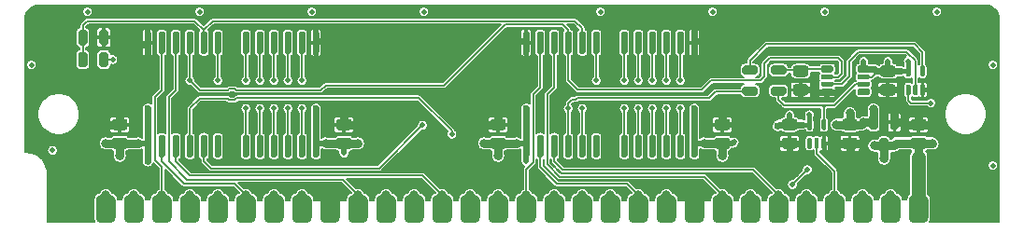
<source format=gtl>
G04 #@! TF.GenerationSoftware,KiCad,Pcbnew,(5.1.10-1-10_14)*
G04 #@! TF.CreationDate,2021-07-01T19:13:04-04:00*
G04 #@! TF.ProjectId,GW4194-SOP,47573431-3934-42d5-934f-502e6b696361,1.0-SOP*
G04 #@! TF.SameCoordinates,Original*
G04 #@! TF.FileFunction,Copper,L1,Top*
G04 #@! TF.FilePolarity,Positive*
%FSLAX46Y46*%
G04 Gerber Fmt 4.6, Leading zero omitted, Abs format (unit mm)*
G04 Created by KiCad (PCBNEW (5.1.10-1-10_14)) date 2021-07-01 19:13:04*
%MOMM*%
%LPD*%
G01*
G04 APERTURE LIST*
G04 #@! TA.AperFunction,ComponentPad*
%ADD10C,0.800000*%
G04 #@! TD*
G04 #@! TA.AperFunction,ViaPad*
%ADD11C,0.800000*%
G04 #@! TD*
G04 #@! TA.AperFunction,ViaPad*
%ADD12C,0.508000*%
G04 #@! TD*
G04 #@! TA.AperFunction,ViaPad*
%ADD13C,1.000000*%
G04 #@! TD*
G04 #@! TA.AperFunction,ViaPad*
%ADD14C,0.600000*%
G04 #@! TD*
G04 #@! TA.AperFunction,Conductor*
%ADD15C,0.508000*%
G04 #@! TD*
G04 #@! TA.AperFunction,Conductor*
%ADD16C,0.762000*%
G04 #@! TD*
G04 #@! TA.AperFunction,Conductor*
%ADD17C,1.270000*%
G04 #@! TD*
G04 #@! TA.AperFunction,Conductor*
%ADD18C,0.800000*%
G04 #@! TD*
G04 #@! TA.AperFunction,Conductor*
%ADD19C,0.600000*%
G04 #@! TD*
G04 #@! TA.AperFunction,Conductor*
%ADD20C,0.152400*%
G04 #@! TD*
G04 #@! TA.AperFunction,Conductor*
%ADD21C,0.400000*%
G04 #@! TD*
G04 #@! TA.AperFunction,Conductor*
%ADD22C,0.450000*%
G04 #@! TD*
G04 #@! TA.AperFunction,Conductor*
%ADD23C,0.100000*%
G04 #@! TD*
G04 APERTURE END LIST*
G04 #@! TA.AperFunction,SMDPad,CuDef*
G36*
G01*
X151925000Y-87500000D02*
X151925000Y-87200000D01*
G75*
G02*
X152075000Y-87050000I150000J0D01*
G01*
X152925000Y-87050000D01*
G75*
G02*
X153075000Y-87200000I0J-150000D01*
G01*
X153075000Y-87500000D01*
G75*
G02*
X152925000Y-87650000I-150000J0D01*
G01*
X152075000Y-87650000D01*
G75*
G02*
X151925000Y-87500000I0J150000D01*
G01*
G37*
G04 #@! TD.AperFunction*
G04 #@! TA.AperFunction,SMDPad,CuDef*
G36*
G01*
X151925000Y-88187500D02*
X151925000Y-87962500D01*
G75*
G02*
X152037500Y-87850000I112500J0D01*
G01*
X152962500Y-87850000D01*
G75*
G02*
X153075000Y-87962500I0J-112500D01*
G01*
X153075000Y-88187500D01*
G75*
G02*
X152962500Y-88300000I-112500J0D01*
G01*
X152037500Y-88300000D01*
G75*
G02*
X151925000Y-88187500I0J112500D01*
G01*
G37*
G04 #@! TD.AperFunction*
G04 #@! TA.AperFunction,SMDPad,CuDef*
G36*
G01*
X151925000Y-88837500D02*
X151925000Y-88612500D01*
G75*
G02*
X152037500Y-88500000I112500J0D01*
G01*
X152962500Y-88500000D01*
G75*
G02*
X153075000Y-88612500I0J-112500D01*
G01*
X153075000Y-88837500D01*
G75*
G02*
X152962500Y-88950000I-112500J0D01*
G01*
X152037500Y-88950000D01*
G75*
G02*
X151925000Y-88837500I0J112500D01*
G01*
G37*
G04 #@! TD.AperFunction*
G04 #@! TA.AperFunction,SMDPad,CuDef*
G36*
G01*
X151925000Y-89600000D02*
X151925000Y-89300000D01*
G75*
G02*
X152075000Y-89150000I150000J0D01*
G01*
X152925000Y-89150000D01*
G75*
G02*
X153075000Y-89300000I0J-150000D01*
G01*
X153075000Y-89600000D01*
G75*
G02*
X152925000Y-89750000I-150000J0D01*
G01*
X152075000Y-89750000D01*
G75*
G02*
X151925000Y-89600000I0J150000D01*
G01*
G37*
G04 #@! TD.AperFunction*
G04 #@! TA.AperFunction,SMDPad,CuDef*
G36*
G01*
X148625000Y-89600000D02*
X148625000Y-89300000D01*
G75*
G02*
X148775000Y-89150000I150000J0D01*
G01*
X149625000Y-89150000D01*
G75*
G02*
X149775000Y-89300000I0J-150000D01*
G01*
X149775000Y-89600000D01*
G75*
G02*
X149625000Y-89750000I-150000J0D01*
G01*
X148775000Y-89750000D01*
G75*
G02*
X148625000Y-89600000I0J150000D01*
G01*
G37*
G04 #@! TD.AperFunction*
G04 #@! TA.AperFunction,SMDPad,CuDef*
G36*
G01*
X148625000Y-88825000D02*
X148625000Y-88625000D01*
G75*
G02*
X148725000Y-88525000I100000J0D01*
G01*
X149675000Y-88525000D01*
G75*
G02*
X149775000Y-88625000I0J-100000D01*
G01*
X149775000Y-88825000D01*
G75*
G02*
X149675000Y-88925000I-100000J0D01*
G01*
X148725000Y-88925000D01*
G75*
G02*
X148625000Y-88825000I0J100000D01*
G01*
G37*
G04 #@! TD.AperFunction*
G04 #@! TA.AperFunction,SMDPad,CuDef*
G36*
G01*
X148625000Y-88175000D02*
X148625000Y-87975000D01*
G75*
G02*
X148725000Y-87875000I100000J0D01*
G01*
X149675000Y-87875000D01*
G75*
G02*
X149775000Y-87975000I0J-100000D01*
G01*
X149775000Y-88175000D01*
G75*
G02*
X149675000Y-88275000I-100000J0D01*
G01*
X148725000Y-88275000D01*
G75*
G02*
X148625000Y-88175000I0J100000D01*
G01*
G37*
G04 #@! TD.AperFunction*
G04 #@! TA.AperFunction,SMDPad,CuDef*
G36*
G01*
X148625000Y-87500000D02*
X148625000Y-87200000D01*
G75*
G02*
X148775000Y-87050000I150000J0D01*
G01*
X149625000Y-87050000D01*
G75*
G02*
X149775000Y-87200000I0J-150000D01*
G01*
X149775000Y-87500000D01*
G75*
G02*
X149625000Y-87650000I-150000J0D01*
G01*
X148775000Y-87650000D01*
G75*
G02*
X148625000Y-87500000I0J150000D01*
G01*
G37*
G04 #@! TD.AperFunction*
G04 #@! TA.AperFunction,SMDPad,CuDef*
G36*
G01*
X82931000Y-100901500D02*
X82931000Y-99250500D01*
G75*
G02*
X83375500Y-98806000I444500J0D01*
G01*
X84264500Y-98806000D01*
G75*
G02*
X84709000Y-99250500I0J-444500D01*
G01*
X84709000Y-100901500D01*
G75*
G02*
X84264500Y-101346000I-444500J0D01*
G01*
X83375500Y-101346000D01*
G75*
G02*
X82931000Y-100901500I0J444500D01*
G01*
G37*
G04 #@! TD.AperFunction*
G04 #@! TA.AperFunction,SMDPad,CuDef*
G36*
G01*
X85471000Y-100901500D02*
X85471000Y-99250500D01*
G75*
G02*
X85915500Y-98806000I444500J0D01*
G01*
X86804500Y-98806000D01*
G75*
G02*
X87249000Y-99250500I0J-444500D01*
G01*
X87249000Y-100901500D01*
G75*
G02*
X86804500Y-101346000I-444500J0D01*
G01*
X85915500Y-101346000D01*
G75*
G02*
X85471000Y-100901500I0J444500D01*
G01*
G37*
G04 #@! TD.AperFunction*
D10*
X88900000Y-98806000D03*
G04 #@! TA.AperFunction,SMDPad,CuDef*
G36*
G01*
X108331000Y-100901500D02*
X108331000Y-99250500D01*
G75*
G02*
X108775500Y-98806000I444500J0D01*
G01*
X109664500Y-98806000D01*
G75*
G02*
X110109000Y-99250500I0J-444500D01*
G01*
X110109000Y-100901500D01*
G75*
G02*
X109664500Y-101346000I-444500J0D01*
G01*
X108775500Y-101346000D01*
G75*
G02*
X108331000Y-100901500I0J444500D01*
G01*
G37*
G04 #@! TD.AperFunction*
G04 #@! TA.AperFunction,SMDPad,CuDef*
G36*
G01*
X93091000Y-100901500D02*
X93091000Y-99250500D01*
G75*
G02*
X93535500Y-98806000I444500J0D01*
G01*
X94424500Y-98806000D01*
G75*
G02*
X94869000Y-99250500I0J-444500D01*
G01*
X94869000Y-100901500D01*
G75*
G02*
X94424500Y-101346000I-444500J0D01*
G01*
X93535500Y-101346000D01*
G75*
G02*
X93091000Y-100901500I0J444500D01*
G01*
G37*
G04 #@! TD.AperFunction*
G04 #@! TA.AperFunction,SMDPad,CuDef*
G36*
G01*
X110871000Y-100901500D02*
X110871000Y-99250500D01*
G75*
G02*
X111315500Y-98806000I444500J0D01*
G01*
X112204500Y-98806000D01*
G75*
G02*
X112649000Y-99250500I0J-444500D01*
G01*
X112649000Y-100901500D01*
G75*
G02*
X112204500Y-101346000I-444500J0D01*
G01*
X111315500Y-101346000D01*
G75*
G02*
X110871000Y-100901500I0J444500D01*
G01*
G37*
G04 #@! TD.AperFunction*
G04 #@! TA.AperFunction,SMDPad,CuDef*
G36*
G01*
X146431000Y-100901500D02*
X146431000Y-99250500D01*
G75*
G02*
X146875500Y-98806000I444500J0D01*
G01*
X147764500Y-98806000D01*
G75*
G02*
X148209000Y-99250500I0J-444500D01*
G01*
X148209000Y-100901500D01*
G75*
G02*
X147764500Y-101346000I-444500J0D01*
G01*
X146875500Y-101346000D01*
G75*
G02*
X146431000Y-100901500I0J444500D01*
G01*
G37*
G04 #@! TD.AperFunction*
G04 #@! TA.AperFunction,SMDPad,CuDef*
G36*
G01*
X113411000Y-100901500D02*
X113411000Y-99250500D01*
G75*
G02*
X113855500Y-98806000I444500J0D01*
G01*
X114744500Y-98806000D01*
G75*
G02*
X115189000Y-99250500I0J-444500D01*
G01*
X115189000Y-100901500D01*
G75*
G02*
X114744500Y-101346000I-444500J0D01*
G01*
X113855500Y-101346000D01*
G75*
G02*
X113411000Y-100901500I0J444500D01*
G01*
G37*
G04 #@! TD.AperFunction*
G04 #@! TA.AperFunction,SMDPad,CuDef*
G36*
G01*
X115951000Y-100901500D02*
X115951000Y-99250500D01*
G75*
G02*
X116395500Y-98806000I444500J0D01*
G01*
X117284500Y-98806000D01*
G75*
G02*
X117729000Y-99250500I0J-444500D01*
G01*
X117729000Y-100901500D01*
G75*
G02*
X117284500Y-101346000I-444500J0D01*
G01*
X116395500Y-101346000D01*
G75*
G02*
X115951000Y-100901500I0J444500D01*
G01*
G37*
G04 #@! TD.AperFunction*
G04 #@! TA.AperFunction,SMDPad,CuDef*
G36*
G01*
X90551000Y-100901500D02*
X90551000Y-99250500D01*
G75*
G02*
X90995500Y-98806000I444500J0D01*
G01*
X91884500Y-98806000D01*
G75*
G02*
X92329000Y-99250500I0J-444500D01*
G01*
X92329000Y-100901500D01*
G75*
G02*
X91884500Y-101346000I-444500J0D01*
G01*
X90995500Y-101346000D01*
G75*
G02*
X90551000Y-100901500I0J444500D01*
G01*
G37*
G04 #@! TD.AperFunction*
G04 #@! TA.AperFunction,SMDPad,CuDef*
G36*
G01*
X154051000Y-100901500D02*
X154051000Y-99250500D01*
G75*
G02*
X154495500Y-98806000I444500J0D01*
G01*
X155384500Y-98806000D01*
G75*
G02*
X155829000Y-99250500I0J-444500D01*
G01*
X155829000Y-100901500D01*
G75*
G02*
X155384500Y-101346000I-444500J0D01*
G01*
X154495500Y-101346000D01*
G75*
G02*
X154051000Y-100901500I0J444500D01*
G01*
G37*
G04 #@! TD.AperFunction*
G04 #@! TA.AperFunction,SMDPad,CuDef*
G36*
G01*
X88011000Y-100901500D02*
X88011000Y-99250500D01*
G75*
G02*
X88455500Y-98806000I444500J0D01*
G01*
X89344500Y-98806000D01*
G75*
G02*
X89789000Y-99250500I0J-444500D01*
G01*
X89789000Y-100901500D01*
G75*
G02*
X89344500Y-101346000I-444500J0D01*
G01*
X88455500Y-101346000D01*
G75*
G02*
X88011000Y-100901500I0J444500D01*
G01*
G37*
G04 #@! TD.AperFunction*
G04 #@! TA.AperFunction,SMDPad,CuDef*
G36*
G01*
X141351000Y-100901500D02*
X141351000Y-99250500D01*
G75*
G02*
X141795500Y-98806000I444500J0D01*
G01*
X142684500Y-98806000D01*
G75*
G02*
X143129000Y-99250500I0J-444500D01*
G01*
X143129000Y-100901500D01*
G75*
G02*
X142684500Y-101346000I-444500J0D01*
G01*
X141795500Y-101346000D01*
G75*
G02*
X141351000Y-100901500I0J444500D01*
G01*
G37*
G04 #@! TD.AperFunction*
G04 #@! TA.AperFunction,SMDPad,CuDef*
G36*
G01*
X121031000Y-100901500D02*
X121031000Y-99250500D01*
G75*
G02*
X121475500Y-98806000I444500J0D01*
G01*
X122364500Y-98806000D01*
G75*
G02*
X122809000Y-99250500I0J-444500D01*
G01*
X122809000Y-100901500D01*
G75*
G02*
X122364500Y-101346000I-444500J0D01*
G01*
X121475500Y-101346000D01*
G75*
G02*
X121031000Y-100901500I0J444500D01*
G01*
G37*
G04 #@! TD.AperFunction*
G04 #@! TA.AperFunction,SMDPad,CuDef*
G36*
G01*
X131191000Y-100901500D02*
X131191000Y-99250500D01*
G75*
G02*
X131635500Y-98806000I444500J0D01*
G01*
X132524500Y-98806000D01*
G75*
G02*
X132969000Y-99250500I0J-444500D01*
G01*
X132969000Y-100901500D01*
G75*
G02*
X132524500Y-101346000I-444500J0D01*
G01*
X131635500Y-101346000D01*
G75*
G02*
X131191000Y-100901500I0J444500D01*
G01*
G37*
G04 #@! TD.AperFunction*
G04 #@! TA.AperFunction,SMDPad,CuDef*
G36*
G01*
X138811000Y-100901500D02*
X138811000Y-99250500D01*
G75*
G02*
X139255500Y-98806000I444500J0D01*
G01*
X140144500Y-98806000D01*
G75*
G02*
X140589000Y-99250500I0J-444500D01*
G01*
X140589000Y-100901500D01*
G75*
G02*
X140144500Y-101346000I-444500J0D01*
G01*
X139255500Y-101346000D01*
G75*
G02*
X138811000Y-100901500I0J444500D01*
G01*
G37*
G04 #@! TD.AperFunction*
G04 #@! TA.AperFunction,SMDPad,CuDef*
G36*
G01*
X103251000Y-100901500D02*
X103251000Y-99250500D01*
G75*
G02*
X103695500Y-98806000I444500J0D01*
G01*
X104584500Y-98806000D01*
G75*
G02*
X105029000Y-99250500I0J-444500D01*
G01*
X105029000Y-100901500D01*
G75*
G02*
X104584500Y-101346000I-444500J0D01*
G01*
X103695500Y-101346000D01*
G75*
G02*
X103251000Y-100901500I0J444500D01*
G01*
G37*
G04 #@! TD.AperFunction*
G04 #@! TA.AperFunction,SMDPad,CuDef*
G36*
G01*
X126111000Y-100901500D02*
X126111000Y-99250500D01*
G75*
G02*
X126555500Y-98806000I444500J0D01*
G01*
X127444500Y-98806000D01*
G75*
G02*
X127889000Y-99250500I0J-444500D01*
G01*
X127889000Y-100901500D01*
G75*
G02*
X127444500Y-101346000I-444500J0D01*
G01*
X126555500Y-101346000D01*
G75*
G02*
X126111000Y-100901500I0J444500D01*
G01*
G37*
G04 #@! TD.AperFunction*
G04 #@! TA.AperFunction,SMDPad,CuDef*
G36*
G01*
X133731000Y-100901500D02*
X133731000Y-99250500D01*
G75*
G02*
X134175500Y-98806000I444500J0D01*
G01*
X135064500Y-98806000D01*
G75*
G02*
X135509000Y-99250500I0J-444500D01*
G01*
X135509000Y-100901500D01*
G75*
G02*
X135064500Y-101346000I-444500J0D01*
G01*
X134175500Y-101346000D01*
G75*
G02*
X133731000Y-100901500I0J444500D01*
G01*
G37*
G04 #@! TD.AperFunction*
G04 #@! TA.AperFunction,SMDPad,CuDef*
G36*
G01*
X128651000Y-100901500D02*
X128651000Y-99250500D01*
G75*
G02*
X129095500Y-98806000I444500J0D01*
G01*
X129984500Y-98806000D01*
G75*
G02*
X130429000Y-99250500I0J-444500D01*
G01*
X130429000Y-100901500D01*
G75*
G02*
X129984500Y-101346000I-444500J0D01*
G01*
X129095500Y-101346000D01*
G75*
G02*
X128651000Y-100901500I0J444500D01*
G01*
G37*
G04 #@! TD.AperFunction*
G04 #@! TA.AperFunction,SMDPad,CuDef*
G36*
G01*
X105791000Y-100901500D02*
X105791000Y-99250500D01*
G75*
G02*
X106235500Y-98806000I444500J0D01*
G01*
X107124500Y-98806000D01*
G75*
G02*
X107569000Y-99250500I0J-444500D01*
G01*
X107569000Y-100901500D01*
G75*
G02*
X107124500Y-101346000I-444500J0D01*
G01*
X106235500Y-101346000D01*
G75*
G02*
X105791000Y-100901500I0J444500D01*
G01*
G37*
G04 #@! TD.AperFunction*
G04 #@! TA.AperFunction,SMDPad,CuDef*
G36*
G01*
X136271000Y-100901500D02*
X136271000Y-99250500D01*
G75*
G02*
X136715500Y-98806000I444500J0D01*
G01*
X137604500Y-98806000D01*
G75*
G02*
X138049000Y-99250500I0J-444500D01*
G01*
X138049000Y-100901500D01*
G75*
G02*
X137604500Y-101346000I-444500J0D01*
G01*
X136715500Y-101346000D01*
G75*
G02*
X136271000Y-100901500I0J444500D01*
G01*
G37*
G04 #@! TD.AperFunction*
G04 #@! TA.AperFunction,SMDPad,CuDef*
G36*
G01*
X95631000Y-100901500D02*
X95631000Y-99250500D01*
G75*
G02*
X96075500Y-98806000I444500J0D01*
G01*
X96964500Y-98806000D01*
G75*
G02*
X97409000Y-99250500I0J-444500D01*
G01*
X97409000Y-100901500D01*
G75*
G02*
X96964500Y-101346000I-444500J0D01*
G01*
X96075500Y-101346000D01*
G75*
G02*
X95631000Y-100901500I0J444500D01*
G01*
G37*
G04 #@! TD.AperFunction*
G04 #@! TA.AperFunction,SMDPad,CuDef*
G36*
G01*
X123571000Y-100901500D02*
X123571000Y-99250500D01*
G75*
G02*
X124015500Y-98806000I444500J0D01*
G01*
X124904500Y-98806000D01*
G75*
G02*
X125349000Y-99250500I0J-444500D01*
G01*
X125349000Y-100901500D01*
G75*
G02*
X124904500Y-101346000I-444500J0D01*
G01*
X124015500Y-101346000D01*
G75*
G02*
X123571000Y-100901500I0J444500D01*
G01*
G37*
G04 #@! TD.AperFunction*
G04 #@! TA.AperFunction,SMDPad,CuDef*
G36*
G01*
X98171000Y-100901500D02*
X98171000Y-99250500D01*
G75*
G02*
X98615500Y-98806000I444500J0D01*
G01*
X99504500Y-98806000D01*
G75*
G02*
X99949000Y-99250500I0J-444500D01*
G01*
X99949000Y-100901500D01*
G75*
G02*
X99504500Y-101346000I-444500J0D01*
G01*
X98615500Y-101346000D01*
G75*
G02*
X98171000Y-100901500I0J444500D01*
G01*
G37*
G04 #@! TD.AperFunction*
G04 #@! TA.AperFunction,SMDPad,CuDef*
G36*
G01*
X100711000Y-100901500D02*
X100711000Y-99250500D01*
G75*
G02*
X101155500Y-98806000I444500J0D01*
G01*
X102044500Y-98806000D01*
G75*
G02*
X102489000Y-99250500I0J-444500D01*
G01*
X102489000Y-100901500D01*
G75*
G02*
X102044500Y-101346000I-444500J0D01*
G01*
X101155500Y-101346000D01*
G75*
G02*
X100711000Y-100901500I0J444500D01*
G01*
G37*
G04 #@! TD.AperFunction*
G04 #@! TA.AperFunction,SMDPad,CuDef*
G36*
G01*
X148971000Y-100901500D02*
X148971000Y-99250500D01*
G75*
G02*
X149415500Y-98806000I444500J0D01*
G01*
X150304500Y-98806000D01*
G75*
G02*
X150749000Y-99250500I0J-444500D01*
G01*
X150749000Y-100901500D01*
G75*
G02*
X150304500Y-101346000I-444500J0D01*
G01*
X149415500Y-101346000D01*
G75*
G02*
X148971000Y-100901500I0J444500D01*
G01*
G37*
G04 #@! TD.AperFunction*
G04 #@! TA.AperFunction,SMDPad,CuDef*
G36*
G01*
X151511000Y-100901500D02*
X151511000Y-99250500D01*
G75*
G02*
X151955500Y-98806000I444500J0D01*
G01*
X152844500Y-98806000D01*
G75*
G02*
X153289000Y-99250500I0J-444500D01*
G01*
X153289000Y-100901500D01*
G75*
G02*
X152844500Y-101346000I-444500J0D01*
G01*
X151955500Y-101346000D01*
G75*
G02*
X151511000Y-100901500I0J444500D01*
G01*
G37*
G04 #@! TD.AperFunction*
G04 #@! TA.AperFunction,SMDPad,CuDef*
G36*
G01*
X156591000Y-100901500D02*
X156591000Y-99250500D01*
G75*
G02*
X157035500Y-98806000I444500J0D01*
G01*
X157924500Y-98806000D01*
G75*
G02*
X158369000Y-99250500I0J-444500D01*
G01*
X158369000Y-100901500D01*
G75*
G02*
X157924500Y-101346000I-444500J0D01*
G01*
X157035500Y-101346000D01*
G75*
G02*
X156591000Y-100901500I0J444500D01*
G01*
G37*
G04 #@! TD.AperFunction*
G04 #@! TA.AperFunction,SMDPad,CuDef*
G36*
G01*
X118491000Y-100901500D02*
X118491000Y-99250500D01*
G75*
G02*
X118935500Y-98806000I444500J0D01*
G01*
X119824500Y-98806000D01*
G75*
G02*
X120269000Y-99250500I0J-444500D01*
G01*
X120269000Y-100901500D01*
G75*
G02*
X119824500Y-101346000I-444500J0D01*
G01*
X118935500Y-101346000D01*
G75*
G02*
X118491000Y-100901500I0J444500D01*
G01*
G37*
G04 #@! TD.AperFunction*
G04 #@! TA.AperFunction,SMDPad,CuDef*
G36*
G01*
X143891000Y-100901500D02*
X143891000Y-99250500D01*
G75*
G02*
X144335500Y-98806000I444500J0D01*
G01*
X145224500Y-98806000D01*
G75*
G02*
X145669000Y-99250500I0J-444500D01*
G01*
X145669000Y-100901500D01*
G75*
G02*
X145224500Y-101346000I-444500J0D01*
G01*
X144335500Y-101346000D01*
G75*
G02*
X143891000Y-100901500I0J444500D01*
G01*
G37*
G04 #@! TD.AperFunction*
X86360000Y-98806000D03*
X83820000Y-98806000D03*
X93980000Y-98806000D03*
X91440000Y-98806000D03*
X96520000Y-98806000D03*
X99060000Y-98806000D03*
X104140000Y-98806000D03*
X101600000Y-98806000D03*
X109220000Y-98806000D03*
X106680000Y-98806000D03*
X111760000Y-98806000D03*
X116840000Y-98806000D03*
X114300000Y-98806000D03*
X119380000Y-98806000D03*
X124460000Y-98806000D03*
X121920000Y-98806000D03*
X127000000Y-98806000D03*
X149860000Y-98806000D03*
X147320000Y-98806000D03*
X152400000Y-98806000D03*
X134620000Y-98806000D03*
X132080000Y-98806000D03*
X137160000Y-98806000D03*
X142240000Y-98806000D03*
X139700000Y-98806000D03*
X144780000Y-98806000D03*
X129540000Y-98806000D03*
X154940000Y-98806000D03*
X157480000Y-98806000D03*
G04 #@! TA.AperFunction,SMDPad,CuDef*
G36*
G01*
X142687500Y-87875000D02*
X141712500Y-87875000D01*
G75*
G02*
X141500000Y-87662500I0J212500D01*
G01*
X141500000Y-87237500D01*
G75*
G02*
X141712500Y-87025000I212500J0D01*
G01*
X142687500Y-87025000D01*
G75*
G02*
X142900000Y-87237500I0J-212500D01*
G01*
X142900000Y-87662500D01*
G75*
G02*
X142687500Y-87875000I-212500J0D01*
G01*
G37*
G04 #@! TD.AperFunction*
G04 #@! TA.AperFunction,SMDPad,CuDef*
G36*
G01*
X142687500Y-89775000D02*
X141712500Y-89775000D01*
G75*
G02*
X141500000Y-89562500I0J212500D01*
G01*
X141500000Y-89137500D01*
G75*
G02*
X141712500Y-88925000I212500J0D01*
G01*
X142687500Y-88925000D01*
G75*
G02*
X142900000Y-89137500I0J-212500D01*
G01*
X142900000Y-89562500D01*
G75*
G02*
X142687500Y-89775000I-212500J0D01*
G01*
G37*
G04 #@! TD.AperFunction*
G04 #@! TA.AperFunction,SMDPad,CuDef*
G36*
G01*
X145362500Y-93575000D02*
X146237500Y-93575000D01*
G75*
G02*
X146500000Y-93837500I0J-262500D01*
G01*
X146500000Y-94362500D01*
G75*
G02*
X146237500Y-94625000I-262500J0D01*
G01*
X145362500Y-94625000D01*
G75*
G02*
X145100000Y-94362500I0J262500D01*
G01*
X145100000Y-93837500D01*
G75*
G02*
X145362500Y-93575000I262500J0D01*
G01*
G37*
G04 #@! TD.AperFunction*
G04 #@! TA.AperFunction,SMDPad,CuDef*
G36*
G01*
X145362500Y-91875000D02*
X146237500Y-91875000D01*
G75*
G02*
X146500000Y-92137500I0J-262500D01*
G01*
X146500000Y-92662500D01*
G75*
G02*
X146237500Y-92925000I-262500J0D01*
G01*
X145362500Y-92925000D01*
G75*
G02*
X145100000Y-92662500I0J262500D01*
G01*
X145100000Y-92137500D01*
G75*
G02*
X145362500Y-91875000I262500J0D01*
G01*
G37*
G04 #@! TD.AperFunction*
G04 #@! TA.AperFunction,SMDPad,CuDef*
G36*
G01*
X150812500Y-91875000D02*
X151687500Y-91875000D01*
G75*
G02*
X151950000Y-92137500I0J-262500D01*
G01*
X151950000Y-92662500D01*
G75*
G02*
X151687500Y-92925000I-262500J0D01*
G01*
X150812500Y-92925000D01*
G75*
G02*
X150550000Y-92662500I0J262500D01*
G01*
X150550000Y-92137500D01*
G75*
G02*
X150812500Y-91875000I262500J0D01*
G01*
G37*
G04 #@! TD.AperFunction*
G04 #@! TA.AperFunction,SMDPad,CuDef*
G36*
G01*
X150812500Y-93575000D02*
X151687500Y-93575000D01*
G75*
G02*
X151950000Y-93837500I0J-262500D01*
G01*
X151950000Y-94362500D01*
G75*
G02*
X151687500Y-94625000I-262500J0D01*
G01*
X150812500Y-94625000D01*
G75*
G02*
X150550000Y-94362500I0J262500D01*
G01*
X150550000Y-93837500D01*
G75*
G02*
X150812500Y-93575000I262500J0D01*
G01*
G37*
G04 #@! TD.AperFunction*
G04 #@! TA.AperFunction,SMDPad,CuDef*
G36*
G01*
X85527500Y-94632000D02*
X84652500Y-94632000D01*
G75*
G02*
X84390000Y-94369500I0J262500D01*
G01*
X84390000Y-93844500D01*
G75*
G02*
X84652500Y-93582000I262500J0D01*
G01*
X85527500Y-93582000D01*
G75*
G02*
X85790000Y-93844500I0J-262500D01*
G01*
X85790000Y-94369500D01*
G75*
G02*
X85527500Y-94632000I-262500J0D01*
G01*
G37*
G04 #@! TD.AperFunction*
G04 #@! TA.AperFunction,SMDPad,CuDef*
G36*
G01*
X85527500Y-92932000D02*
X84652500Y-92932000D01*
G75*
G02*
X84390000Y-92669500I0J262500D01*
G01*
X84390000Y-92144500D01*
G75*
G02*
X84652500Y-91882000I262500J0D01*
G01*
X85527500Y-91882000D01*
G75*
G02*
X85790000Y-92144500I0J-262500D01*
G01*
X85790000Y-92669500D01*
G75*
G02*
X85527500Y-92932000I-262500J0D01*
G01*
G37*
G04 #@! TD.AperFunction*
G04 #@! TA.AperFunction,SMDPad,CuDef*
G36*
G01*
X105847500Y-92932000D02*
X104972500Y-92932000D01*
G75*
G02*
X104710000Y-92669500I0J262500D01*
G01*
X104710000Y-92144500D01*
G75*
G02*
X104972500Y-91882000I262500J0D01*
G01*
X105847500Y-91882000D01*
G75*
G02*
X106110000Y-92144500I0J-262500D01*
G01*
X106110000Y-92669500D01*
G75*
G02*
X105847500Y-92932000I-262500J0D01*
G01*
G37*
G04 #@! TD.AperFunction*
G04 #@! TA.AperFunction,SMDPad,CuDef*
G36*
G01*
X105847500Y-94632000D02*
X104972500Y-94632000D01*
G75*
G02*
X104710000Y-94369500I0J262500D01*
G01*
X104710000Y-93844500D01*
G75*
G02*
X104972500Y-93582000I262500J0D01*
G01*
X105847500Y-93582000D01*
G75*
G02*
X106110000Y-93844500I0J-262500D01*
G01*
X106110000Y-94369500D01*
G75*
G02*
X105847500Y-94632000I-262500J0D01*
G01*
G37*
G04 #@! TD.AperFunction*
G04 #@! TA.AperFunction,SMDPad,CuDef*
G36*
G01*
X119817500Y-94632000D02*
X118942500Y-94632000D01*
G75*
G02*
X118680000Y-94369500I0J262500D01*
G01*
X118680000Y-93844500D01*
G75*
G02*
X118942500Y-93582000I262500J0D01*
G01*
X119817500Y-93582000D01*
G75*
G02*
X120080000Y-93844500I0J-262500D01*
G01*
X120080000Y-94369500D01*
G75*
G02*
X119817500Y-94632000I-262500J0D01*
G01*
G37*
G04 #@! TD.AperFunction*
G04 #@! TA.AperFunction,SMDPad,CuDef*
G36*
G01*
X119817500Y-92932000D02*
X118942500Y-92932000D01*
G75*
G02*
X118680000Y-92669500I0J262500D01*
G01*
X118680000Y-92144500D01*
G75*
G02*
X118942500Y-91882000I262500J0D01*
G01*
X119817500Y-91882000D01*
G75*
G02*
X120080000Y-92144500I0J-262500D01*
G01*
X120080000Y-92669500D01*
G75*
G02*
X119817500Y-92932000I-262500J0D01*
G01*
G37*
G04 #@! TD.AperFunction*
G04 #@! TA.AperFunction,SMDPad,CuDef*
G36*
G01*
X157917500Y-94632000D02*
X157042500Y-94632000D01*
G75*
G02*
X156780000Y-94369500I0J262500D01*
G01*
X156780000Y-93844500D01*
G75*
G02*
X157042500Y-93582000I262500J0D01*
G01*
X157917500Y-93582000D01*
G75*
G02*
X158180000Y-93844500I0J-262500D01*
G01*
X158180000Y-94369500D01*
G75*
G02*
X157917500Y-94632000I-262500J0D01*
G01*
G37*
G04 #@! TD.AperFunction*
G04 #@! TA.AperFunction,SMDPad,CuDef*
G36*
G01*
X157917500Y-92932000D02*
X157042500Y-92932000D01*
G75*
G02*
X156780000Y-92669500I0J262500D01*
G01*
X156780000Y-92144500D01*
G75*
G02*
X157042500Y-91882000I262500J0D01*
G01*
X157917500Y-91882000D01*
G75*
G02*
X158180000Y-92144500I0J-262500D01*
G01*
X158180000Y-92669500D01*
G75*
G02*
X157917500Y-92932000I-262500J0D01*
G01*
G37*
G04 #@! TD.AperFunction*
G04 #@! TA.AperFunction,SMDPad,CuDef*
G36*
G01*
X140137500Y-94632000D02*
X139262500Y-94632000D01*
G75*
G02*
X139000000Y-94369500I0J262500D01*
G01*
X139000000Y-93844500D01*
G75*
G02*
X139262500Y-93582000I262500J0D01*
G01*
X140137500Y-93582000D01*
G75*
G02*
X140400000Y-93844500I0J-262500D01*
G01*
X140400000Y-94369500D01*
G75*
G02*
X140137500Y-94632000I-262500J0D01*
G01*
G37*
G04 #@! TD.AperFunction*
G04 #@! TA.AperFunction,SMDPad,CuDef*
G36*
G01*
X140137500Y-92932000D02*
X139262500Y-92932000D01*
G75*
G02*
X139000000Y-92669500I0J262500D01*
G01*
X139000000Y-92144500D01*
G75*
G02*
X139262500Y-91882000I262500J0D01*
G01*
X140137500Y-91882000D01*
G75*
G02*
X140400000Y-92144500I0J-262500D01*
G01*
X140400000Y-92669500D01*
G75*
G02*
X140137500Y-92932000I-262500J0D01*
G01*
G37*
G04 #@! TD.AperFunction*
G04 #@! TA.AperFunction,SMDPad,CuDef*
G36*
G01*
X82175000Y-86012500D02*
X82175000Y-86987500D01*
G75*
G02*
X81962500Y-87200000I-212500J0D01*
G01*
X81537500Y-87200000D01*
G75*
G02*
X81325000Y-86987500I0J212500D01*
G01*
X81325000Y-86012500D01*
G75*
G02*
X81537500Y-85800000I212500J0D01*
G01*
X81962500Y-85800000D01*
G75*
G02*
X82175000Y-86012500I0J-212500D01*
G01*
G37*
G04 #@! TD.AperFunction*
G04 #@! TA.AperFunction,SMDPad,CuDef*
G36*
G01*
X84075000Y-86012500D02*
X84075000Y-86987500D01*
G75*
G02*
X83862500Y-87200000I-212500J0D01*
G01*
X83437500Y-87200000D01*
G75*
G02*
X83225000Y-86987500I0J212500D01*
G01*
X83225000Y-86012500D01*
G75*
G02*
X83437500Y-85800000I212500J0D01*
G01*
X83862500Y-85800000D01*
G75*
G02*
X84075000Y-86012500I0J-212500D01*
G01*
G37*
G04 #@! TD.AperFunction*
G04 #@! TA.AperFunction,SMDPad,CuDef*
G36*
G01*
X81325000Y-84987500D02*
X81325000Y-84012500D01*
G75*
G02*
X81537500Y-83800000I212500J0D01*
G01*
X81962500Y-83800000D01*
G75*
G02*
X82175000Y-84012500I0J-212500D01*
G01*
X82175000Y-84987500D01*
G75*
G02*
X81962500Y-85200000I-212500J0D01*
G01*
X81537500Y-85200000D01*
G75*
G02*
X81325000Y-84987500I0J212500D01*
G01*
G37*
G04 #@! TD.AperFunction*
G04 #@! TA.AperFunction,SMDPad,CuDef*
G36*
G01*
X83225000Y-84987500D02*
X83225000Y-84012500D01*
G75*
G02*
X83437500Y-83800000I212500J0D01*
G01*
X83862500Y-83800000D01*
G75*
G02*
X84075000Y-84012500I0J-212500D01*
G01*
X84075000Y-84987500D01*
G75*
G02*
X83862500Y-85200000I-212500J0D01*
G01*
X83437500Y-85200000D01*
G75*
G02*
X83225000Y-84987500I0J212500D01*
G01*
G37*
G04 #@! TD.AperFunction*
G04 #@! TA.AperFunction,SMDPad,CuDef*
G36*
G01*
X154150000Y-93625000D02*
X154550000Y-93625000D01*
G75*
G02*
X154750000Y-93825000I0J-200000D01*
G01*
X154750000Y-94775000D01*
G75*
G02*
X154550000Y-94975000I-200000J0D01*
G01*
X154150000Y-94975000D01*
G75*
G02*
X153950000Y-94775000I0J200000D01*
G01*
X153950000Y-93825000D01*
G75*
G02*
X154150000Y-93625000I200000J0D01*
G01*
G37*
G04 #@! TD.AperFunction*
G04 #@! TA.AperFunction,SMDPad,CuDef*
G36*
G01*
X153200000Y-91525000D02*
X153600000Y-91525000D01*
G75*
G02*
X153800000Y-91725000I0J-200000D01*
G01*
X153800000Y-92675000D01*
G75*
G02*
X153600000Y-92875000I-200000J0D01*
G01*
X153200000Y-92875000D01*
G75*
G02*
X153000000Y-92675000I0J200000D01*
G01*
X153000000Y-91725000D01*
G75*
G02*
X153200000Y-91525000I200000J0D01*
G01*
G37*
G04 #@! TD.AperFunction*
G04 #@! TA.AperFunction,SMDPad,CuDef*
G36*
G01*
X155100000Y-91525000D02*
X155500000Y-91525000D01*
G75*
G02*
X155700000Y-91725000I0J-200000D01*
G01*
X155700000Y-92675000D01*
G75*
G02*
X155500000Y-92875000I-200000J0D01*
G01*
X155100000Y-92875000D01*
G75*
G02*
X154900000Y-92675000I0J200000D01*
G01*
X154900000Y-91725000D01*
G75*
G02*
X155100000Y-91525000I200000J0D01*
G01*
G37*
G04 #@! TD.AperFunction*
G04 #@! TA.AperFunction,SMDPad,CuDef*
G36*
G01*
X154262500Y-87025000D02*
X155137500Y-87025000D01*
G75*
G02*
X155400000Y-87287500I0J-262500D01*
G01*
X155400000Y-87812500D01*
G75*
G02*
X155137500Y-88075000I-262500J0D01*
G01*
X154262500Y-88075000D01*
G75*
G02*
X154000000Y-87812500I0J262500D01*
G01*
X154000000Y-87287500D01*
G75*
G02*
X154262500Y-87025000I262500J0D01*
G01*
G37*
G04 #@! TD.AperFunction*
G04 #@! TA.AperFunction,SMDPad,CuDef*
G36*
G01*
X154262500Y-88725000D02*
X155137500Y-88725000D01*
G75*
G02*
X155400000Y-88987500I0J-262500D01*
G01*
X155400000Y-89512500D01*
G75*
G02*
X155137500Y-89775000I-262500J0D01*
G01*
X154262500Y-89775000D01*
G75*
G02*
X154000000Y-89512500I0J262500D01*
G01*
X154000000Y-88987500D01*
G75*
G02*
X154262500Y-88725000I262500J0D01*
G01*
G37*
G04 #@! TD.AperFunction*
G04 #@! TA.AperFunction,SMDPad,CuDef*
G36*
G01*
X146362500Y-88725000D02*
X147237500Y-88725000D01*
G75*
G02*
X147500000Y-88987500I0J-262500D01*
G01*
X147500000Y-89512500D01*
G75*
G02*
X147237500Y-89775000I-262500J0D01*
G01*
X146362500Y-89775000D01*
G75*
G02*
X146100000Y-89512500I0J262500D01*
G01*
X146100000Y-88987500D01*
G75*
G02*
X146362500Y-88725000I262500J0D01*
G01*
G37*
G04 #@! TD.AperFunction*
G04 #@! TA.AperFunction,SMDPad,CuDef*
G36*
G01*
X146362500Y-87025000D02*
X147237500Y-87025000D01*
G75*
G02*
X147500000Y-87287500I0J-262500D01*
G01*
X147500000Y-87812500D01*
G75*
G02*
X147237500Y-88075000I-262500J0D01*
G01*
X146362500Y-88075000D01*
G75*
G02*
X146100000Y-87812500I0J262500D01*
G01*
X146100000Y-87287500D01*
G75*
G02*
X146362500Y-87025000I262500J0D01*
G01*
G37*
G04 #@! TD.AperFunction*
G04 #@! TA.AperFunction,SMDPad,CuDef*
G36*
G01*
X147700000Y-92900000D02*
X147500000Y-92900000D01*
G75*
G02*
X147400000Y-92800000I0J100000D01*
G01*
X147400000Y-92000000D01*
G75*
G02*
X147500000Y-91900000I100000J0D01*
G01*
X147700000Y-91900000D01*
G75*
G02*
X147800000Y-92000000I0J-100000D01*
G01*
X147800000Y-92800000D01*
G75*
G02*
X147700000Y-92900000I-100000J0D01*
G01*
G37*
G04 #@! TD.AperFunction*
G04 #@! TA.AperFunction,SMDPad,CuDef*
G36*
G01*
X149000000Y-92900000D02*
X148800000Y-92900000D01*
G75*
G02*
X148700000Y-92800000I0J100000D01*
G01*
X148700000Y-92000000D01*
G75*
G02*
X148800000Y-91900000I100000J0D01*
G01*
X149000000Y-91900000D01*
G75*
G02*
X149100000Y-92000000I0J-100000D01*
G01*
X149100000Y-92800000D01*
G75*
G02*
X149000000Y-92900000I-100000J0D01*
G01*
G37*
G04 #@! TD.AperFunction*
G04 #@! TA.AperFunction,SMDPad,CuDef*
G36*
G01*
X148350000Y-94600000D02*
X148150000Y-94600000D01*
G75*
G02*
X148050000Y-94500000I0J100000D01*
G01*
X148050000Y-93700000D01*
G75*
G02*
X148150000Y-93600000I100000J0D01*
G01*
X148350000Y-93600000D01*
G75*
G02*
X148450000Y-93700000I0J-100000D01*
G01*
X148450000Y-94500000D01*
G75*
G02*
X148350000Y-94600000I-100000J0D01*
G01*
G37*
G04 #@! TD.AperFunction*
G04 #@! TA.AperFunction,SMDPad,CuDef*
G36*
G01*
X147700000Y-94600000D02*
X147500000Y-94600000D01*
G75*
G02*
X147400000Y-94500000I0J100000D01*
G01*
X147400000Y-93700000D01*
G75*
G02*
X147500000Y-93600000I100000J0D01*
G01*
X147700000Y-93600000D01*
G75*
G02*
X147800000Y-93700000I0J-100000D01*
G01*
X147800000Y-94500000D01*
G75*
G02*
X147700000Y-94600000I-100000J0D01*
G01*
G37*
G04 #@! TD.AperFunction*
G04 #@! TA.AperFunction,SMDPad,CuDef*
G36*
G01*
X149000000Y-94600000D02*
X148800000Y-94600000D01*
G75*
G02*
X148700000Y-94500000I0J100000D01*
G01*
X148700000Y-93700000D01*
G75*
G02*
X148800000Y-93600000I100000J0D01*
G01*
X149000000Y-93600000D01*
G75*
G02*
X149100000Y-93700000I0J-100000D01*
G01*
X149100000Y-94500000D01*
G75*
G02*
X149000000Y-94600000I-100000J0D01*
G01*
G37*
G04 #@! TD.AperFunction*
G04 #@! TA.AperFunction,SMDPad,CuDef*
G36*
G01*
X157950000Y-89750000D02*
X157750000Y-89750000D01*
G75*
G02*
X157650000Y-89650000I0J100000D01*
G01*
X157650000Y-88850000D01*
G75*
G02*
X157750000Y-88750000I100000J0D01*
G01*
X157950000Y-88750000D01*
G75*
G02*
X158050000Y-88850000I0J-100000D01*
G01*
X158050000Y-89650000D01*
G75*
G02*
X157950000Y-89750000I-100000J0D01*
G01*
G37*
G04 #@! TD.AperFunction*
G04 #@! TA.AperFunction,SMDPad,CuDef*
G36*
G01*
X156650000Y-89750000D02*
X156450000Y-89750000D01*
G75*
G02*
X156350000Y-89650000I0J100000D01*
G01*
X156350000Y-88850000D01*
G75*
G02*
X156450000Y-88750000I100000J0D01*
G01*
X156650000Y-88750000D01*
G75*
G02*
X156750000Y-88850000I0J-100000D01*
G01*
X156750000Y-89650000D01*
G75*
G02*
X156650000Y-89750000I-100000J0D01*
G01*
G37*
G04 #@! TD.AperFunction*
G04 #@! TA.AperFunction,SMDPad,CuDef*
G36*
G01*
X157300000Y-89750000D02*
X157100000Y-89750000D01*
G75*
G02*
X157000000Y-89650000I0J100000D01*
G01*
X157000000Y-88850000D01*
G75*
G02*
X157100000Y-88750000I100000J0D01*
G01*
X157300000Y-88750000D01*
G75*
G02*
X157400000Y-88850000I0J-100000D01*
G01*
X157400000Y-89650000D01*
G75*
G02*
X157300000Y-89750000I-100000J0D01*
G01*
G37*
G04 #@! TD.AperFunction*
G04 #@! TA.AperFunction,SMDPad,CuDef*
G36*
G01*
X157950000Y-88050000D02*
X157750000Y-88050000D01*
G75*
G02*
X157650000Y-87950000I0J100000D01*
G01*
X157650000Y-87150000D01*
G75*
G02*
X157750000Y-87050000I100000J0D01*
G01*
X157950000Y-87050000D01*
G75*
G02*
X158050000Y-87150000I0J-100000D01*
G01*
X158050000Y-87950000D01*
G75*
G02*
X157950000Y-88050000I-100000J0D01*
G01*
G37*
G04 #@! TD.AperFunction*
G04 #@! TA.AperFunction,SMDPad,CuDef*
G36*
G01*
X156650000Y-88050000D02*
X156450000Y-88050000D01*
G75*
G02*
X156350000Y-87950000I0J100000D01*
G01*
X156350000Y-87150000D01*
G75*
G02*
X156450000Y-87050000I100000J0D01*
G01*
X156650000Y-87050000D01*
G75*
G02*
X156750000Y-87150000I0J-100000D01*
G01*
X156750000Y-87950000D01*
G75*
G02*
X156650000Y-88050000I-100000J0D01*
G01*
G37*
G04 #@! TD.AperFunction*
G04 #@! TA.AperFunction,SMDPad,CuDef*
G36*
G01*
X144312500Y-87025000D02*
X145287500Y-87025000D01*
G75*
G02*
X145500000Y-87237500I0J-212500D01*
G01*
X145500000Y-87662500D01*
G75*
G02*
X145287500Y-87875000I-212500J0D01*
G01*
X144312500Y-87875000D01*
G75*
G02*
X144100000Y-87662500I0J212500D01*
G01*
X144100000Y-87237500D01*
G75*
G02*
X144312500Y-87025000I212500J0D01*
G01*
G37*
G04 #@! TD.AperFunction*
G04 #@! TA.AperFunction,SMDPad,CuDef*
G36*
G01*
X144312500Y-88925000D02*
X145287500Y-88925000D01*
G75*
G02*
X145500000Y-89137500I0J-212500D01*
G01*
X145500000Y-89562500D01*
G75*
G02*
X145287500Y-89775000I-212500J0D01*
G01*
X144312500Y-89775000D01*
G75*
G02*
X144100000Y-89562500I0J212500D01*
G01*
X144100000Y-89137500D01*
G75*
G02*
X144312500Y-88925000I212500J0D01*
G01*
G37*
G04 #@! TD.AperFunction*
G04 #@! TA.AperFunction,SMDPad,CuDef*
G36*
G01*
X122070000Y-95377000D02*
X121770000Y-95377000D01*
G75*
G02*
X121620000Y-95227000I0J150000D01*
G01*
X121620000Y-93495000D01*
G75*
G02*
X121770000Y-93345000I150000J0D01*
G01*
X122070000Y-93345000D01*
G75*
G02*
X122220000Y-93495000I0J-150000D01*
G01*
X122220000Y-95227000D01*
G75*
G02*
X122070000Y-95377000I-150000J0D01*
G01*
G37*
G04 #@! TD.AperFunction*
G04 #@! TA.AperFunction,SMDPad,CuDef*
G36*
G01*
X123340000Y-95377000D02*
X123040000Y-95377000D01*
G75*
G02*
X122890000Y-95227000I0J150000D01*
G01*
X122890000Y-93495000D01*
G75*
G02*
X123040000Y-93345000I150000J0D01*
G01*
X123340000Y-93345000D01*
G75*
G02*
X123490000Y-93495000I0J-150000D01*
G01*
X123490000Y-95227000D01*
G75*
G02*
X123340000Y-95377000I-150000J0D01*
G01*
G37*
G04 #@! TD.AperFunction*
G04 #@! TA.AperFunction,SMDPad,CuDef*
G36*
G01*
X124610000Y-95377000D02*
X124310000Y-95377000D01*
G75*
G02*
X124160000Y-95227000I0J150000D01*
G01*
X124160000Y-93495000D01*
G75*
G02*
X124310000Y-93345000I150000J0D01*
G01*
X124610000Y-93345000D01*
G75*
G02*
X124760000Y-93495000I0J-150000D01*
G01*
X124760000Y-95227000D01*
G75*
G02*
X124610000Y-95377000I-150000J0D01*
G01*
G37*
G04 #@! TD.AperFunction*
G04 #@! TA.AperFunction,SMDPad,CuDef*
G36*
G01*
X125880000Y-95377000D02*
X125580000Y-95377000D01*
G75*
G02*
X125430000Y-95227000I0J150000D01*
G01*
X125430000Y-93495000D01*
G75*
G02*
X125580000Y-93345000I150000J0D01*
G01*
X125880000Y-93345000D01*
G75*
G02*
X126030000Y-93495000I0J-150000D01*
G01*
X126030000Y-95227000D01*
G75*
G02*
X125880000Y-95377000I-150000J0D01*
G01*
G37*
G04 #@! TD.AperFunction*
G04 #@! TA.AperFunction,SMDPad,CuDef*
G36*
G01*
X127150000Y-95377000D02*
X126850000Y-95377000D01*
G75*
G02*
X126700000Y-95227000I0J150000D01*
G01*
X126700000Y-93495000D01*
G75*
G02*
X126850000Y-93345000I150000J0D01*
G01*
X127150000Y-93345000D01*
G75*
G02*
X127300000Y-93495000I0J-150000D01*
G01*
X127300000Y-95227000D01*
G75*
G02*
X127150000Y-95377000I-150000J0D01*
G01*
G37*
G04 #@! TD.AperFunction*
G04 #@! TA.AperFunction,SMDPad,CuDef*
G36*
G01*
X128420000Y-95377000D02*
X128120000Y-95377000D01*
G75*
G02*
X127970000Y-95227000I0J150000D01*
G01*
X127970000Y-93495000D01*
G75*
G02*
X128120000Y-93345000I150000J0D01*
G01*
X128420000Y-93345000D01*
G75*
G02*
X128570000Y-93495000I0J-150000D01*
G01*
X128570000Y-95227000D01*
G75*
G02*
X128420000Y-95377000I-150000J0D01*
G01*
G37*
G04 #@! TD.AperFunction*
G04 #@! TA.AperFunction,SMDPad,CuDef*
G36*
G01*
X130960000Y-95377000D02*
X130660000Y-95377000D01*
G75*
G02*
X130510000Y-95227000I0J150000D01*
G01*
X130510000Y-93495000D01*
G75*
G02*
X130660000Y-93345000I150000J0D01*
G01*
X130960000Y-93345000D01*
G75*
G02*
X131110000Y-93495000I0J-150000D01*
G01*
X131110000Y-95227000D01*
G75*
G02*
X130960000Y-95377000I-150000J0D01*
G01*
G37*
G04 #@! TD.AperFunction*
G04 #@! TA.AperFunction,SMDPad,CuDef*
G36*
G01*
X132230000Y-95377000D02*
X131930000Y-95377000D01*
G75*
G02*
X131780000Y-95227000I0J150000D01*
G01*
X131780000Y-93495000D01*
G75*
G02*
X131930000Y-93345000I150000J0D01*
G01*
X132230000Y-93345000D01*
G75*
G02*
X132380000Y-93495000I0J-150000D01*
G01*
X132380000Y-95227000D01*
G75*
G02*
X132230000Y-95377000I-150000J0D01*
G01*
G37*
G04 #@! TD.AperFunction*
G04 #@! TA.AperFunction,SMDPad,CuDef*
G36*
G01*
X133500000Y-95377000D02*
X133200000Y-95377000D01*
G75*
G02*
X133050000Y-95227000I0J150000D01*
G01*
X133050000Y-93495000D01*
G75*
G02*
X133200000Y-93345000I150000J0D01*
G01*
X133500000Y-93345000D01*
G75*
G02*
X133650000Y-93495000I0J-150000D01*
G01*
X133650000Y-95227000D01*
G75*
G02*
X133500000Y-95377000I-150000J0D01*
G01*
G37*
G04 #@! TD.AperFunction*
G04 #@! TA.AperFunction,SMDPad,CuDef*
G36*
G01*
X134770000Y-95377000D02*
X134470000Y-95377000D01*
G75*
G02*
X134320000Y-95227000I0J150000D01*
G01*
X134320000Y-93495000D01*
G75*
G02*
X134470000Y-93345000I150000J0D01*
G01*
X134770000Y-93345000D01*
G75*
G02*
X134920000Y-93495000I0J-150000D01*
G01*
X134920000Y-95227000D01*
G75*
G02*
X134770000Y-95377000I-150000J0D01*
G01*
G37*
G04 #@! TD.AperFunction*
G04 #@! TA.AperFunction,SMDPad,CuDef*
G36*
G01*
X136040000Y-95377000D02*
X135740000Y-95377000D01*
G75*
G02*
X135590000Y-95227000I0J150000D01*
G01*
X135590000Y-93495000D01*
G75*
G02*
X135740000Y-93345000I150000J0D01*
G01*
X136040000Y-93345000D01*
G75*
G02*
X136190000Y-93495000I0J-150000D01*
G01*
X136190000Y-95227000D01*
G75*
G02*
X136040000Y-95377000I-150000J0D01*
G01*
G37*
G04 #@! TD.AperFunction*
G04 #@! TA.AperFunction,SMDPad,CuDef*
G36*
G01*
X137310000Y-95377000D02*
X137010000Y-95377000D01*
G75*
G02*
X136860000Y-95227000I0J150000D01*
G01*
X136860000Y-93495000D01*
G75*
G02*
X137010000Y-93345000I150000J0D01*
G01*
X137310000Y-93345000D01*
G75*
G02*
X137460000Y-93495000I0J-150000D01*
G01*
X137460000Y-95227000D01*
G75*
G02*
X137310000Y-95377000I-150000J0D01*
G01*
G37*
G04 #@! TD.AperFunction*
G04 #@! TA.AperFunction,SMDPad,CuDef*
G36*
G01*
X137310000Y-85979000D02*
X137010000Y-85979000D01*
G75*
G02*
X136860000Y-85829000I0J150000D01*
G01*
X136860000Y-84097000D01*
G75*
G02*
X137010000Y-83947000I150000J0D01*
G01*
X137310000Y-83947000D01*
G75*
G02*
X137460000Y-84097000I0J-150000D01*
G01*
X137460000Y-85829000D01*
G75*
G02*
X137310000Y-85979000I-150000J0D01*
G01*
G37*
G04 #@! TD.AperFunction*
G04 #@! TA.AperFunction,SMDPad,CuDef*
G36*
G01*
X136040000Y-85979000D02*
X135740000Y-85979000D01*
G75*
G02*
X135590000Y-85829000I0J150000D01*
G01*
X135590000Y-84097000D01*
G75*
G02*
X135740000Y-83947000I150000J0D01*
G01*
X136040000Y-83947000D01*
G75*
G02*
X136190000Y-84097000I0J-150000D01*
G01*
X136190000Y-85829000D01*
G75*
G02*
X136040000Y-85979000I-150000J0D01*
G01*
G37*
G04 #@! TD.AperFunction*
G04 #@! TA.AperFunction,SMDPad,CuDef*
G36*
G01*
X134770000Y-85979000D02*
X134470000Y-85979000D01*
G75*
G02*
X134320000Y-85829000I0J150000D01*
G01*
X134320000Y-84097000D01*
G75*
G02*
X134470000Y-83947000I150000J0D01*
G01*
X134770000Y-83947000D01*
G75*
G02*
X134920000Y-84097000I0J-150000D01*
G01*
X134920000Y-85829000D01*
G75*
G02*
X134770000Y-85979000I-150000J0D01*
G01*
G37*
G04 #@! TD.AperFunction*
G04 #@! TA.AperFunction,SMDPad,CuDef*
G36*
G01*
X133500000Y-85979000D02*
X133200000Y-85979000D01*
G75*
G02*
X133050000Y-85829000I0J150000D01*
G01*
X133050000Y-84097000D01*
G75*
G02*
X133200000Y-83947000I150000J0D01*
G01*
X133500000Y-83947000D01*
G75*
G02*
X133650000Y-84097000I0J-150000D01*
G01*
X133650000Y-85829000D01*
G75*
G02*
X133500000Y-85979000I-150000J0D01*
G01*
G37*
G04 #@! TD.AperFunction*
G04 #@! TA.AperFunction,SMDPad,CuDef*
G36*
G01*
X132230000Y-85979000D02*
X131930000Y-85979000D01*
G75*
G02*
X131780000Y-85829000I0J150000D01*
G01*
X131780000Y-84097000D01*
G75*
G02*
X131930000Y-83947000I150000J0D01*
G01*
X132230000Y-83947000D01*
G75*
G02*
X132380000Y-84097000I0J-150000D01*
G01*
X132380000Y-85829000D01*
G75*
G02*
X132230000Y-85979000I-150000J0D01*
G01*
G37*
G04 #@! TD.AperFunction*
G04 #@! TA.AperFunction,SMDPad,CuDef*
G36*
G01*
X130960000Y-85979000D02*
X130660000Y-85979000D01*
G75*
G02*
X130510000Y-85829000I0J150000D01*
G01*
X130510000Y-84097000D01*
G75*
G02*
X130660000Y-83947000I150000J0D01*
G01*
X130960000Y-83947000D01*
G75*
G02*
X131110000Y-84097000I0J-150000D01*
G01*
X131110000Y-85829000D01*
G75*
G02*
X130960000Y-85979000I-150000J0D01*
G01*
G37*
G04 #@! TD.AperFunction*
G04 #@! TA.AperFunction,SMDPad,CuDef*
G36*
G01*
X128420000Y-85979000D02*
X128120000Y-85979000D01*
G75*
G02*
X127970000Y-85829000I0J150000D01*
G01*
X127970000Y-84097000D01*
G75*
G02*
X128120000Y-83947000I150000J0D01*
G01*
X128420000Y-83947000D01*
G75*
G02*
X128570000Y-84097000I0J-150000D01*
G01*
X128570000Y-85829000D01*
G75*
G02*
X128420000Y-85979000I-150000J0D01*
G01*
G37*
G04 #@! TD.AperFunction*
G04 #@! TA.AperFunction,SMDPad,CuDef*
G36*
G01*
X127150000Y-85979000D02*
X126850000Y-85979000D01*
G75*
G02*
X126700000Y-85829000I0J150000D01*
G01*
X126700000Y-84097000D01*
G75*
G02*
X126850000Y-83947000I150000J0D01*
G01*
X127150000Y-83947000D01*
G75*
G02*
X127300000Y-84097000I0J-150000D01*
G01*
X127300000Y-85829000D01*
G75*
G02*
X127150000Y-85979000I-150000J0D01*
G01*
G37*
G04 #@! TD.AperFunction*
G04 #@! TA.AperFunction,SMDPad,CuDef*
G36*
G01*
X125880000Y-85979000D02*
X125580000Y-85979000D01*
G75*
G02*
X125430000Y-85829000I0J150000D01*
G01*
X125430000Y-84097000D01*
G75*
G02*
X125580000Y-83947000I150000J0D01*
G01*
X125880000Y-83947000D01*
G75*
G02*
X126030000Y-84097000I0J-150000D01*
G01*
X126030000Y-85829000D01*
G75*
G02*
X125880000Y-85979000I-150000J0D01*
G01*
G37*
G04 #@! TD.AperFunction*
G04 #@! TA.AperFunction,SMDPad,CuDef*
G36*
G01*
X124610000Y-85979000D02*
X124310000Y-85979000D01*
G75*
G02*
X124160000Y-85829000I0J150000D01*
G01*
X124160000Y-84097000D01*
G75*
G02*
X124310000Y-83947000I150000J0D01*
G01*
X124610000Y-83947000D01*
G75*
G02*
X124760000Y-84097000I0J-150000D01*
G01*
X124760000Y-85829000D01*
G75*
G02*
X124610000Y-85979000I-150000J0D01*
G01*
G37*
G04 #@! TD.AperFunction*
G04 #@! TA.AperFunction,SMDPad,CuDef*
G36*
G01*
X123340000Y-85979000D02*
X123040000Y-85979000D01*
G75*
G02*
X122890000Y-85829000I0J150000D01*
G01*
X122890000Y-84097000D01*
G75*
G02*
X123040000Y-83947000I150000J0D01*
G01*
X123340000Y-83947000D01*
G75*
G02*
X123490000Y-84097000I0J-150000D01*
G01*
X123490000Y-85829000D01*
G75*
G02*
X123340000Y-85979000I-150000J0D01*
G01*
G37*
G04 #@! TD.AperFunction*
G04 #@! TA.AperFunction,SMDPad,CuDef*
G36*
G01*
X122070000Y-85979000D02*
X121770000Y-85979000D01*
G75*
G02*
X121620000Y-85829000I0J150000D01*
G01*
X121620000Y-84097000D01*
G75*
G02*
X121770000Y-83947000I150000J0D01*
G01*
X122070000Y-83947000D01*
G75*
G02*
X122220000Y-84097000I0J-150000D01*
G01*
X122220000Y-85829000D01*
G75*
G02*
X122070000Y-85979000I-150000J0D01*
G01*
G37*
G04 #@! TD.AperFunction*
G04 #@! TA.AperFunction,SMDPad,CuDef*
G36*
G01*
X87780000Y-85979000D02*
X87480000Y-85979000D01*
G75*
G02*
X87330000Y-85829000I0J150000D01*
G01*
X87330000Y-84097000D01*
G75*
G02*
X87480000Y-83947000I150000J0D01*
G01*
X87780000Y-83947000D01*
G75*
G02*
X87930000Y-84097000I0J-150000D01*
G01*
X87930000Y-85829000D01*
G75*
G02*
X87780000Y-85979000I-150000J0D01*
G01*
G37*
G04 #@! TD.AperFunction*
G04 #@! TA.AperFunction,SMDPad,CuDef*
G36*
G01*
X89050000Y-85979000D02*
X88750000Y-85979000D01*
G75*
G02*
X88600000Y-85829000I0J150000D01*
G01*
X88600000Y-84097000D01*
G75*
G02*
X88750000Y-83947000I150000J0D01*
G01*
X89050000Y-83947000D01*
G75*
G02*
X89200000Y-84097000I0J-150000D01*
G01*
X89200000Y-85829000D01*
G75*
G02*
X89050000Y-85979000I-150000J0D01*
G01*
G37*
G04 #@! TD.AperFunction*
G04 #@! TA.AperFunction,SMDPad,CuDef*
G36*
G01*
X90320000Y-85979000D02*
X90020000Y-85979000D01*
G75*
G02*
X89870000Y-85829000I0J150000D01*
G01*
X89870000Y-84097000D01*
G75*
G02*
X90020000Y-83947000I150000J0D01*
G01*
X90320000Y-83947000D01*
G75*
G02*
X90470000Y-84097000I0J-150000D01*
G01*
X90470000Y-85829000D01*
G75*
G02*
X90320000Y-85979000I-150000J0D01*
G01*
G37*
G04 #@! TD.AperFunction*
G04 #@! TA.AperFunction,SMDPad,CuDef*
G36*
G01*
X91590000Y-85979000D02*
X91290000Y-85979000D01*
G75*
G02*
X91140000Y-85829000I0J150000D01*
G01*
X91140000Y-84097000D01*
G75*
G02*
X91290000Y-83947000I150000J0D01*
G01*
X91590000Y-83947000D01*
G75*
G02*
X91740000Y-84097000I0J-150000D01*
G01*
X91740000Y-85829000D01*
G75*
G02*
X91590000Y-85979000I-150000J0D01*
G01*
G37*
G04 #@! TD.AperFunction*
G04 #@! TA.AperFunction,SMDPad,CuDef*
G36*
G01*
X92860000Y-85979000D02*
X92560000Y-85979000D01*
G75*
G02*
X92410000Y-85829000I0J150000D01*
G01*
X92410000Y-84097000D01*
G75*
G02*
X92560000Y-83947000I150000J0D01*
G01*
X92860000Y-83947000D01*
G75*
G02*
X93010000Y-84097000I0J-150000D01*
G01*
X93010000Y-85829000D01*
G75*
G02*
X92860000Y-85979000I-150000J0D01*
G01*
G37*
G04 #@! TD.AperFunction*
G04 #@! TA.AperFunction,SMDPad,CuDef*
G36*
G01*
X94130000Y-85979000D02*
X93830000Y-85979000D01*
G75*
G02*
X93680000Y-85829000I0J150000D01*
G01*
X93680000Y-84097000D01*
G75*
G02*
X93830000Y-83947000I150000J0D01*
G01*
X94130000Y-83947000D01*
G75*
G02*
X94280000Y-84097000I0J-150000D01*
G01*
X94280000Y-85829000D01*
G75*
G02*
X94130000Y-85979000I-150000J0D01*
G01*
G37*
G04 #@! TD.AperFunction*
G04 #@! TA.AperFunction,SMDPad,CuDef*
G36*
G01*
X96670000Y-85979000D02*
X96370000Y-85979000D01*
G75*
G02*
X96220000Y-85829000I0J150000D01*
G01*
X96220000Y-84097000D01*
G75*
G02*
X96370000Y-83947000I150000J0D01*
G01*
X96670000Y-83947000D01*
G75*
G02*
X96820000Y-84097000I0J-150000D01*
G01*
X96820000Y-85829000D01*
G75*
G02*
X96670000Y-85979000I-150000J0D01*
G01*
G37*
G04 #@! TD.AperFunction*
G04 #@! TA.AperFunction,SMDPad,CuDef*
G36*
G01*
X97940000Y-85979000D02*
X97640000Y-85979000D01*
G75*
G02*
X97490000Y-85829000I0J150000D01*
G01*
X97490000Y-84097000D01*
G75*
G02*
X97640000Y-83947000I150000J0D01*
G01*
X97940000Y-83947000D01*
G75*
G02*
X98090000Y-84097000I0J-150000D01*
G01*
X98090000Y-85829000D01*
G75*
G02*
X97940000Y-85979000I-150000J0D01*
G01*
G37*
G04 #@! TD.AperFunction*
G04 #@! TA.AperFunction,SMDPad,CuDef*
G36*
G01*
X99210000Y-85979000D02*
X98910000Y-85979000D01*
G75*
G02*
X98760000Y-85829000I0J150000D01*
G01*
X98760000Y-84097000D01*
G75*
G02*
X98910000Y-83947000I150000J0D01*
G01*
X99210000Y-83947000D01*
G75*
G02*
X99360000Y-84097000I0J-150000D01*
G01*
X99360000Y-85829000D01*
G75*
G02*
X99210000Y-85979000I-150000J0D01*
G01*
G37*
G04 #@! TD.AperFunction*
G04 #@! TA.AperFunction,SMDPad,CuDef*
G36*
G01*
X100480000Y-85979000D02*
X100180000Y-85979000D01*
G75*
G02*
X100030000Y-85829000I0J150000D01*
G01*
X100030000Y-84097000D01*
G75*
G02*
X100180000Y-83947000I150000J0D01*
G01*
X100480000Y-83947000D01*
G75*
G02*
X100630000Y-84097000I0J-150000D01*
G01*
X100630000Y-85829000D01*
G75*
G02*
X100480000Y-85979000I-150000J0D01*
G01*
G37*
G04 #@! TD.AperFunction*
G04 #@! TA.AperFunction,SMDPad,CuDef*
G36*
G01*
X101750000Y-85979000D02*
X101450000Y-85979000D01*
G75*
G02*
X101300000Y-85829000I0J150000D01*
G01*
X101300000Y-84097000D01*
G75*
G02*
X101450000Y-83947000I150000J0D01*
G01*
X101750000Y-83947000D01*
G75*
G02*
X101900000Y-84097000I0J-150000D01*
G01*
X101900000Y-85829000D01*
G75*
G02*
X101750000Y-85979000I-150000J0D01*
G01*
G37*
G04 #@! TD.AperFunction*
G04 #@! TA.AperFunction,SMDPad,CuDef*
G36*
G01*
X103020000Y-85979000D02*
X102720000Y-85979000D01*
G75*
G02*
X102570000Y-85829000I0J150000D01*
G01*
X102570000Y-84097000D01*
G75*
G02*
X102720000Y-83947000I150000J0D01*
G01*
X103020000Y-83947000D01*
G75*
G02*
X103170000Y-84097000I0J-150000D01*
G01*
X103170000Y-85829000D01*
G75*
G02*
X103020000Y-85979000I-150000J0D01*
G01*
G37*
G04 #@! TD.AperFunction*
G04 #@! TA.AperFunction,SMDPad,CuDef*
G36*
G01*
X103020000Y-95377000D02*
X102720000Y-95377000D01*
G75*
G02*
X102570000Y-95227000I0J150000D01*
G01*
X102570000Y-93495000D01*
G75*
G02*
X102720000Y-93345000I150000J0D01*
G01*
X103020000Y-93345000D01*
G75*
G02*
X103170000Y-93495000I0J-150000D01*
G01*
X103170000Y-95227000D01*
G75*
G02*
X103020000Y-95377000I-150000J0D01*
G01*
G37*
G04 #@! TD.AperFunction*
G04 #@! TA.AperFunction,SMDPad,CuDef*
G36*
G01*
X101750000Y-95377000D02*
X101450000Y-95377000D01*
G75*
G02*
X101300000Y-95227000I0J150000D01*
G01*
X101300000Y-93495000D01*
G75*
G02*
X101450000Y-93345000I150000J0D01*
G01*
X101750000Y-93345000D01*
G75*
G02*
X101900000Y-93495000I0J-150000D01*
G01*
X101900000Y-95227000D01*
G75*
G02*
X101750000Y-95377000I-150000J0D01*
G01*
G37*
G04 #@! TD.AperFunction*
G04 #@! TA.AperFunction,SMDPad,CuDef*
G36*
G01*
X100480000Y-95377000D02*
X100180000Y-95377000D01*
G75*
G02*
X100030000Y-95227000I0J150000D01*
G01*
X100030000Y-93495000D01*
G75*
G02*
X100180000Y-93345000I150000J0D01*
G01*
X100480000Y-93345000D01*
G75*
G02*
X100630000Y-93495000I0J-150000D01*
G01*
X100630000Y-95227000D01*
G75*
G02*
X100480000Y-95377000I-150000J0D01*
G01*
G37*
G04 #@! TD.AperFunction*
G04 #@! TA.AperFunction,SMDPad,CuDef*
G36*
G01*
X99210000Y-95377000D02*
X98910000Y-95377000D01*
G75*
G02*
X98760000Y-95227000I0J150000D01*
G01*
X98760000Y-93495000D01*
G75*
G02*
X98910000Y-93345000I150000J0D01*
G01*
X99210000Y-93345000D01*
G75*
G02*
X99360000Y-93495000I0J-150000D01*
G01*
X99360000Y-95227000D01*
G75*
G02*
X99210000Y-95377000I-150000J0D01*
G01*
G37*
G04 #@! TD.AperFunction*
G04 #@! TA.AperFunction,SMDPad,CuDef*
G36*
G01*
X97940000Y-95377000D02*
X97640000Y-95377000D01*
G75*
G02*
X97490000Y-95227000I0J150000D01*
G01*
X97490000Y-93495000D01*
G75*
G02*
X97640000Y-93345000I150000J0D01*
G01*
X97940000Y-93345000D01*
G75*
G02*
X98090000Y-93495000I0J-150000D01*
G01*
X98090000Y-95227000D01*
G75*
G02*
X97940000Y-95377000I-150000J0D01*
G01*
G37*
G04 #@! TD.AperFunction*
G04 #@! TA.AperFunction,SMDPad,CuDef*
G36*
G01*
X96670000Y-95377000D02*
X96370000Y-95377000D01*
G75*
G02*
X96220000Y-95227000I0J150000D01*
G01*
X96220000Y-93495000D01*
G75*
G02*
X96370000Y-93345000I150000J0D01*
G01*
X96670000Y-93345000D01*
G75*
G02*
X96820000Y-93495000I0J-150000D01*
G01*
X96820000Y-95227000D01*
G75*
G02*
X96670000Y-95377000I-150000J0D01*
G01*
G37*
G04 #@! TD.AperFunction*
G04 #@! TA.AperFunction,SMDPad,CuDef*
G36*
G01*
X94130000Y-95377000D02*
X93830000Y-95377000D01*
G75*
G02*
X93680000Y-95227000I0J150000D01*
G01*
X93680000Y-93495000D01*
G75*
G02*
X93830000Y-93345000I150000J0D01*
G01*
X94130000Y-93345000D01*
G75*
G02*
X94280000Y-93495000I0J-150000D01*
G01*
X94280000Y-95227000D01*
G75*
G02*
X94130000Y-95377000I-150000J0D01*
G01*
G37*
G04 #@! TD.AperFunction*
G04 #@! TA.AperFunction,SMDPad,CuDef*
G36*
G01*
X92860000Y-95377000D02*
X92560000Y-95377000D01*
G75*
G02*
X92410000Y-95227000I0J150000D01*
G01*
X92410000Y-93495000D01*
G75*
G02*
X92560000Y-93345000I150000J0D01*
G01*
X92860000Y-93345000D01*
G75*
G02*
X93010000Y-93495000I0J-150000D01*
G01*
X93010000Y-95227000D01*
G75*
G02*
X92860000Y-95377000I-150000J0D01*
G01*
G37*
G04 #@! TD.AperFunction*
G04 #@! TA.AperFunction,SMDPad,CuDef*
G36*
G01*
X91590000Y-95377000D02*
X91290000Y-95377000D01*
G75*
G02*
X91140000Y-95227000I0J150000D01*
G01*
X91140000Y-93495000D01*
G75*
G02*
X91290000Y-93345000I150000J0D01*
G01*
X91590000Y-93345000D01*
G75*
G02*
X91740000Y-93495000I0J-150000D01*
G01*
X91740000Y-95227000D01*
G75*
G02*
X91590000Y-95377000I-150000J0D01*
G01*
G37*
G04 #@! TD.AperFunction*
G04 #@! TA.AperFunction,SMDPad,CuDef*
G36*
G01*
X90320000Y-95377000D02*
X90020000Y-95377000D01*
G75*
G02*
X89870000Y-95227000I0J150000D01*
G01*
X89870000Y-93495000D01*
G75*
G02*
X90020000Y-93345000I150000J0D01*
G01*
X90320000Y-93345000D01*
G75*
G02*
X90470000Y-93495000I0J-150000D01*
G01*
X90470000Y-95227000D01*
G75*
G02*
X90320000Y-95377000I-150000J0D01*
G01*
G37*
G04 #@! TD.AperFunction*
G04 #@! TA.AperFunction,SMDPad,CuDef*
G36*
G01*
X89050000Y-95377000D02*
X88750000Y-95377000D01*
G75*
G02*
X88600000Y-95227000I0J150000D01*
G01*
X88600000Y-93495000D01*
G75*
G02*
X88750000Y-93345000I150000J0D01*
G01*
X89050000Y-93345000D01*
G75*
G02*
X89200000Y-93495000I0J-150000D01*
G01*
X89200000Y-95227000D01*
G75*
G02*
X89050000Y-95377000I-150000J0D01*
G01*
G37*
G04 #@! TD.AperFunction*
G04 #@! TA.AperFunction,SMDPad,CuDef*
G36*
G01*
X87780000Y-95377000D02*
X87480000Y-95377000D01*
G75*
G02*
X87330000Y-95227000I0J150000D01*
G01*
X87330000Y-93495000D01*
G75*
G02*
X87480000Y-93345000I150000J0D01*
G01*
X87780000Y-93345000D01*
G75*
G02*
X87930000Y-93495000I0J-150000D01*
G01*
X87930000Y-95227000D01*
G75*
G02*
X87780000Y-95377000I-150000J0D01*
G01*
G37*
G04 #@! TD.AperFunction*
D11*
X86741000Y-94107000D03*
X121031000Y-94107000D03*
X138049000Y-94107000D03*
X83820000Y-94107000D03*
X85090000Y-95250000D03*
X103759000Y-94107000D03*
X106680000Y-94107000D03*
X118110000Y-94107000D03*
X119380000Y-95250000D03*
D12*
X105410000Y-94996000D03*
D11*
X139700000Y-95250000D03*
X158750000Y-94107000D03*
D13*
X157480000Y-95377000D03*
D12*
X140779500Y-93980000D03*
D11*
X153450000Y-94300000D03*
X155250000Y-94300000D03*
X154350000Y-95500000D03*
D14*
X121920000Y-90932000D03*
X137160000Y-90932000D03*
D12*
X121920000Y-95758000D03*
D14*
X102870000Y-90932000D03*
X87630000Y-90932000D03*
X87630000Y-95758000D03*
D12*
X159131000Y-82169000D03*
X148971000Y-82169000D03*
X92329000Y-82169000D03*
X102489000Y-82169000D03*
X138811000Y-82169000D03*
X128651000Y-82169000D03*
X112649000Y-82169000D03*
X82169000Y-82169000D03*
X77089000Y-86995000D03*
X164211000Y-86995000D03*
X164211000Y-96139000D03*
X78994000Y-94742000D03*
X146050000Y-97853500D03*
X158600000Y-90450000D03*
X147400000Y-96500000D03*
X127000000Y-90932000D03*
X112522000Y-92456000D03*
X91440000Y-88392000D03*
X84450000Y-86500000D03*
X164211000Y-91567000D03*
X77089000Y-91440000D03*
D11*
X121031000Y-84836000D03*
X103759000Y-84836000D03*
X86741000Y-85217000D03*
D12*
X108839000Y-95377000D03*
X104267000Y-95377000D03*
X95250000Y-89662000D03*
X112395000Y-89408000D03*
X119634000Y-89408000D03*
X92710000Y-96520000D03*
X111252000Y-97536000D03*
X117729000Y-97917000D03*
X118872000Y-97536000D03*
X139065000Y-97409000D03*
X89408000Y-97028000D03*
X88138000Y-96266000D03*
X143510000Y-98298000D03*
X114681000Y-95758000D03*
X144145000Y-97409000D03*
X143129000Y-96393000D03*
X112014000Y-90551000D03*
X88900000Y-90043000D03*
X87630000Y-90043000D03*
X90170000Y-90043000D03*
X91948000Y-89662000D03*
X126238000Y-89598500D03*
X121412000Y-97536000D03*
X122428000Y-97536000D03*
X77279500Y-82359500D03*
X164020500Y-82359500D03*
X164211000Y-100711000D03*
X79121000Y-100711000D03*
X77089000Y-94361000D03*
X79883000Y-84709000D03*
X161290000Y-93853000D03*
X161290000Y-98552000D03*
X80899000Y-97790000D03*
X79883000Y-89281000D03*
X133350000Y-98298000D03*
X110109000Y-97917000D03*
X102743000Y-97917000D03*
X99949000Y-97917000D03*
X97409000Y-97917000D03*
X128270000Y-98298000D03*
X158623000Y-96139000D03*
X113411000Y-91948000D03*
X116205000Y-92964000D03*
X114935000Y-91948000D03*
X114173000Y-92964000D03*
X112395000Y-93472000D03*
X112776000Y-95377000D03*
X110363000Y-95377000D03*
X111506000Y-92583000D03*
X110617000Y-93345000D03*
X111569500Y-94234000D03*
D11*
X83820000Y-92456000D03*
X85090000Y-91313000D03*
D12*
X104013000Y-89408000D03*
D11*
X105410000Y-91313000D03*
X119380000Y-91313000D03*
X117729000Y-91821000D03*
X106807000Y-92075000D03*
X139700000Y-91186000D03*
X158750000Y-92456000D03*
D12*
X84450000Y-84500000D03*
X140779500Y-92519500D03*
D14*
X87630000Y-88392000D03*
X137160000Y-88392000D03*
D11*
X157480000Y-91313000D03*
X156200000Y-92200000D03*
D14*
X137160000Y-83502500D03*
D12*
X87249000Y-82169000D03*
X97409000Y-82169000D03*
X143891000Y-82169000D03*
X133731000Y-82169000D03*
X107569000Y-82169000D03*
X117729000Y-82169000D03*
X123571000Y-82169000D03*
X110109000Y-84963000D03*
X105029000Y-84963000D03*
X115189000Y-84963000D03*
X126111000Y-83502500D03*
X102870000Y-83566000D03*
X87630000Y-83566000D03*
D11*
X138049000Y-84836000D03*
D12*
X148900000Y-95000000D03*
D14*
X144700000Y-93950000D03*
X146900000Y-93950000D03*
X145800000Y-95050000D03*
X150200000Y-89450000D03*
X148200000Y-89450000D03*
X153550000Y-89050000D03*
X155800000Y-89100000D03*
D12*
X154051000Y-82169000D03*
X158450000Y-89250000D03*
X157350000Y-86050000D03*
D11*
X155300000Y-91000000D03*
X152500000Y-94100000D03*
X150000000Y-94100000D03*
X151250000Y-95150000D03*
D12*
X148050000Y-86850000D03*
X146800000Y-90150000D03*
X149200000Y-90150000D03*
X155650000Y-86300000D03*
X150850000Y-86300000D03*
X143000000Y-86550000D03*
X140950000Y-88900000D03*
X132080000Y-90932000D03*
X100330000Y-90932000D03*
X133350000Y-90932000D03*
X99060000Y-90932000D03*
X134620000Y-90932000D03*
X97790000Y-90932000D03*
X135890000Y-90932000D03*
X96520000Y-90932000D03*
X93980000Y-88392000D03*
X135890000Y-88392000D03*
X134620000Y-88392000D03*
X96520000Y-88392000D03*
X97790000Y-88392000D03*
X133350000Y-88392000D03*
X99060000Y-88392000D03*
X132080000Y-88392000D03*
X100330000Y-88392000D03*
X130810000Y-88392000D03*
X130810000Y-90932000D03*
X101600000Y-90932000D03*
X101600000Y-88392000D03*
X128270000Y-88392000D03*
X125730000Y-90932000D03*
X115189000Y-93281500D03*
X147600000Y-91500000D03*
D14*
X144700000Y-92550000D03*
X146950000Y-92400000D03*
X153500000Y-87350000D03*
X155900000Y-87550000D03*
D12*
X156550000Y-86650000D03*
X154700000Y-86650000D03*
X152500000Y-86650000D03*
D11*
X153400000Y-91000000D03*
X152500000Y-92200000D03*
X151250000Y-91350000D03*
X150050000Y-92400000D03*
D12*
X145800000Y-91500000D03*
D15*
X87625000Y-94107000D02*
X87630000Y-94112000D01*
X86741000Y-94107000D02*
X87625000Y-94107000D01*
X102875000Y-94107000D02*
X102870000Y-94112000D01*
X121915000Y-94107000D02*
X121920000Y-94112000D01*
X121031000Y-94107000D02*
X121915000Y-94107000D01*
X137165000Y-94107000D02*
X137160000Y-94112000D01*
X138049000Y-94107000D02*
X137165000Y-94107000D01*
D16*
X85090000Y-94107000D02*
X86741000Y-94107000D01*
X85090000Y-94107000D02*
X83820000Y-94107000D01*
X85090000Y-94107000D02*
X85090000Y-95250000D01*
D15*
X103759000Y-94107000D02*
X102875000Y-94107000D01*
D16*
X105410000Y-94107000D02*
X106680000Y-94107000D01*
X105410000Y-94107000D02*
X103759000Y-94107000D01*
X119380000Y-94107000D02*
X118110000Y-94107000D01*
X119380000Y-94107000D02*
X121031000Y-94107000D01*
X119380000Y-94107000D02*
X119380000Y-95250000D01*
D15*
X105410000Y-94107000D02*
X105410000Y-94996000D01*
D16*
X139700000Y-94107000D02*
X138049000Y-94107000D01*
X139700000Y-94107000D02*
X139700000Y-95250000D01*
D17*
X157480000Y-98806000D02*
X157480000Y-95377000D01*
D16*
X157480000Y-95377000D02*
X157480000Y-94107000D01*
D18*
X157480000Y-94107000D02*
X158750000Y-94107000D01*
D15*
X140652500Y-94107000D02*
X140779500Y-93980000D01*
X139700000Y-94107000D02*
X140652500Y-94107000D01*
D18*
X154350000Y-94300000D02*
X153450000Y-94300000D01*
X154350000Y-94300000D02*
X155250000Y-94300000D01*
X154350000Y-94300000D02*
X154350000Y-95500000D01*
D19*
X121920000Y-94112000D02*
X121920000Y-90932000D01*
X137160000Y-94112000D02*
X137160000Y-90932000D01*
D15*
X121920000Y-94112000D02*
X121920000Y-95758000D01*
D19*
X102870000Y-94112000D02*
X102870000Y-90932000D01*
X87630000Y-94112000D02*
X87630000Y-90932000D01*
X87630000Y-94112000D02*
X87630000Y-95758000D01*
D18*
X155443000Y-94107000D02*
X155250000Y-94300000D01*
X157480000Y-94107000D02*
X155443000Y-94107000D01*
D20*
X88900000Y-89281000D02*
X88900000Y-85962000D01*
X88265000Y-89916000D02*
X88900000Y-89281000D01*
X88900000Y-98806000D02*
X88900000Y-96266000D01*
X88265000Y-95631000D02*
X88265000Y-89916000D01*
X88900000Y-96266000D02*
X88265000Y-95631000D01*
X88900000Y-95758000D02*
X88900000Y-94112000D01*
X95504000Y-97790000D02*
X90932000Y-97790000D01*
X96520000Y-98806000D02*
X95504000Y-97790000D01*
X90932000Y-97790000D02*
X88900000Y-95758000D01*
X156550000Y-89250000D02*
X156550000Y-90200000D01*
X156800000Y-90450000D02*
X158600000Y-90450000D01*
X156550000Y-90200000D02*
X156800000Y-90450000D01*
X146748500Y-97155000D02*
X146050000Y-97853500D01*
X146748500Y-97151500D02*
X146748500Y-97155000D01*
X147400000Y-96500000D02*
X146748500Y-97151500D01*
X127000000Y-94112000D02*
X127000000Y-90932000D01*
X92710000Y-95758000D02*
X92710000Y-93362000D01*
X93345000Y-96393000D02*
X92710000Y-95758000D01*
X108585000Y-96393000D02*
X93345000Y-96393000D01*
X112522000Y-92456000D02*
X108585000Y-96393000D01*
X149850000Y-100066000D02*
X149860000Y-100076000D01*
X148250000Y-94100000D02*
X148250000Y-95050000D01*
X149860000Y-96660000D02*
X149860000Y-98806000D01*
X148250000Y-95050000D02*
X149860000Y-96660000D01*
X91440000Y-88392000D02*
X91440000Y-85212000D01*
X84450000Y-86500000D02*
X83650000Y-86500000D01*
X92329000Y-89281000D02*
X91440000Y-88392000D01*
X94869000Y-89281000D02*
X92329000Y-89281000D01*
X95504000Y-89154000D02*
X94996000Y-89154000D01*
X94996000Y-89154000D02*
X94869000Y-89281000D01*
X95631000Y-89281000D02*
X95504000Y-89154000D01*
X103759000Y-88836500D02*
X103314500Y-89281000D01*
X125222000Y-83312000D02*
X120015000Y-83312000D01*
X125730000Y-85212000D02*
X125730000Y-83820000D01*
X125730000Y-83820000D02*
X125222000Y-83312000D01*
X103314500Y-89281000D02*
X95631000Y-89281000D01*
X114490500Y-88836500D02*
X103759000Y-88836500D01*
X120015000Y-83312000D02*
X114490500Y-88836500D01*
X125730000Y-88392000D02*
X125730000Y-85212000D01*
X137850000Y-89250000D02*
X126588000Y-89250000D01*
X126588000Y-89250000D02*
X125730000Y-88392000D01*
X150200000Y-86350000D02*
X144000000Y-86350000D01*
X143500000Y-88050000D02*
X143150000Y-88400000D01*
X149200000Y-88075000D02*
X150225000Y-88075000D01*
X143500000Y-86850000D02*
X143500000Y-88050000D01*
X138700000Y-88400000D02*
X137850000Y-89250000D01*
X144000000Y-86350000D02*
X143500000Y-86850000D01*
X143150000Y-88400000D02*
X138700000Y-88400000D01*
X150500000Y-86650000D02*
X150200000Y-86350000D01*
X150500000Y-87800000D02*
X150500000Y-86650000D01*
X150225000Y-88075000D02*
X150500000Y-87800000D01*
X105283000Y-97409000D02*
X106680000Y-98806000D01*
X89535000Y-89916000D02*
X89535000Y-95758000D01*
X91186000Y-97409000D02*
X105283000Y-97409000D01*
X89535000Y-95758000D02*
X91186000Y-97409000D01*
X90170000Y-89281000D02*
X89535000Y-89916000D01*
X90170000Y-85212000D02*
X90170000Y-89281000D01*
X112522000Y-97028000D02*
X114300000Y-98806000D01*
X91440000Y-97028000D02*
X112522000Y-97028000D01*
X90170000Y-94112000D02*
X90170000Y-95758000D01*
X90170000Y-95758000D02*
X91440000Y-97028000D01*
D15*
X86746000Y-85212000D02*
X86741000Y-85217000D01*
X87630000Y-85212000D02*
X86746000Y-85212000D01*
X103759000Y-84836000D02*
X102997000Y-84836000D01*
X102870000Y-84963000D02*
X102870000Y-85962000D01*
X102997000Y-84836000D02*
X102870000Y-84963000D01*
X121031000Y-84836000D02*
X121848590Y-84836000D01*
X121920000Y-84907410D02*
X121920000Y-85962000D01*
X121848590Y-84836000D02*
X121920000Y-84907410D01*
D16*
X83869000Y-92407000D02*
X83820000Y-92456000D01*
X85090000Y-92407000D02*
X83869000Y-92407000D01*
X85090000Y-92407000D02*
X85090000Y-91313000D01*
X105410000Y-92407000D02*
X105410000Y-91313000D01*
X119380000Y-92407000D02*
X119380000Y-91313000D01*
X118315000Y-92407000D02*
X117729000Y-91821000D01*
X119380000Y-92407000D02*
X118315000Y-92407000D01*
X106475000Y-92407000D02*
X106807000Y-92075000D01*
X105410000Y-92407000D02*
X106475000Y-92407000D01*
X139700000Y-92407000D02*
X139700000Y-91186000D01*
D18*
X158701000Y-92407000D02*
X158750000Y-92456000D01*
X157480000Y-92407000D02*
X158701000Y-92407000D01*
D20*
X83650000Y-84500000D02*
X84450000Y-84500000D01*
D15*
X140667000Y-92407000D02*
X140779500Y-92519500D01*
X139700000Y-92407000D02*
X140667000Y-92407000D01*
D19*
X87630000Y-85212000D02*
X87630000Y-88392000D01*
X137160000Y-85212000D02*
X137160000Y-88392000D01*
D18*
X157480000Y-92407000D02*
X157480000Y-91313000D01*
X155300000Y-92200000D02*
X155300000Y-91000000D01*
X155300000Y-92200000D02*
X156200000Y-92200000D01*
D19*
X137160000Y-83502500D02*
X137160000Y-85212000D01*
D15*
X102870000Y-85212000D02*
X102870000Y-83566000D01*
X87630000Y-85212000D02*
X87630000Y-83566000D01*
X138049000Y-84836000D02*
X137287000Y-84836000D01*
X137160000Y-84963000D02*
X137160000Y-85962000D01*
X137287000Y-84836000D02*
X137160000Y-84963000D01*
D21*
X148900000Y-94100000D02*
X148900000Y-95000000D01*
D19*
X144850000Y-94100000D02*
X144700000Y-93950000D01*
X145800000Y-94100000D02*
X144850000Y-94100000D01*
X146750000Y-94100000D02*
X146900000Y-93950000D01*
X145800000Y-94100000D02*
X146750000Y-94100000D01*
X145800000Y-94100000D02*
X145800000Y-95050000D01*
X149200000Y-89450000D02*
X150200000Y-89450000D01*
X149200000Y-89450000D02*
X148200000Y-89450000D01*
X153750000Y-89250000D02*
X153550000Y-89050000D01*
X154700000Y-89250000D02*
X153750000Y-89250000D01*
X155650000Y-89250000D02*
X155800000Y-89100000D01*
X154700000Y-89250000D02*
X155650000Y-89250000D01*
X148000000Y-89250000D02*
X148200000Y-89450000D01*
X146800000Y-89250000D02*
X148000000Y-89250000D01*
D22*
X157850000Y-89250000D02*
X158450000Y-89250000D01*
D18*
X151250000Y-94100000D02*
X152500000Y-94100000D01*
X151250000Y-94100000D02*
X150000000Y-94100000D01*
X151250000Y-94100000D02*
X151250000Y-95150000D01*
X156407000Y-92407000D02*
X156200000Y-92200000D01*
X157480000Y-92407000D02*
X156407000Y-92407000D01*
D15*
X146800000Y-89250000D02*
X146800000Y-90150000D01*
X149200000Y-89450000D02*
X149200000Y-90150000D01*
D20*
X122555000Y-95821500D02*
X121920000Y-96456500D01*
X122555000Y-89662000D02*
X122555000Y-95821500D01*
X121920000Y-96456500D02*
X121920000Y-98806000D01*
X123190000Y-89027000D02*
X122555000Y-89662000D01*
X123190000Y-85962000D02*
X123190000Y-89027000D01*
X131064000Y-97790000D02*
X132080000Y-98806000D01*
X123190000Y-96266000D02*
X124714000Y-97790000D01*
X124714000Y-97790000D02*
X131064000Y-97790000D01*
X123190000Y-93362000D02*
X123190000Y-96266000D01*
X138049000Y-97155000D02*
X139700000Y-98806000D01*
X124968000Y-97155000D02*
X138049000Y-97155000D01*
X123825000Y-96012000D02*
X124968000Y-97155000D01*
X124460000Y-85212000D02*
X124460000Y-89027000D01*
X124460000Y-89027000D02*
X123825000Y-89662000D01*
X123825000Y-89662000D02*
X123825000Y-96012000D01*
X142494000Y-96520000D02*
X144780000Y-98806000D01*
X124460000Y-95758000D02*
X125222000Y-96520000D01*
X125222000Y-96520000D02*
X142494000Y-96520000D01*
X124460000Y-93362000D02*
X124460000Y-95758000D01*
X132080000Y-93362000D02*
X132080000Y-90932000D01*
X100330000Y-94112000D02*
X100330000Y-90932000D01*
X133350000Y-94112000D02*
X133350000Y-90932000D01*
X99060000Y-90932000D02*
X99060000Y-93362000D01*
X134620000Y-94112000D02*
X134620000Y-90932000D01*
X97790000Y-90932000D02*
X97790000Y-93362000D01*
X135890000Y-94112000D02*
X135890000Y-90932000D01*
X96520000Y-90932000D02*
X96520000Y-93362000D01*
X93980000Y-85212000D02*
X93980000Y-88392000D01*
X135890000Y-85212000D02*
X135890000Y-88392000D01*
X134620000Y-85962000D02*
X134620000Y-88392000D01*
X96520000Y-88392000D02*
X96520000Y-85962000D01*
X133350000Y-85212000D02*
X133350000Y-88392000D01*
X97790000Y-88392000D02*
X97790000Y-85962000D01*
X132080000Y-85212000D02*
X132080000Y-88392000D01*
X99060000Y-88392000D02*
X99060000Y-85962000D01*
X100330000Y-85212000D02*
X100330000Y-88392000D01*
X130810000Y-85212000D02*
X130810000Y-88392000D01*
X130810000Y-94112000D02*
X130810000Y-90932000D01*
X101600000Y-94112000D02*
X101600000Y-90932000D01*
X101600000Y-85212000D02*
X101600000Y-88392000D01*
X128270000Y-85212000D02*
X128270000Y-88392000D01*
X125730000Y-94112000D02*
X125730000Y-90932000D01*
X91440000Y-90932000D02*
X91440000Y-94112000D01*
X92329000Y-90043000D02*
X91440000Y-90932000D01*
X95504000Y-90170000D02*
X94996000Y-90170000D01*
X94869000Y-90043000D02*
X92329000Y-90043000D01*
X94996000Y-90170000D02*
X94869000Y-90043000D01*
X112204500Y-89979500D02*
X95694500Y-89979500D01*
X115189000Y-92964000D02*
X112204500Y-89979500D01*
X95694500Y-89979500D02*
X95504000Y-90170000D01*
X115189000Y-93281500D02*
X115189000Y-92964000D01*
X125730000Y-90470000D02*
X125730000Y-90932000D01*
X126428500Y-90106500D02*
X126093500Y-90106500D01*
X126535000Y-90000000D02*
X126428500Y-90106500D01*
X139100000Y-89400000D02*
X138500000Y-90000000D01*
X138500000Y-90000000D02*
X126535000Y-90000000D01*
X142150000Y-89400000D02*
X139100000Y-89400000D01*
X126093500Y-90106500D02*
X125730000Y-90470000D01*
X142200000Y-89350000D02*
X142150000Y-89400000D01*
X81750000Y-84500000D02*
X81750000Y-86500000D01*
X92710000Y-83820000D02*
X92710000Y-85212000D01*
X127000000Y-83661250D02*
X127000000Y-85212000D01*
X126333250Y-82994500D02*
X127000000Y-83661250D01*
X93535500Y-82994500D02*
X126333250Y-82994500D01*
X92710000Y-83820000D02*
X93535500Y-82994500D01*
X91884500Y-82994500D02*
X92710000Y-83820000D01*
X82155500Y-82994500D02*
X91884500Y-82994500D01*
X81750000Y-83400000D02*
X82155500Y-82994500D01*
X81750000Y-84500000D02*
X81750000Y-83400000D01*
X156400000Y-85800000D02*
X157200000Y-86600000D01*
X152050000Y-85800000D02*
X156400000Y-85800000D01*
X151200000Y-86650000D02*
X152050000Y-85800000D01*
X151200000Y-88050000D02*
X151200000Y-86650000D01*
X150525000Y-88725000D02*
X151200000Y-88050000D01*
X157200000Y-86600000D02*
X157200000Y-89250000D01*
X149200000Y-88725000D02*
X150525000Y-88725000D01*
D21*
X147600000Y-92400000D02*
X147600000Y-91500000D01*
D19*
X144850000Y-92400000D02*
X144700000Y-92550000D01*
X145800000Y-92400000D02*
X144850000Y-92400000D01*
D21*
X147600000Y-92400000D02*
X146950000Y-92400000D01*
D19*
X145800000Y-92400000D02*
X146950000Y-92400000D01*
X152500000Y-87350000D02*
X153500000Y-87350000D01*
X153700000Y-87550000D02*
X153500000Y-87350000D01*
X154700000Y-87550000D02*
X153700000Y-87550000D01*
X154700000Y-87550000D02*
X155900000Y-87550000D01*
D21*
X156550000Y-87550000D02*
X155900000Y-87550000D01*
X156550000Y-87550000D02*
X156550000Y-86650000D01*
D15*
X154700000Y-87550000D02*
X154700000Y-86650000D01*
X152500000Y-87350000D02*
X152500000Y-86650000D01*
D18*
X153400000Y-92200000D02*
X153400000Y-91000000D01*
X153400000Y-92200000D02*
X152500000Y-92200000D01*
X152300000Y-92400000D02*
X152500000Y-92200000D01*
X151250000Y-92400000D02*
X152300000Y-92400000D01*
X151250000Y-92400000D02*
X151250000Y-91350000D01*
X151250000Y-92400000D02*
X150050000Y-92400000D01*
D15*
X145800000Y-92400000D02*
X145800000Y-91500000D01*
D20*
X152500000Y-88075000D02*
X153275000Y-88075000D01*
X153500000Y-87850000D02*
X153500000Y-87350000D01*
X153275000Y-88075000D02*
X153500000Y-87850000D01*
X153700000Y-87650000D02*
X153700000Y-87550000D01*
X153500000Y-87850000D02*
X153700000Y-87650000D01*
X145300000Y-90650000D02*
X144800000Y-90150000D01*
X152500000Y-88725000D02*
X151775000Y-88725000D01*
X151775000Y-88725000D02*
X149850000Y-90650000D01*
X144800000Y-90150000D02*
X144800000Y-89350000D01*
X148900000Y-90800000D02*
X148750000Y-90650000D01*
X148900000Y-92400000D02*
X148900000Y-90800000D01*
X148750000Y-90650000D02*
X145300000Y-90650000D01*
X148900000Y-90800000D02*
X149050000Y-90650000D01*
X149050000Y-90650000D02*
X148750000Y-90650000D01*
X149850000Y-90650000D02*
X149050000Y-90650000D01*
X142200000Y-86600000D02*
X142200000Y-87450000D01*
X157100000Y-85100000D02*
X143700000Y-85100000D01*
X157850000Y-85850000D02*
X157100000Y-85100000D01*
X143700000Y-85100000D02*
X142200000Y-86600000D01*
X157850000Y-87550000D02*
X157850000Y-85850000D01*
X146700000Y-87450000D02*
X146800000Y-87550000D01*
X144800000Y-87450000D02*
X146700000Y-87450000D01*
X147000000Y-87350000D02*
X146800000Y-87550000D01*
X149200000Y-87350000D02*
X147000000Y-87350000D01*
X163807884Y-81632912D02*
X164030929Y-81700254D01*
X164236653Y-81809639D01*
X164417209Y-81956896D01*
X164565723Y-82136420D01*
X164676544Y-82341378D01*
X164745441Y-82563947D01*
X164771400Y-82810934D01*
X164771401Y-101271400D01*
X158487578Y-101271400D01*
X158547385Y-101159507D01*
X158585751Y-101033031D01*
X158598706Y-100901500D01*
X158598706Y-99250500D01*
X158585751Y-99118969D01*
X158547385Y-98992493D01*
X158485082Y-98875931D01*
X158401236Y-98773764D01*
X158343600Y-98726464D01*
X158343600Y-96091468D01*
X163728400Y-96091468D01*
X163728400Y-96186532D01*
X163746946Y-96279769D01*
X163783326Y-96367597D01*
X163836140Y-96446640D01*
X163903360Y-96513860D01*
X163982403Y-96566674D01*
X164070231Y-96603054D01*
X164163468Y-96621600D01*
X164258532Y-96621600D01*
X164351769Y-96603054D01*
X164439597Y-96566674D01*
X164518640Y-96513860D01*
X164585860Y-96446640D01*
X164638674Y-96367597D01*
X164675054Y-96279769D01*
X164693600Y-96186532D01*
X164693600Y-96091468D01*
X164675054Y-95998231D01*
X164638674Y-95910403D01*
X164585860Y-95831360D01*
X164518640Y-95764140D01*
X164439597Y-95711326D01*
X164351769Y-95674946D01*
X164258532Y-95656400D01*
X164163468Y-95656400D01*
X164070231Y-95674946D01*
X163982403Y-95711326D01*
X163903360Y-95764140D01*
X163836140Y-95831360D01*
X163783326Y-95910403D01*
X163746946Y-95998231D01*
X163728400Y-96091468D01*
X158343600Y-96091468D01*
X158343600Y-95334580D01*
X158331104Y-95207705D01*
X158281722Y-95044916D01*
X158201531Y-94894888D01*
X158132058Y-94810235D01*
X158190955Y-94778754D01*
X158243538Y-94735600D01*
X158811912Y-94735600D01*
X158842355Y-94729545D01*
X158873227Y-94726504D01*
X158902909Y-94717500D01*
X158933356Y-94711444D01*
X158962038Y-94699564D01*
X158991719Y-94690560D01*
X159019072Y-94675939D01*
X159047754Y-94664059D01*
X159073567Y-94646811D01*
X159100921Y-94632190D01*
X159124900Y-94612511D01*
X159150709Y-94595266D01*
X159172654Y-94573321D01*
X159196638Y-94553638D01*
X159216321Y-94529654D01*
X159238266Y-94507709D01*
X159255511Y-94481900D01*
X159275190Y-94457921D01*
X159289811Y-94430567D01*
X159307059Y-94404754D01*
X159318939Y-94376072D01*
X159333560Y-94348719D01*
X159342564Y-94319038D01*
X159354444Y-94290356D01*
X159360500Y-94259909D01*
X159369504Y-94230227D01*
X159372545Y-94199355D01*
X159378600Y-94168912D01*
X159378600Y-94137875D01*
X159381641Y-94107000D01*
X159378600Y-94076125D01*
X159378600Y-94045088D01*
X159372545Y-94014645D01*
X159369504Y-93983773D01*
X159360500Y-93954091D01*
X159354444Y-93923644D01*
X159342564Y-93894962D01*
X159333560Y-93865281D01*
X159318939Y-93837928D01*
X159307059Y-93809246D01*
X159289811Y-93783433D01*
X159275190Y-93756079D01*
X159255511Y-93732100D01*
X159238266Y-93706291D01*
X159216321Y-93684346D01*
X159196638Y-93660362D01*
X159172654Y-93640679D01*
X159150709Y-93618734D01*
X159124900Y-93601489D01*
X159100921Y-93581810D01*
X159073567Y-93567189D01*
X159047754Y-93549941D01*
X159019072Y-93538061D01*
X158991719Y-93523440D01*
X158962038Y-93514436D01*
X158933356Y-93502556D01*
X158902909Y-93496500D01*
X158873227Y-93487496D01*
X158842355Y-93484455D01*
X158811912Y-93478400D01*
X158243538Y-93478400D01*
X158190955Y-93435246D01*
X158105859Y-93389761D01*
X158013525Y-93361752D01*
X157917500Y-93352294D01*
X157042500Y-93352294D01*
X156946475Y-93361752D01*
X156854141Y-93389761D01*
X156769045Y-93435246D01*
X156716462Y-93478400D01*
X155473872Y-93478400D01*
X155442999Y-93475359D01*
X155412127Y-93478400D01*
X155412125Y-93478400D01*
X155319773Y-93487496D01*
X155201281Y-93523440D01*
X155092079Y-93581810D01*
X154996362Y-93660362D01*
X154987303Y-93671400D01*
X154950285Y-93671400D01*
X154946997Y-93660559D01*
X154907287Y-93586268D01*
X154853848Y-93521152D01*
X154788732Y-93467713D01*
X154714441Y-93428003D01*
X154633831Y-93403551D01*
X154550000Y-93395294D01*
X154150000Y-93395294D01*
X154066169Y-93403551D01*
X153985559Y-93428003D01*
X153911268Y-93467713D01*
X153846152Y-93521152D01*
X153792713Y-93586268D01*
X153753003Y-93660559D01*
X153749715Y-93671400D01*
X153388088Y-93671400D01*
X153357645Y-93677455D01*
X153326773Y-93680496D01*
X153297091Y-93689500D01*
X153266644Y-93695556D01*
X153237962Y-93707436D01*
X153208281Y-93716440D01*
X153180928Y-93731061D01*
X153152246Y-93742941D01*
X153126433Y-93760189D01*
X153099079Y-93774810D01*
X153075100Y-93794489D01*
X153049291Y-93811734D01*
X153027346Y-93833679D01*
X153003362Y-93853362D01*
X152983680Y-93877345D01*
X152961734Y-93899291D01*
X152944489Y-93925100D01*
X152924810Y-93949079D01*
X152910189Y-93976433D01*
X152892941Y-94002246D01*
X152881061Y-94030928D01*
X152866440Y-94058281D01*
X152857436Y-94087962D01*
X152845556Y-94116644D01*
X152839500Y-94147091D01*
X152830496Y-94176773D01*
X152827455Y-94207645D01*
X152821400Y-94238088D01*
X152821400Y-94269125D01*
X152818359Y-94300000D01*
X152821400Y-94330875D01*
X152821400Y-94361912D01*
X152827455Y-94392355D01*
X152830496Y-94423227D01*
X152839500Y-94452909D01*
X152845556Y-94483356D01*
X152857436Y-94512038D01*
X152866440Y-94541719D01*
X152881061Y-94569072D01*
X152892941Y-94597754D01*
X152910189Y-94623567D01*
X152924810Y-94650921D01*
X152944489Y-94674900D01*
X152961734Y-94700709D01*
X152983679Y-94722654D01*
X153003362Y-94746638D01*
X153027344Y-94766319D01*
X153049291Y-94788266D01*
X153075100Y-94805511D01*
X153099079Y-94825190D01*
X153126433Y-94839811D01*
X153152246Y-94857059D01*
X153180928Y-94868939D01*
X153208281Y-94883560D01*
X153237962Y-94892564D01*
X153266644Y-94904444D01*
X153297091Y-94910500D01*
X153326773Y-94919504D01*
X153357645Y-94922545D01*
X153388088Y-94928600D01*
X153721401Y-94928600D01*
X153721401Y-95438083D01*
X153721400Y-95438088D01*
X153721400Y-95561912D01*
X153727457Y-95592365D01*
X153730497Y-95623227D01*
X153739498Y-95652899D01*
X153745556Y-95683356D01*
X153757440Y-95712047D01*
X153766441Y-95741719D01*
X153781057Y-95769064D01*
X153792941Y-95797754D01*
X153810194Y-95823575D01*
X153824811Y-95850921D01*
X153844484Y-95874893D01*
X153861734Y-95900709D01*
X153883685Y-95922660D01*
X153903363Y-95946638D01*
X153927341Y-95966316D01*
X153949291Y-95988266D01*
X153975106Y-96005515D01*
X153999080Y-96025190D01*
X154026429Y-96039808D01*
X154052246Y-96057059D01*
X154080932Y-96068941D01*
X154108282Y-96083560D01*
X154137959Y-96092563D01*
X154166644Y-96104444D01*
X154197094Y-96110501D01*
X154226774Y-96119504D01*
X154257644Y-96122545D01*
X154288088Y-96128600D01*
X154319125Y-96128600D01*
X154350000Y-96131641D01*
X154380875Y-96128600D01*
X154411912Y-96128600D01*
X154442355Y-96122545D01*
X154473227Y-96119504D01*
X154502909Y-96110500D01*
X154533356Y-96104444D01*
X154562038Y-96092564D01*
X154591719Y-96083560D01*
X154619072Y-96068939D01*
X154647754Y-96057059D01*
X154673567Y-96039811D01*
X154700921Y-96025190D01*
X154724900Y-96005511D01*
X154750709Y-95988266D01*
X154772654Y-95966321D01*
X154796638Y-95946638D01*
X154816321Y-95922654D01*
X154838266Y-95900709D01*
X154855511Y-95874900D01*
X154875190Y-95850921D01*
X154889811Y-95823567D01*
X154907059Y-95797754D01*
X154918939Y-95769072D01*
X154933560Y-95741719D01*
X154942564Y-95712038D01*
X154954444Y-95683356D01*
X154960500Y-95652909D01*
X154969504Y-95623227D01*
X154972545Y-95592355D01*
X154978600Y-95561912D01*
X154978600Y-94928600D01*
X155219125Y-94928600D01*
X155250000Y-94931641D01*
X155280875Y-94928600D01*
X155311912Y-94928600D01*
X155342355Y-94922545D01*
X155373227Y-94919504D01*
X155402909Y-94910500D01*
X155433356Y-94904444D01*
X155462038Y-94892564D01*
X155491719Y-94883560D01*
X155519072Y-94868939D01*
X155547754Y-94857059D01*
X155573567Y-94839811D01*
X155600921Y-94825190D01*
X155624900Y-94805511D01*
X155650709Y-94788266D01*
X155672656Y-94766319D01*
X155696638Y-94746638D01*
X155705697Y-94735600D01*
X156716462Y-94735600D01*
X156769045Y-94778754D01*
X156827942Y-94810235D01*
X156758470Y-94894888D01*
X156678279Y-95044916D01*
X156628897Y-95207705D01*
X156616401Y-95334580D01*
X156616400Y-98726463D01*
X156558764Y-98773764D01*
X156474918Y-98875931D01*
X156412615Y-98992493D01*
X156374249Y-99118969D01*
X156362220Y-99241100D01*
X156057830Y-99241601D01*
X156045751Y-99118969D01*
X156007385Y-98992493D01*
X155945082Y-98875931D01*
X155861236Y-98773764D01*
X155759069Y-98689918D01*
X155642507Y-98627615D01*
X155532707Y-98594308D01*
X155497059Y-98508246D01*
X155428266Y-98405291D01*
X155340709Y-98317734D01*
X155237754Y-98248941D01*
X155123356Y-98201556D01*
X155001912Y-98177400D01*
X154878088Y-98177400D01*
X154756644Y-98201556D01*
X154642246Y-98248941D01*
X154539291Y-98317734D01*
X154451734Y-98405291D01*
X154382941Y-98508246D01*
X154347293Y-98594308D01*
X154237493Y-98627615D01*
X154120931Y-98689918D01*
X154018764Y-98773764D01*
X153934918Y-98875931D01*
X153872615Y-98992493D01*
X153834249Y-99118969D01*
X153821808Y-99245279D01*
X153518241Y-99245778D01*
X153505751Y-99118969D01*
X153467385Y-98992493D01*
X153405082Y-98875931D01*
X153321236Y-98773764D01*
X153219069Y-98689918D01*
X153102507Y-98627615D01*
X152992707Y-98594308D01*
X152957059Y-98508246D01*
X152888266Y-98405291D01*
X152800709Y-98317734D01*
X152697754Y-98248941D01*
X152583356Y-98201556D01*
X152461912Y-98177400D01*
X152338088Y-98177400D01*
X152216644Y-98201556D01*
X152102246Y-98248941D01*
X151999291Y-98317734D01*
X151911734Y-98405291D01*
X151842941Y-98508246D01*
X151807293Y-98594308D01*
X151697493Y-98627615D01*
X151580931Y-98689918D01*
X151478764Y-98773764D01*
X151394918Y-98875931D01*
X151332615Y-98992493D01*
X151294249Y-99118969D01*
X151281397Y-99249457D01*
X150978652Y-99249955D01*
X150965751Y-99118969D01*
X150927385Y-98992493D01*
X150865082Y-98875931D01*
X150781236Y-98773764D01*
X150679069Y-98689918D01*
X150562507Y-98627615D01*
X150452707Y-98594308D01*
X150417059Y-98508246D01*
X150348266Y-98405291D01*
X150260709Y-98317734D01*
X150164800Y-98253649D01*
X150164800Y-96674958D01*
X150166273Y-96660000D01*
X150164800Y-96645042D01*
X150164800Y-96645034D01*
X150160389Y-96600249D01*
X150158024Y-96592451D01*
X150142960Y-96542794D01*
X150139806Y-96536894D01*
X150114658Y-96489843D01*
X150076568Y-96443432D01*
X150064945Y-96433893D01*
X148554800Y-94923749D01*
X148554800Y-94776565D01*
X148572382Y-94790994D01*
X148612095Y-94812221D01*
X148655187Y-94825292D01*
X148700000Y-94829706D01*
X148769050Y-94828600D01*
X148826200Y-94771450D01*
X148826200Y-94173800D01*
X148973800Y-94173800D01*
X148973800Y-94771450D01*
X149030950Y-94828600D01*
X149100000Y-94829706D01*
X149144813Y-94825292D01*
X149187905Y-94812221D01*
X149227618Y-94790994D01*
X149262427Y-94762427D01*
X149290994Y-94727618D01*
X149312221Y-94687905D01*
X149325292Y-94644813D01*
X149327243Y-94625000D01*
X150320294Y-94625000D01*
X150324708Y-94669813D01*
X150337779Y-94712905D01*
X150359006Y-94752618D01*
X150387573Y-94787427D01*
X150422382Y-94815994D01*
X150462095Y-94837221D01*
X150505187Y-94850292D01*
X150550000Y-94854706D01*
X151119050Y-94853600D01*
X151176200Y-94796450D01*
X151176200Y-94173800D01*
X151323800Y-94173800D01*
X151323800Y-94796450D01*
X151380950Y-94853600D01*
X151950000Y-94854706D01*
X151994813Y-94850292D01*
X152037905Y-94837221D01*
X152077618Y-94815994D01*
X152112427Y-94787427D01*
X152140994Y-94752618D01*
X152162221Y-94712905D01*
X152175292Y-94669813D01*
X152179706Y-94625000D01*
X152178600Y-94230950D01*
X152121450Y-94173800D01*
X151323800Y-94173800D01*
X151176200Y-94173800D01*
X150378550Y-94173800D01*
X150321400Y-94230950D01*
X150320294Y-94625000D01*
X149327243Y-94625000D01*
X149329706Y-94600000D01*
X149328600Y-94230950D01*
X149271450Y-94173800D01*
X148973800Y-94173800D01*
X148826200Y-94173800D01*
X148806200Y-94173800D01*
X148806200Y-94026200D01*
X148826200Y-94026200D01*
X148826200Y-93428550D01*
X148973800Y-93428550D01*
X148973800Y-94026200D01*
X149271450Y-94026200D01*
X149328600Y-93969050D01*
X149329706Y-93600000D01*
X149327244Y-93575000D01*
X150320294Y-93575000D01*
X150321400Y-93969050D01*
X150378550Y-94026200D01*
X151176200Y-94026200D01*
X151176200Y-93403550D01*
X151323800Y-93403550D01*
X151323800Y-94026200D01*
X152121450Y-94026200D01*
X152178600Y-93969050D01*
X152179706Y-93575000D01*
X152175292Y-93530187D01*
X152162221Y-93487095D01*
X152140994Y-93447382D01*
X152112427Y-93412573D01*
X152077618Y-93384006D01*
X152037905Y-93362779D01*
X151994813Y-93349708D01*
X151950000Y-93345294D01*
X151380950Y-93346400D01*
X151323800Y-93403550D01*
X151176200Y-93403550D01*
X151119050Y-93346400D01*
X150550000Y-93345294D01*
X150505187Y-93349708D01*
X150462095Y-93362779D01*
X150422382Y-93384006D01*
X150387573Y-93412573D01*
X150359006Y-93447382D01*
X150337779Y-93487095D01*
X150324708Y-93530187D01*
X150320294Y-93575000D01*
X149327244Y-93575000D01*
X149325292Y-93555187D01*
X149312221Y-93512095D01*
X149290994Y-93472382D01*
X149262427Y-93437573D01*
X149227618Y-93409006D01*
X149187905Y-93387779D01*
X149144813Y-93374708D01*
X149100000Y-93370294D01*
X149030950Y-93371400D01*
X148973800Y-93428550D01*
X148826200Y-93428550D01*
X148769050Y-93371400D01*
X148700000Y-93370294D01*
X148655187Y-93374708D01*
X148612095Y-93387779D01*
X148572382Y-93409006D01*
X148542511Y-93433521D01*
X148533175Y-93425859D01*
X148476173Y-93395391D01*
X148414322Y-93376629D01*
X148350000Y-93370294D01*
X148150000Y-93370294D01*
X148085678Y-93376629D01*
X148023827Y-93395391D01*
X147966825Y-93425859D01*
X147925000Y-93460185D01*
X147883175Y-93425859D01*
X147826173Y-93395391D01*
X147764322Y-93376629D01*
X147700000Y-93370294D01*
X147500000Y-93370294D01*
X147435678Y-93376629D01*
X147373827Y-93395391D01*
X147316825Y-93425859D01*
X147266863Y-93466863D01*
X147225859Y-93516825D01*
X147195391Y-93573827D01*
X147176629Y-93635678D01*
X147170294Y-93700000D01*
X147170294Y-94500000D01*
X147176629Y-94564322D01*
X147195391Y-94626173D01*
X147225859Y-94683175D01*
X147266863Y-94733137D01*
X147316825Y-94774141D01*
X147373827Y-94804609D01*
X147435678Y-94823371D01*
X147500000Y-94829706D01*
X147700000Y-94829706D01*
X147764322Y-94823371D01*
X147826173Y-94804609D01*
X147883175Y-94774141D01*
X147925000Y-94739815D01*
X147945201Y-94756394D01*
X147945201Y-95035032D01*
X147943727Y-95050000D01*
X147949611Y-95109751D01*
X147967040Y-95167205D01*
X147976863Y-95185583D01*
X147995343Y-95220157D01*
X148013195Y-95241909D01*
X148020426Y-95250719D01*
X148033433Y-95266568D01*
X148045057Y-95276108D01*
X149555200Y-96786252D01*
X149555201Y-98253649D01*
X149459291Y-98317734D01*
X149371734Y-98405291D01*
X149302941Y-98508246D01*
X149267293Y-98594308D01*
X149157493Y-98627615D01*
X149040931Y-98689918D01*
X148938764Y-98773764D01*
X148854918Y-98875931D01*
X148792615Y-98992493D01*
X148754249Y-99118969D01*
X148741294Y-99250500D01*
X148741294Y-99253635D01*
X148438706Y-99254133D01*
X148438706Y-99250500D01*
X148425751Y-99118969D01*
X148387385Y-98992493D01*
X148325082Y-98875931D01*
X148241236Y-98773764D01*
X148139069Y-98689918D01*
X148022507Y-98627615D01*
X147912707Y-98594308D01*
X147877059Y-98508246D01*
X147808266Y-98405291D01*
X147720709Y-98317734D01*
X147617754Y-98248941D01*
X147503356Y-98201556D01*
X147381912Y-98177400D01*
X147258088Y-98177400D01*
X147136644Y-98201556D01*
X147022246Y-98248941D01*
X146919291Y-98317734D01*
X146831734Y-98405291D01*
X146762941Y-98508246D01*
X146727293Y-98594308D01*
X146617493Y-98627615D01*
X146500931Y-98689918D01*
X146398764Y-98773764D01*
X146314918Y-98875931D01*
X146252615Y-98992493D01*
X146214249Y-99118969D01*
X146201294Y-99250500D01*
X146201294Y-99257813D01*
X145898706Y-99258310D01*
X145898706Y-99250500D01*
X145885751Y-99118969D01*
X145847385Y-98992493D01*
X145785082Y-98875931D01*
X145701236Y-98773764D01*
X145599069Y-98689918D01*
X145482507Y-98627615D01*
X145372707Y-98594308D01*
X145337059Y-98508246D01*
X145268266Y-98405291D01*
X145180709Y-98317734D01*
X145077754Y-98248941D01*
X144963356Y-98201556D01*
X144841912Y-98177400D01*
X144718088Y-98177400D01*
X144604955Y-98199903D01*
X144211020Y-97805968D01*
X145567400Y-97805968D01*
X145567400Y-97901032D01*
X145585946Y-97994269D01*
X145622326Y-98082097D01*
X145675140Y-98161140D01*
X145742360Y-98228360D01*
X145821403Y-98281174D01*
X145909231Y-98317554D01*
X146002468Y-98336100D01*
X146097532Y-98336100D01*
X146190769Y-98317554D01*
X146278597Y-98281174D01*
X146357640Y-98228360D01*
X146424860Y-98161140D01*
X146477674Y-98082097D01*
X146514054Y-97994269D01*
X146532600Y-97901032D01*
X146532600Y-97805968D01*
X146531934Y-97802618D01*
X146953444Y-97381108D01*
X146965068Y-97371568D01*
X146990630Y-97340421D01*
X147349118Y-96981934D01*
X147352468Y-96982600D01*
X147447532Y-96982600D01*
X147540769Y-96964054D01*
X147628597Y-96927674D01*
X147707640Y-96874860D01*
X147774860Y-96807640D01*
X147827674Y-96728597D01*
X147864054Y-96640769D01*
X147882600Y-96547532D01*
X147882600Y-96452468D01*
X147864054Y-96359231D01*
X147827674Y-96271403D01*
X147774860Y-96192360D01*
X147707640Y-96125140D01*
X147628597Y-96072326D01*
X147540769Y-96035946D01*
X147447532Y-96017400D01*
X147352468Y-96017400D01*
X147259231Y-96035946D01*
X147171403Y-96072326D01*
X147092360Y-96125140D01*
X147025140Y-96192360D01*
X146972326Y-96271403D01*
X146935946Y-96359231D01*
X146917400Y-96452468D01*
X146917400Y-96547532D01*
X146918066Y-96550882D01*
X146543561Y-96925388D01*
X146531932Y-96934932D01*
X146506374Y-96966074D01*
X146100882Y-97371566D01*
X146097532Y-97370900D01*
X146002468Y-97370900D01*
X145909231Y-97389446D01*
X145821403Y-97425826D01*
X145742360Y-97478640D01*
X145675140Y-97545860D01*
X145622326Y-97624903D01*
X145585946Y-97712731D01*
X145567400Y-97805968D01*
X144211020Y-97805968D01*
X142720112Y-96315061D01*
X142710568Y-96303432D01*
X142664157Y-96265342D01*
X142611206Y-96237040D01*
X142553751Y-96219611D01*
X142508966Y-96215200D01*
X142508958Y-96215200D01*
X142494000Y-96213727D01*
X142479042Y-96215200D01*
X125348252Y-96215200D01*
X124764800Y-95631749D01*
X124764800Y-95572729D01*
X124820953Y-95542714D01*
X124878493Y-95495493D01*
X124925714Y-95437953D01*
X124960803Y-95372307D01*
X124982410Y-95301077D01*
X124989706Y-95227000D01*
X124989706Y-93495000D01*
X124982410Y-93420923D01*
X124960803Y-93349693D01*
X124925714Y-93284047D01*
X124878493Y-93226507D01*
X124820953Y-93179286D01*
X124755307Y-93144197D01*
X124684077Y-93122590D01*
X124643916Y-93118634D01*
X124630156Y-93107342D01*
X124577205Y-93079040D01*
X124519750Y-93061611D01*
X124460000Y-93055726D01*
X124400249Y-93061611D01*
X124342794Y-93079040D01*
X124289843Y-93107342D01*
X124276084Y-93118634D01*
X124235923Y-93122590D01*
X124164693Y-93144197D01*
X124129800Y-93162848D01*
X124129800Y-89788251D01*
X124664944Y-89253108D01*
X124676568Y-89243568D01*
X124714658Y-89197157D01*
X124742960Y-89144206D01*
X124760389Y-89086751D01*
X124764800Y-89041966D01*
X124764800Y-89041958D01*
X124766273Y-89027000D01*
X124764800Y-89012042D01*
X124764800Y-86174729D01*
X124820953Y-86144714D01*
X124878493Y-86097493D01*
X124925714Y-86039953D01*
X124960803Y-85974307D01*
X124982410Y-85903077D01*
X124989706Y-85829000D01*
X124989706Y-84097000D01*
X124982410Y-84022923D01*
X124960803Y-83951693D01*
X124925714Y-83886047D01*
X124878493Y-83828507D01*
X124820953Y-83781286D01*
X124755307Y-83746197D01*
X124684077Y-83724590D01*
X124610000Y-83717294D01*
X124310000Y-83717294D01*
X124235923Y-83724590D01*
X124164693Y-83746197D01*
X124099047Y-83781286D01*
X124041507Y-83828507D01*
X123994286Y-83886047D01*
X123959197Y-83951693D01*
X123937590Y-84022923D01*
X123930294Y-84097000D01*
X123930294Y-85829000D01*
X123937590Y-85903077D01*
X123959197Y-85974307D01*
X123994286Y-86039953D01*
X124041507Y-86097493D01*
X124099047Y-86144714D01*
X124155200Y-86174729D01*
X124155201Y-88900747D01*
X123620061Y-89435888D01*
X123608432Y-89445432D01*
X123570342Y-89491844D01*
X123553262Y-89523800D01*
X123542040Y-89544795D01*
X123525294Y-89600000D01*
X123524611Y-89602250D01*
X123520200Y-89647035D01*
X123520200Y-89647042D01*
X123518727Y-89662000D01*
X123520200Y-89676958D01*
X123520201Y-93162848D01*
X123485307Y-93144197D01*
X123414077Y-93122590D01*
X123373916Y-93118634D01*
X123360156Y-93107342D01*
X123307205Y-93079040D01*
X123249750Y-93061611D01*
X123190000Y-93055726D01*
X123130249Y-93061611D01*
X123072794Y-93079040D01*
X123019843Y-93107342D01*
X123006084Y-93118634D01*
X122965923Y-93122590D01*
X122894693Y-93144197D01*
X122859800Y-93162848D01*
X122859800Y-89788251D01*
X123394944Y-89253108D01*
X123406568Y-89243568D01*
X123444658Y-89197157D01*
X123472960Y-89144206D01*
X123490389Y-89086751D01*
X123494800Y-89041966D01*
X123494800Y-89041958D01*
X123496273Y-89027000D01*
X123494800Y-89012042D01*
X123494800Y-86174729D01*
X123550953Y-86144714D01*
X123608493Y-86097493D01*
X123655714Y-86039953D01*
X123690803Y-85974307D01*
X123712410Y-85903077D01*
X123719706Y-85829000D01*
X123719706Y-84097000D01*
X123712410Y-84022923D01*
X123690803Y-83951693D01*
X123655714Y-83886047D01*
X123608493Y-83828507D01*
X123550953Y-83781286D01*
X123485307Y-83746197D01*
X123414077Y-83724590D01*
X123340000Y-83717294D01*
X123040000Y-83717294D01*
X122965923Y-83724590D01*
X122894693Y-83746197D01*
X122829047Y-83781286D01*
X122771507Y-83828507D01*
X122724286Y-83886047D01*
X122689197Y-83951693D01*
X122667590Y-84022923D01*
X122660294Y-84097000D01*
X122660294Y-85829000D01*
X122667590Y-85903077D01*
X122689197Y-85974307D01*
X122724286Y-86039953D01*
X122771507Y-86097493D01*
X122829047Y-86144714D01*
X122885200Y-86174729D01*
X122885201Y-88900747D01*
X122350061Y-89435888D01*
X122338432Y-89445432D01*
X122300342Y-89491844D01*
X122283262Y-89523800D01*
X122272040Y-89544795D01*
X122255294Y-89600000D01*
X122254611Y-89602250D01*
X122250200Y-89647035D01*
X122250200Y-89647042D01*
X122248727Y-89662000D01*
X122250200Y-89676958D01*
X122250200Y-90516890D01*
X122235257Y-90506906D01*
X122215095Y-90490359D01*
X122192093Y-90478064D01*
X122170386Y-90463560D01*
X122146265Y-90453569D01*
X122123265Y-90441275D01*
X122098309Y-90433704D01*
X122074187Y-90423713D01*
X122048582Y-90418620D01*
X122023624Y-90411049D01*
X121997664Y-90408492D01*
X121972063Y-90403400D01*
X121945962Y-90403400D01*
X121920000Y-90400843D01*
X121894038Y-90403400D01*
X121867937Y-90403400D01*
X121842335Y-90408492D01*
X121816377Y-90411049D01*
X121791420Y-90418620D01*
X121765813Y-90423713D01*
X121741689Y-90433706D01*
X121716736Y-90441275D01*
X121693739Y-90453567D01*
X121669614Y-90463560D01*
X121647903Y-90478067D01*
X121624906Y-90490359D01*
X121604748Y-90506902D01*
X121583037Y-90521409D01*
X121564575Y-90539871D01*
X121544416Y-90556415D01*
X121527872Y-90576574D01*
X121509409Y-90595037D01*
X121494901Y-90616749D01*
X121478360Y-90636905D01*
X121466069Y-90659899D01*
X121451560Y-90681614D01*
X121441565Y-90705743D01*
X121429276Y-90728735D01*
X121421708Y-90753682D01*
X121411713Y-90777813D01*
X121406618Y-90803427D01*
X121399050Y-90828376D01*
X121396494Y-90854326D01*
X121391400Y-90879937D01*
X121391400Y-90984063D01*
X121391401Y-90984068D01*
X121391400Y-93483769D01*
X121390294Y-93495000D01*
X121390294Y-93591061D01*
X121328754Y-93549941D01*
X121214356Y-93502556D01*
X121092912Y-93478400D01*
X120969088Y-93478400D01*
X120873566Y-93497400D01*
X120166315Y-93497400D01*
X120165542Y-93496458D01*
X120090955Y-93435246D01*
X120005859Y-93389761D01*
X119913525Y-93361752D01*
X119817500Y-93352294D01*
X118942500Y-93352294D01*
X118846475Y-93361752D01*
X118754141Y-93389761D01*
X118669045Y-93435246D01*
X118594458Y-93496458D01*
X118593685Y-93497400D01*
X118267434Y-93497400D01*
X118171912Y-93478400D01*
X118048088Y-93478400D01*
X117926644Y-93502556D01*
X117812246Y-93549941D01*
X117709291Y-93618734D01*
X117621734Y-93706291D01*
X117552941Y-93809246D01*
X117505556Y-93923644D01*
X117481400Y-94045088D01*
X117481400Y-94168912D01*
X117505556Y-94290356D01*
X117552941Y-94404754D01*
X117621734Y-94507709D01*
X117709291Y-94595266D01*
X117812246Y-94664059D01*
X117926644Y-94711444D01*
X118048088Y-94735600D01*
X118171912Y-94735600D01*
X118267434Y-94716600D01*
X118593685Y-94716600D01*
X118594458Y-94717542D01*
X118669045Y-94778754D01*
X118754141Y-94824239D01*
X118770401Y-94829171D01*
X118770401Y-95092561D01*
X118751400Y-95188088D01*
X118751400Y-95311912D01*
X118775556Y-95433356D01*
X118822941Y-95547754D01*
X118891734Y-95650709D01*
X118979291Y-95738266D01*
X119082246Y-95807059D01*
X119196644Y-95854444D01*
X119318088Y-95878600D01*
X119441912Y-95878600D01*
X119563356Y-95854444D01*
X119677754Y-95807059D01*
X119780709Y-95738266D01*
X119868266Y-95650709D01*
X119937059Y-95547754D01*
X119984444Y-95433356D01*
X120008600Y-95311912D01*
X120008600Y-95188088D01*
X119989600Y-95092566D01*
X119989600Y-94829171D01*
X120005859Y-94824239D01*
X120090955Y-94778754D01*
X120165542Y-94717542D01*
X120166315Y-94716600D01*
X120873566Y-94716600D01*
X120969088Y-94735600D01*
X121092912Y-94735600D01*
X121214356Y-94711444D01*
X121328754Y-94664059D01*
X121390294Y-94622939D01*
X121390294Y-95227000D01*
X121397590Y-95301077D01*
X121419197Y-95372307D01*
X121437401Y-95406363D01*
X121437401Y-95710463D01*
X121437400Y-95710468D01*
X121437400Y-95805532D01*
X121442050Y-95828910D01*
X121444384Y-95852606D01*
X121451296Y-95875393D01*
X121455946Y-95898769D01*
X121465065Y-95920784D01*
X121471979Y-95943577D01*
X121483208Y-95964585D01*
X121492326Y-95986597D01*
X121505564Y-96006410D01*
X121516792Y-96027415D01*
X121531899Y-96045823D01*
X121545140Y-96065640D01*
X121561993Y-96082493D01*
X121577100Y-96100901D01*
X121595508Y-96116008D01*
X121612360Y-96132860D01*
X121632176Y-96146100D01*
X121650586Y-96161209D01*
X121671593Y-96172438D01*
X121691403Y-96185674D01*
X121713411Y-96194790D01*
X121734424Y-96206022D01*
X121738263Y-96207186D01*
X121715061Y-96230388D01*
X121703432Y-96239932D01*
X121665342Y-96286344D01*
X121644279Y-96325751D01*
X121637040Y-96339295D01*
X121620749Y-96393000D01*
X121619611Y-96396750D01*
X121615200Y-96441535D01*
X121615200Y-96441542D01*
X121613727Y-96456500D01*
X121615200Y-96471458D01*
X121615201Y-98253649D01*
X121519291Y-98317734D01*
X121431734Y-98405291D01*
X121362941Y-98508246D01*
X121327293Y-98594308D01*
X121217493Y-98627615D01*
X121100931Y-98689918D01*
X120998764Y-98773764D01*
X120914918Y-98875931D01*
X120852615Y-98992493D01*
X120814249Y-99118969D01*
X120801294Y-99250500D01*
X120801294Y-99299589D01*
X120498706Y-99300087D01*
X120498706Y-99250500D01*
X120485751Y-99118969D01*
X120447385Y-98992493D01*
X120385082Y-98875931D01*
X120301236Y-98773764D01*
X120199069Y-98689918D01*
X120082507Y-98627615D01*
X119972707Y-98594308D01*
X119937059Y-98508246D01*
X119868266Y-98405291D01*
X119780709Y-98317734D01*
X119677754Y-98248941D01*
X119563356Y-98201556D01*
X119441912Y-98177400D01*
X119318088Y-98177400D01*
X119196644Y-98201556D01*
X119082246Y-98248941D01*
X118979291Y-98317734D01*
X118891734Y-98405291D01*
X118822941Y-98508246D01*
X118787293Y-98594308D01*
X118677493Y-98627615D01*
X118560931Y-98689918D01*
X118458764Y-98773764D01*
X118374918Y-98875931D01*
X118312615Y-98992493D01*
X118274249Y-99118969D01*
X118261294Y-99250500D01*
X118261294Y-99298714D01*
X117958706Y-99298193D01*
X117958706Y-99250500D01*
X117945751Y-99118969D01*
X117907385Y-98992493D01*
X117845082Y-98875931D01*
X117761236Y-98773764D01*
X117659069Y-98689918D01*
X117542507Y-98627615D01*
X117432707Y-98594308D01*
X117397059Y-98508246D01*
X117328266Y-98405291D01*
X117240709Y-98317734D01*
X117137754Y-98248941D01*
X117023356Y-98201556D01*
X116901912Y-98177400D01*
X116778088Y-98177400D01*
X116656644Y-98201556D01*
X116542246Y-98248941D01*
X116439291Y-98317734D01*
X116351734Y-98405291D01*
X116282941Y-98508246D01*
X116247293Y-98594308D01*
X116137493Y-98627615D01*
X116020931Y-98689918D01*
X115918764Y-98773764D01*
X115834918Y-98875931D01*
X115772615Y-98992493D01*
X115734249Y-99118969D01*
X115721294Y-99250500D01*
X115721294Y-99294335D01*
X115418706Y-99293813D01*
X115418706Y-99250500D01*
X115405751Y-99118969D01*
X115367385Y-98992493D01*
X115305082Y-98875931D01*
X115221236Y-98773764D01*
X115119069Y-98689918D01*
X115002507Y-98627615D01*
X114892707Y-98594308D01*
X114857059Y-98508246D01*
X114788266Y-98405291D01*
X114700709Y-98317734D01*
X114597754Y-98248941D01*
X114483356Y-98201556D01*
X114361912Y-98177400D01*
X114238088Y-98177400D01*
X114124955Y-98199903D01*
X112748112Y-96823061D01*
X112738568Y-96811432D01*
X112692157Y-96773342D01*
X112639206Y-96745040D01*
X112581751Y-96727611D01*
X112536966Y-96723200D01*
X112536958Y-96723200D01*
X112522000Y-96721727D01*
X112507042Y-96723200D01*
X91566252Y-96723200D01*
X90474800Y-95631749D01*
X90474800Y-95572729D01*
X90530953Y-95542714D01*
X90588493Y-95495493D01*
X90635714Y-95437953D01*
X90670803Y-95372307D01*
X90692410Y-95301077D01*
X90699706Y-95227000D01*
X90699706Y-93495000D01*
X90910294Y-93495000D01*
X90910294Y-95227000D01*
X90917590Y-95301077D01*
X90939197Y-95372307D01*
X90974286Y-95437953D01*
X91021507Y-95495493D01*
X91079047Y-95542714D01*
X91144693Y-95577803D01*
X91215923Y-95599410D01*
X91290000Y-95606706D01*
X91590000Y-95606706D01*
X91664077Y-95599410D01*
X91735307Y-95577803D01*
X91800953Y-95542714D01*
X91858493Y-95495493D01*
X91905714Y-95437953D01*
X91940803Y-95372307D01*
X91962410Y-95301077D01*
X91969706Y-95227000D01*
X91969706Y-93495000D01*
X92180294Y-93495000D01*
X92180294Y-95227000D01*
X92187590Y-95301077D01*
X92209197Y-95372307D01*
X92244286Y-95437953D01*
X92291507Y-95495493D01*
X92349047Y-95542714D01*
X92405200Y-95572729D01*
X92405200Y-95743042D01*
X92403727Y-95758000D01*
X92405200Y-95772958D01*
X92405200Y-95772965D01*
X92407222Y-95793491D01*
X92409611Y-95817751D01*
X92420186Y-95852611D01*
X92427040Y-95875205D01*
X92455342Y-95928156D01*
X92493432Y-95974568D01*
X92505061Y-95984112D01*
X93118892Y-96597944D01*
X93128432Y-96609568D01*
X93174843Y-96647658D01*
X93227794Y-96675960D01*
X93285249Y-96693389D01*
X93330034Y-96697800D01*
X93330042Y-96697800D01*
X93345000Y-96699273D01*
X93359958Y-96697800D01*
X108570042Y-96697800D01*
X108585000Y-96699273D01*
X108599958Y-96697800D01*
X108599966Y-96697800D01*
X108644751Y-96693389D01*
X108702206Y-96675960D01*
X108755157Y-96647658D01*
X108801568Y-96609568D01*
X108811112Y-96597939D01*
X112471118Y-92937934D01*
X112474468Y-92938600D01*
X112569532Y-92938600D01*
X112662769Y-92920054D01*
X112750597Y-92883674D01*
X112829640Y-92830860D01*
X112896860Y-92763640D01*
X112949674Y-92684597D01*
X112986054Y-92596769D01*
X113004600Y-92503532D01*
X113004600Y-92408468D01*
X112986054Y-92315231D01*
X112949674Y-92227403D01*
X112896860Y-92148360D01*
X112829640Y-92081140D01*
X112750597Y-92028326D01*
X112662769Y-91991946D01*
X112569532Y-91973400D01*
X112474468Y-91973400D01*
X112381231Y-91991946D01*
X112293403Y-92028326D01*
X112214360Y-92081140D01*
X112147140Y-92148360D01*
X112094326Y-92227403D01*
X112057946Y-92315231D01*
X112039400Y-92408468D01*
X112039400Y-92503532D01*
X112040066Y-92506882D01*
X108458749Y-96088200D01*
X93471252Y-96088200D01*
X93014800Y-95631749D01*
X93014800Y-95572729D01*
X93070953Y-95542714D01*
X93128493Y-95495493D01*
X93175714Y-95437953D01*
X93210803Y-95372307D01*
X93232410Y-95301077D01*
X93239706Y-95227000D01*
X93239706Y-93495000D01*
X93450294Y-93495000D01*
X93450294Y-95227000D01*
X93457590Y-95301077D01*
X93479197Y-95372307D01*
X93514286Y-95437953D01*
X93561507Y-95495493D01*
X93619047Y-95542714D01*
X93684693Y-95577803D01*
X93755923Y-95599410D01*
X93830000Y-95606706D01*
X94130000Y-95606706D01*
X94204077Y-95599410D01*
X94275307Y-95577803D01*
X94340953Y-95542714D01*
X94398493Y-95495493D01*
X94445714Y-95437953D01*
X94480803Y-95372307D01*
X94502410Y-95301077D01*
X94509706Y-95227000D01*
X94509706Y-93495000D01*
X95990294Y-93495000D01*
X95990294Y-95227000D01*
X95997590Y-95301077D01*
X96019197Y-95372307D01*
X96054286Y-95437953D01*
X96101507Y-95495493D01*
X96159047Y-95542714D01*
X96224693Y-95577803D01*
X96295923Y-95599410D01*
X96370000Y-95606706D01*
X96670000Y-95606706D01*
X96744077Y-95599410D01*
X96815307Y-95577803D01*
X96880953Y-95542714D01*
X96938493Y-95495493D01*
X96985714Y-95437953D01*
X97020803Y-95372307D01*
X97042410Y-95301077D01*
X97049706Y-95227000D01*
X97049706Y-93495000D01*
X97260294Y-93495000D01*
X97260294Y-95227000D01*
X97267590Y-95301077D01*
X97289197Y-95372307D01*
X97324286Y-95437953D01*
X97371507Y-95495493D01*
X97429047Y-95542714D01*
X97494693Y-95577803D01*
X97565923Y-95599410D01*
X97640000Y-95606706D01*
X97940000Y-95606706D01*
X98014077Y-95599410D01*
X98085307Y-95577803D01*
X98150953Y-95542714D01*
X98208493Y-95495493D01*
X98255714Y-95437953D01*
X98290803Y-95372307D01*
X98312410Y-95301077D01*
X98319706Y-95227000D01*
X98319706Y-93495000D01*
X98530294Y-93495000D01*
X98530294Y-95227000D01*
X98537590Y-95301077D01*
X98559197Y-95372307D01*
X98594286Y-95437953D01*
X98641507Y-95495493D01*
X98699047Y-95542714D01*
X98764693Y-95577803D01*
X98835923Y-95599410D01*
X98910000Y-95606706D01*
X99210000Y-95606706D01*
X99284077Y-95599410D01*
X99355307Y-95577803D01*
X99420953Y-95542714D01*
X99478493Y-95495493D01*
X99525714Y-95437953D01*
X99560803Y-95372307D01*
X99582410Y-95301077D01*
X99589706Y-95227000D01*
X99589706Y-93495000D01*
X99800294Y-93495000D01*
X99800294Y-95227000D01*
X99807590Y-95301077D01*
X99829197Y-95372307D01*
X99864286Y-95437953D01*
X99911507Y-95495493D01*
X99969047Y-95542714D01*
X100034693Y-95577803D01*
X100105923Y-95599410D01*
X100180000Y-95606706D01*
X100480000Y-95606706D01*
X100554077Y-95599410D01*
X100625307Y-95577803D01*
X100690953Y-95542714D01*
X100748493Y-95495493D01*
X100795714Y-95437953D01*
X100830803Y-95372307D01*
X100852410Y-95301077D01*
X100859706Y-95227000D01*
X100859706Y-93495000D01*
X101070294Y-93495000D01*
X101070294Y-95227000D01*
X101077590Y-95301077D01*
X101099197Y-95372307D01*
X101134286Y-95437953D01*
X101181507Y-95495493D01*
X101239047Y-95542714D01*
X101304693Y-95577803D01*
X101375923Y-95599410D01*
X101450000Y-95606706D01*
X101750000Y-95606706D01*
X101824077Y-95599410D01*
X101895307Y-95577803D01*
X101960953Y-95542714D01*
X102018493Y-95495493D01*
X102065714Y-95437953D01*
X102100803Y-95372307D01*
X102122410Y-95301077D01*
X102129706Y-95227000D01*
X102129706Y-93495000D01*
X102340294Y-93495000D01*
X102340294Y-95227000D01*
X102347590Y-95301077D01*
X102369197Y-95372307D01*
X102404286Y-95437953D01*
X102451507Y-95495493D01*
X102509047Y-95542714D01*
X102574693Y-95577803D01*
X102645923Y-95599410D01*
X102720000Y-95606706D01*
X103020000Y-95606706D01*
X103094077Y-95599410D01*
X103165307Y-95577803D01*
X103230953Y-95542714D01*
X103288493Y-95495493D01*
X103335714Y-95437953D01*
X103370803Y-95372307D01*
X103392410Y-95301077D01*
X103399706Y-95227000D01*
X103399706Y-94622939D01*
X103461246Y-94664059D01*
X103575644Y-94711444D01*
X103697088Y-94735600D01*
X103820912Y-94735600D01*
X103916434Y-94716600D01*
X104623685Y-94716600D01*
X104624458Y-94717542D01*
X104699045Y-94778754D01*
X104784141Y-94824239D01*
X104876475Y-94852248D01*
X104927401Y-94857264D01*
X104927401Y-94948463D01*
X104927400Y-94948468D01*
X104927400Y-95043532D01*
X104932050Y-95066910D01*
X104934384Y-95090606D01*
X104941296Y-95113393D01*
X104945946Y-95136769D01*
X104955065Y-95158784D01*
X104961979Y-95181577D01*
X104973208Y-95202585D01*
X104982326Y-95224597D01*
X104995564Y-95244410D01*
X105006792Y-95265415D01*
X105021899Y-95283823D01*
X105035140Y-95303640D01*
X105051993Y-95320493D01*
X105067100Y-95338901D01*
X105085508Y-95354008D01*
X105102360Y-95370860D01*
X105122176Y-95384100D01*
X105140586Y-95399209D01*
X105161593Y-95410438D01*
X105181403Y-95423674D01*
X105203411Y-95432790D01*
X105224424Y-95444022D01*
X105247222Y-95450938D01*
X105269231Y-95460054D01*
X105292600Y-95464702D01*
X105315395Y-95471617D01*
X105339100Y-95473952D01*
X105362468Y-95478600D01*
X105386293Y-95478600D01*
X105410000Y-95480935D01*
X105433707Y-95478600D01*
X105457532Y-95478600D01*
X105480899Y-95473952D01*
X105504606Y-95471617D01*
X105527403Y-95464702D01*
X105550769Y-95460054D01*
X105572775Y-95450939D01*
X105595577Y-95444022D01*
X105616594Y-95432788D01*
X105638597Y-95423674D01*
X105658403Y-95410440D01*
X105679415Y-95399209D01*
X105697829Y-95384097D01*
X105717640Y-95370860D01*
X105734488Y-95354012D01*
X105752901Y-95338901D01*
X105768012Y-95320488D01*
X105784860Y-95303640D01*
X105798097Y-95283829D01*
X105813209Y-95265415D01*
X105824440Y-95244403D01*
X105837674Y-95224597D01*
X105846788Y-95202594D01*
X105858022Y-95181577D01*
X105864939Y-95158775D01*
X105874054Y-95136769D01*
X105878702Y-95113403D01*
X105885617Y-95090606D01*
X105887952Y-95066900D01*
X105892600Y-95043532D01*
X105892600Y-94857264D01*
X105943525Y-94852248D01*
X106035859Y-94824239D01*
X106120955Y-94778754D01*
X106195542Y-94717542D01*
X106196315Y-94716600D01*
X106522566Y-94716600D01*
X106618088Y-94735600D01*
X106741912Y-94735600D01*
X106863356Y-94711444D01*
X106977754Y-94664059D01*
X107080709Y-94595266D01*
X107168266Y-94507709D01*
X107237059Y-94404754D01*
X107284444Y-94290356D01*
X107308600Y-94168912D01*
X107308600Y-94045088D01*
X107284444Y-93923644D01*
X107237059Y-93809246D01*
X107168266Y-93706291D01*
X107080709Y-93618734D01*
X106977754Y-93549941D01*
X106863356Y-93502556D01*
X106741912Y-93478400D01*
X106618088Y-93478400D01*
X106522566Y-93497400D01*
X106196315Y-93497400D01*
X106195542Y-93496458D01*
X106120955Y-93435246D01*
X106035859Y-93389761D01*
X105943525Y-93361752D01*
X105847500Y-93352294D01*
X104972500Y-93352294D01*
X104876475Y-93361752D01*
X104784141Y-93389761D01*
X104699045Y-93435246D01*
X104624458Y-93496458D01*
X104623685Y-93497400D01*
X103916434Y-93497400D01*
X103820912Y-93478400D01*
X103697088Y-93478400D01*
X103575644Y-93502556D01*
X103461246Y-93549941D01*
X103399706Y-93591061D01*
X103399706Y-93495000D01*
X103398600Y-93483771D01*
X103398600Y-92932000D01*
X104480294Y-92932000D01*
X104484708Y-92976813D01*
X104497779Y-93019905D01*
X104519006Y-93059618D01*
X104547573Y-93094427D01*
X104582382Y-93122994D01*
X104622095Y-93144221D01*
X104665187Y-93157292D01*
X104710000Y-93161706D01*
X105279050Y-93160600D01*
X105336200Y-93103450D01*
X105336200Y-92480800D01*
X105483800Y-92480800D01*
X105483800Y-93103450D01*
X105540950Y-93160600D01*
X106110000Y-93161706D01*
X106154813Y-93157292D01*
X106197905Y-93144221D01*
X106237618Y-93122994D01*
X106272427Y-93094427D01*
X106300994Y-93059618D01*
X106322221Y-93019905D01*
X106335292Y-92976813D01*
X106339706Y-92932000D01*
X106338600Y-92537950D01*
X106281450Y-92480800D01*
X105483800Y-92480800D01*
X105336200Y-92480800D01*
X104538550Y-92480800D01*
X104481400Y-92537950D01*
X104480294Y-92932000D01*
X103398600Y-92932000D01*
X103398600Y-91882000D01*
X104480294Y-91882000D01*
X104481400Y-92276050D01*
X104538550Y-92333200D01*
X105336200Y-92333200D01*
X105336200Y-91710550D01*
X105483800Y-91710550D01*
X105483800Y-92333200D01*
X106281450Y-92333200D01*
X106338600Y-92276050D01*
X106339706Y-91882000D01*
X106335292Y-91837187D01*
X106322221Y-91794095D01*
X106300994Y-91754382D01*
X106272427Y-91719573D01*
X106237618Y-91691006D01*
X106197905Y-91669779D01*
X106154813Y-91656708D01*
X106110000Y-91652294D01*
X105540950Y-91653400D01*
X105483800Y-91710550D01*
X105336200Y-91710550D01*
X105279050Y-91653400D01*
X104710000Y-91652294D01*
X104665187Y-91656708D01*
X104622095Y-91669779D01*
X104582382Y-91691006D01*
X104547573Y-91719573D01*
X104519006Y-91754382D01*
X104497779Y-91794095D01*
X104484708Y-91837187D01*
X104480294Y-91882000D01*
X103398600Y-91882000D01*
X103398600Y-90879937D01*
X103393508Y-90854336D01*
X103390951Y-90828376D01*
X103383380Y-90803418D01*
X103378287Y-90777813D01*
X103368296Y-90753691D01*
X103360725Y-90728735D01*
X103348431Y-90705735D01*
X103338440Y-90681614D01*
X103323936Y-90659907D01*
X103311641Y-90636905D01*
X103295094Y-90616743D01*
X103280591Y-90595037D01*
X103262133Y-90576579D01*
X103245585Y-90556415D01*
X103225421Y-90539867D01*
X103206963Y-90521409D01*
X103185257Y-90506906D01*
X103165095Y-90490359D01*
X103142093Y-90478064D01*
X103120386Y-90463560D01*
X103096265Y-90453569D01*
X103073265Y-90441275D01*
X103048309Y-90433704D01*
X103024187Y-90423713D01*
X102998582Y-90418620D01*
X102973624Y-90411049D01*
X102947664Y-90408492D01*
X102922063Y-90403400D01*
X102895962Y-90403400D01*
X102870000Y-90400843D01*
X102844038Y-90403400D01*
X102817937Y-90403400D01*
X102792335Y-90408492D01*
X102766377Y-90411049D01*
X102741420Y-90418620D01*
X102715813Y-90423713D01*
X102691689Y-90433706D01*
X102666736Y-90441275D01*
X102643739Y-90453567D01*
X102619614Y-90463560D01*
X102597903Y-90478067D01*
X102574906Y-90490359D01*
X102554748Y-90506902D01*
X102533037Y-90521409D01*
X102514575Y-90539871D01*
X102494416Y-90556415D01*
X102477872Y-90576574D01*
X102459409Y-90595037D01*
X102444901Y-90616749D01*
X102428360Y-90636905D01*
X102416069Y-90659899D01*
X102401560Y-90681614D01*
X102391565Y-90705743D01*
X102379276Y-90728735D01*
X102371708Y-90753682D01*
X102361713Y-90777813D01*
X102356618Y-90803427D01*
X102349050Y-90828376D01*
X102346494Y-90854326D01*
X102341400Y-90879937D01*
X102341400Y-90984063D01*
X102341401Y-90984068D01*
X102341400Y-93483769D01*
X102340294Y-93495000D01*
X102129706Y-93495000D01*
X102122410Y-93420923D01*
X102100803Y-93349693D01*
X102065714Y-93284047D01*
X102018493Y-93226507D01*
X101960953Y-93179286D01*
X101904800Y-93149271D01*
X101904800Y-91308758D01*
X101907640Y-91306860D01*
X101974860Y-91239640D01*
X102027674Y-91160597D01*
X102064054Y-91072769D01*
X102082600Y-90979532D01*
X102082600Y-90884468D01*
X102064054Y-90791231D01*
X102027674Y-90703403D01*
X101974860Y-90624360D01*
X101907640Y-90557140D01*
X101828597Y-90504326D01*
X101740769Y-90467946D01*
X101647532Y-90449400D01*
X101552468Y-90449400D01*
X101459231Y-90467946D01*
X101371403Y-90504326D01*
X101292360Y-90557140D01*
X101225140Y-90624360D01*
X101172326Y-90703403D01*
X101135946Y-90791231D01*
X101117400Y-90884468D01*
X101117400Y-90979532D01*
X101135946Y-91072769D01*
X101172326Y-91160597D01*
X101225140Y-91239640D01*
X101292360Y-91306860D01*
X101295201Y-91308758D01*
X101295200Y-93149271D01*
X101239047Y-93179286D01*
X101181507Y-93226507D01*
X101134286Y-93284047D01*
X101099197Y-93349693D01*
X101077590Y-93420923D01*
X101070294Y-93495000D01*
X100859706Y-93495000D01*
X100852410Y-93420923D01*
X100830803Y-93349693D01*
X100795714Y-93284047D01*
X100748493Y-93226507D01*
X100690953Y-93179286D01*
X100634800Y-93149271D01*
X100634800Y-91308758D01*
X100637640Y-91306860D01*
X100704860Y-91239640D01*
X100757674Y-91160597D01*
X100794054Y-91072769D01*
X100812600Y-90979532D01*
X100812600Y-90884468D01*
X100794054Y-90791231D01*
X100757674Y-90703403D01*
X100704860Y-90624360D01*
X100637640Y-90557140D01*
X100558597Y-90504326D01*
X100470769Y-90467946D01*
X100377532Y-90449400D01*
X100282468Y-90449400D01*
X100189231Y-90467946D01*
X100101403Y-90504326D01*
X100022360Y-90557140D01*
X99955140Y-90624360D01*
X99902326Y-90703403D01*
X99865946Y-90791231D01*
X99847400Y-90884468D01*
X99847400Y-90979532D01*
X99865946Y-91072769D01*
X99902326Y-91160597D01*
X99955140Y-91239640D01*
X100022360Y-91306860D01*
X100025201Y-91308758D01*
X100025200Y-93149271D01*
X99969047Y-93179286D01*
X99911507Y-93226507D01*
X99864286Y-93284047D01*
X99829197Y-93349693D01*
X99807590Y-93420923D01*
X99800294Y-93495000D01*
X99589706Y-93495000D01*
X99582410Y-93420923D01*
X99560803Y-93349693D01*
X99525714Y-93284047D01*
X99478493Y-93226507D01*
X99420953Y-93179286D01*
X99364800Y-93149271D01*
X99364800Y-91308758D01*
X99367640Y-91306860D01*
X99434860Y-91239640D01*
X99487674Y-91160597D01*
X99524054Y-91072769D01*
X99542600Y-90979532D01*
X99542600Y-90884468D01*
X99524054Y-90791231D01*
X99487674Y-90703403D01*
X99434860Y-90624360D01*
X99367640Y-90557140D01*
X99288597Y-90504326D01*
X99200769Y-90467946D01*
X99107532Y-90449400D01*
X99012468Y-90449400D01*
X98919231Y-90467946D01*
X98831403Y-90504326D01*
X98752360Y-90557140D01*
X98685140Y-90624360D01*
X98632326Y-90703403D01*
X98595946Y-90791231D01*
X98577400Y-90884468D01*
X98577400Y-90979532D01*
X98595946Y-91072769D01*
X98632326Y-91160597D01*
X98685140Y-91239640D01*
X98752360Y-91306860D01*
X98755200Y-91308758D01*
X98755201Y-93149271D01*
X98699047Y-93179286D01*
X98641507Y-93226507D01*
X98594286Y-93284047D01*
X98559197Y-93349693D01*
X98537590Y-93420923D01*
X98530294Y-93495000D01*
X98319706Y-93495000D01*
X98312410Y-93420923D01*
X98290803Y-93349693D01*
X98255714Y-93284047D01*
X98208493Y-93226507D01*
X98150953Y-93179286D01*
X98094800Y-93149271D01*
X98094800Y-91308758D01*
X98097640Y-91306860D01*
X98164860Y-91239640D01*
X98217674Y-91160597D01*
X98254054Y-91072769D01*
X98272600Y-90979532D01*
X98272600Y-90884468D01*
X98254054Y-90791231D01*
X98217674Y-90703403D01*
X98164860Y-90624360D01*
X98097640Y-90557140D01*
X98018597Y-90504326D01*
X97930769Y-90467946D01*
X97837532Y-90449400D01*
X97742468Y-90449400D01*
X97649231Y-90467946D01*
X97561403Y-90504326D01*
X97482360Y-90557140D01*
X97415140Y-90624360D01*
X97362326Y-90703403D01*
X97325946Y-90791231D01*
X97307400Y-90884468D01*
X97307400Y-90979532D01*
X97325946Y-91072769D01*
X97362326Y-91160597D01*
X97415140Y-91239640D01*
X97482360Y-91306860D01*
X97485200Y-91308758D01*
X97485201Y-93149271D01*
X97429047Y-93179286D01*
X97371507Y-93226507D01*
X97324286Y-93284047D01*
X97289197Y-93349693D01*
X97267590Y-93420923D01*
X97260294Y-93495000D01*
X97049706Y-93495000D01*
X97042410Y-93420923D01*
X97020803Y-93349693D01*
X96985714Y-93284047D01*
X96938493Y-93226507D01*
X96880953Y-93179286D01*
X96824800Y-93149271D01*
X96824800Y-91308758D01*
X96827640Y-91306860D01*
X96894860Y-91239640D01*
X96947674Y-91160597D01*
X96984054Y-91072769D01*
X97002600Y-90979532D01*
X97002600Y-90884468D01*
X96984054Y-90791231D01*
X96947674Y-90703403D01*
X96894860Y-90624360D01*
X96827640Y-90557140D01*
X96748597Y-90504326D01*
X96660769Y-90467946D01*
X96567532Y-90449400D01*
X96472468Y-90449400D01*
X96379231Y-90467946D01*
X96291403Y-90504326D01*
X96212360Y-90557140D01*
X96145140Y-90624360D01*
X96092326Y-90703403D01*
X96055946Y-90791231D01*
X96037400Y-90884468D01*
X96037400Y-90979532D01*
X96055946Y-91072769D01*
X96092326Y-91160597D01*
X96145140Y-91239640D01*
X96212360Y-91306860D01*
X96215200Y-91308758D01*
X96215201Y-93149271D01*
X96159047Y-93179286D01*
X96101507Y-93226507D01*
X96054286Y-93284047D01*
X96019197Y-93349693D01*
X95997590Y-93420923D01*
X95990294Y-93495000D01*
X94509706Y-93495000D01*
X94502410Y-93420923D01*
X94480803Y-93349693D01*
X94445714Y-93284047D01*
X94398493Y-93226507D01*
X94340953Y-93179286D01*
X94275307Y-93144197D01*
X94204077Y-93122590D01*
X94130000Y-93115294D01*
X93830000Y-93115294D01*
X93755923Y-93122590D01*
X93684693Y-93144197D01*
X93619047Y-93179286D01*
X93561507Y-93226507D01*
X93514286Y-93284047D01*
X93479197Y-93349693D01*
X93457590Y-93420923D01*
X93450294Y-93495000D01*
X93239706Y-93495000D01*
X93232410Y-93420923D01*
X93210803Y-93349693D01*
X93175714Y-93284047D01*
X93128493Y-93226507D01*
X93070953Y-93179286D01*
X93005307Y-93144197D01*
X92934077Y-93122590D01*
X92893916Y-93118634D01*
X92880157Y-93107342D01*
X92827206Y-93079040D01*
X92769751Y-93061611D01*
X92710000Y-93055726D01*
X92650250Y-93061611D01*
X92592795Y-93079040D01*
X92539844Y-93107342D01*
X92526085Y-93118634D01*
X92485923Y-93122590D01*
X92414693Y-93144197D01*
X92349047Y-93179286D01*
X92291507Y-93226507D01*
X92244286Y-93284047D01*
X92209197Y-93349693D01*
X92187590Y-93420923D01*
X92180294Y-93495000D01*
X91969706Y-93495000D01*
X91962410Y-93420923D01*
X91940803Y-93349693D01*
X91905714Y-93284047D01*
X91858493Y-93226507D01*
X91800953Y-93179286D01*
X91744800Y-93149271D01*
X91744800Y-91058251D01*
X92455252Y-90347800D01*
X94742749Y-90347800D01*
X94769888Y-90374939D01*
X94779432Y-90386568D01*
X94825843Y-90424658D01*
X94873254Y-90449999D01*
X94878794Y-90452960D01*
X94936248Y-90470389D01*
X94941889Y-90470945D01*
X94981034Y-90474800D01*
X94981041Y-90474800D01*
X94995999Y-90476273D01*
X95010957Y-90474800D01*
X95489042Y-90474800D01*
X95504000Y-90476273D01*
X95518958Y-90474800D01*
X95518966Y-90474800D01*
X95563751Y-90470389D01*
X95621206Y-90452960D01*
X95674157Y-90424658D01*
X95720568Y-90386568D01*
X95730112Y-90374939D01*
X95820751Y-90284300D01*
X112078249Y-90284300D01*
X114795582Y-93001634D01*
X114761326Y-93052903D01*
X114724946Y-93140731D01*
X114706400Y-93233968D01*
X114706400Y-93329032D01*
X114724946Y-93422269D01*
X114761326Y-93510097D01*
X114814140Y-93589140D01*
X114881360Y-93656360D01*
X114960403Y-93709174D01*
X115048231Y-93745554D01*
X115141468Y-93764100D01*
X115236532Y-93764100D01*
X115329769Y-93745554D01*
X115417597Y-93709174D01*
X115496640Y-93656360D01*
X115563860Y-93589140D01*
X115616674Y-93510097D01*
X115653054Y-93422269D01*
X115671600Y-93329032D01*
X115671600Y-93233968D01*
X115653054Y-93140731D01*
X115616674Y-93052903D01*
X115563860Y-92973860D01*
X115522000Y-92932000D01*
X118450294Y-92932000D01*
X118454708Y-92976813D01*
X118467779Y-93019905D01*
X118489006Y-93059618D01*
X118517573Y-93094427D01*
X118552382Y-93122994D01*
X118592095Y-93144221D01*
X118635187Y-93157292D01*
X118680000Y-93161706D01*
X119249050Y-93160600D01*
X119306200Y-93103450D01*
X119306200Y-92480800D01*
X119453800Y-92480800D01*
X119453800Y-93103450D01*
X119510950Y-93160600D01*
X120080000Y-93161706D01*
X120124813Y-93157292D01*
X120167905Y-93144221D01*
X120207618Y-93122994D01*
X120242427Y-93094427D01*
X120270994Y-93059618D01*
X120292221Y-93019905D01*
X120305292Y-92976813D01*
X120309706Y-92932000D01*
X120308600Y-92537950D01*
X120251450Y-92480800D01*
X119453800Y-92480800D01*
X119306200Y-92480800D01*
X118508550Y-92480800D01*
X118451400Y-92537950D01*
X118450294Y-92932000D01*
X115522000Y-92932000D01*
X115496640Y-92906640D01*
X115488456Y-92901172D01*
X115474093Y-92853826D01*
X115471960Y-92846794D01*
X115443658Y-92793843D01*
X115405568Y-92747432D01*
X115393944Y-92737892D01*
X114538052Y-91882000D01*
X118450294Y-91882000D01*
X118451400Y-92276050D01*
X118508550Y-92333200D01*
X119306200Y-92333200D01*
X119306200Y-91710550D01*
X119453800Y-91710550D01*
X119453800Y-92333200D01*
X120251450Y-92333200D01*
X120308600Y-92276050D01*
X120309706Y-91882000D01*
X120305292Y-91837187D01*
X120292221Y-91794095D01*
X120270994Y-91754382D01*
X120242427Y-91719573D01*
X120207618Y-91691006D01*
X120167905Y-91669779D01*
X120124813Y-91656708D01*
X120080000Y-91652294D01*
X119510950Y-91653400D01*
X119453800Y-91710550D01*
X119306200Y-91710550D01*
X119249050Y-91653400D01*
X118680000Y-91652294D01*
X118635187Y-91656708D01*
X118592095Y-91669779D01*
X118552382Y-91691006D01*
X118517573Y-91719573D01*
X118489006Y-91754382D01*
X118467779Y-91794095D01*
X118454708Y-91837187D01*
X118450294Y-91882000D01*
X114538052Y-91882000D01*
X112430612Y-89774561D01*
X112421068Y-89762932D01*
X112374657Y-89724842D01*
X112321706Y-89696540D01*
X112264251Y-89679111D01*
X112219466Y-89674700D01*
X112219458Y-89674700D01*
X112204500Y-89673227D01*
X112189542Y-89674700D01*
X95709458Y-89674700D01*
X95694500Y-89673227D01*
X95679542Y-89674700D01*
X95679534Y-89674700D01*
X95639903Y-89678603D01*
X95634748Y-89679111D01*
X95586567Y-89693727D01*
X95577294Y-89696540D01*
X95524343Y-89724842D01*
X95477932Y-89762932D01*
X95468388Y-89774561D01*
X95377749Y-89865200D01*
X95122251Y-89865200D01*
X95095112Y-89838061D01*
X95085568Y-89826432D01*
X95039157Y-89788342D01*
X94986206Y-89760040D01*
X94928751Y-89742611D01*
X94883966Y-89738200D01*
X94883958Y-89738200D01*
X94869000Y-89736727D01*
X94854042Y-89738200D01*
X92343958Y-89738200D01*
X92329000Y-89736727D01*
X92314042Y-89738200D01*
X92314034Y-89738200D01*
X92274403Y-89742103D01*
X92269248Y-89742611D01*
X92233709Y-89753392D01*
X92211794Y-89760040D01*
X92158843Y-89788342D01*
X92112432Y-89826432D01*
X92102892Y-89838056D01*
X91235061Y-90705888D01*
X91223432Y-90715432D01*
X91185342Y-90761844D01*
X91164948Y-90800000D01*
X91157040Y-90814795D01*
X91139611Y-90872249D01*
X91139077Y-90877674D01*
X91135200Y-90917035D01*
X91135200Y-90917042D01*
X91133727Y-90932000D01*
X91135200Y-90946958D01*
X91135201Y-93149271D01*
X91079047Y-93179286D01*
X91021507Y-93226507D01*
X90974286Y-93284047D01*
X90939197Y-93349693D01*
X90917590Y-93420923D01*
X90910294Y-93495000D01*
X90699706Y-93495000D01*
X90692410Y-93420923D01*
X90670803Y-93349693D01*
X90635714Y-93284047D01*
X90588493Y-93226507D01*
X90530953Y-93179286D01*
X90465307Y-93144197D01*
X90394077Y-93122590D01*
X90320000Y-93115294D01*
X90020000Y-93115294D01*
X89945923Y-93122590D01*
X89874693Y-93144197D01*
X89839800Y-93162848D01*
X89839800Y-90042251D01*
X90374944Y-89507108D01*
X90386568Y-89497568D01*
X90424658Y-89451157D01*
X90452960Y-89398206D01*
X90470389Y-89340751D01*
X90474800Y-89295966D01*
X90474800Y-89295958D01*
X90476273Y-89281000D01*
X90474800Y-89266042D01*
X90474800Y-86174729D01*
X90530953Y-86144714D01*
X90588493Y-86097493D01*
X90635714Y-86039953D01*
X90670803Y-85974307D01*
X90692410Y-85903077D01*
X90699706Y-85829000D01*
X90699706Y-84097000D01*
X90692410Y-84022923D01*
X90670803Y-83951693D01*
X90635714Y-83886047D01*
X90588493Y-83828507D01*
X90530953Y-83781286D01*
X90465307Y-83746197D01*
X90394077Y-83724590D01*
X90320000Y-83717294D01*
X90020000Y-83717294D01*
X89945923Y-83724590D01*
X89874693Y-83746197D01*
X89809047Y-83781286D01*
X89751507Y-83828507D01*
X89704286Y-83886047D01*
X89669197Y-83951693D01*
X89647590Y-84022923D01*
X89640294Y-84097000D01*
X89640294Y-85829000D01*
X89647590Y-85903077D01*
X89669197Y-85974307D01*
X89704286Y-86039953D01*
X89751507Y-86097493D01*
X89809047Y-86144714D01*
X89865200Y-86174729D01*
X89865201Y-89154747D01*
X89330061Y-89689888D01*
X89318432Y-89699432D01*
X89280342Y-89745844D01*
X89257627Y-89788342D01*
X89252040Y-89798795D01*
X89242622Y-89829843D01*
X89234611Y-89856250D01*
X89230200Y-89901035D01*
X89230200Y-89901042D01*
X89228727Y-89916000D01*
X89230200Y-89930958D01*
X89230201Y-93162848D01*
X89195307Y-93144197D01*
X89124077Y-93122590D01*
X89050000Y-93115294D01*
X88750000Y-93115294D01*
X88675923Y-93122590D01*
X88604693Y-93144197D01*
X88569800Y-93162848D01*
X88569800Y-90042251D01*
X89104945Y-89507107D01*
X89116568Y-89497568D01*
X89154658Y-89451157D01*
X89182960Y-89398206D01*
X89200389Y-89340751D01*
X89204800Y-89295966D01*
X89204800Y-89295958D01*
X89206273Y-89281000D01*
X89204800Y-89266042D01*
X89204800Y-86174729D01*
X89260953Y-86144714D01*
X89318493Y-86097493D01*
X89365714Y-86039953D01*
X89400803Y-85974307D01*
X89422410Y-85903077D01*
X89429706Y-85829000D01*
X89429706Y-84097000D01*
X89422410Y-84022923D01*
X89400803Y-83951693D01*
X89365714Y-83886047D01*
X89318493Y-83828507D01*
X89260953Y-83781286D01*
X89195307Y-83746197D01*
X89124077Y-83724590D01*
X89050000Y-83717294D01*
X88750000Y-83717294D01*
X88675923Y-83724590D01*
X88604693Y-83746197D01*
X88539047Y-83781286D01*
X88481507Y-83828507D01*
X88434286Y-83886047D01*
X88399197Y-83951693D01*
X88377590Y-84022923D01*
X88370294Y-84097000D01*
X88370294Y-85829000D01*
X88377590Y-85903077D01*
X88399197Y-85974307D01*
X88434286Y-86039953D01*
X88481507Y-86097493D01*
X88539047Y-86144714D01*
X88595201Y-86174729D01*
X88595200Y-89154748D01*
X88060056Y-89689892D01*
X88048433Y-89699432D01*
X88038893Y-89711056D01*
X88038892Y-89711057D01*
X88033982Y-89717040D01*
X88010343Y-89745843D01*
X88006308Y-89753392D01*
X87982040Y-89798795D01*
X87964611Y-89856249D01*
X87958727Y-89916000D01*
X87960201Y-89930968D01*
X87960201Y-90516891D01*
X87945257Y-90506906D01*
X87925095Y-90490359D01*
X87902093Y-90478064D01*
X87880386Y-90463560D01*
X87856265Y-90453569D01*
X87833265Y-90441275D01*
X87808309Y-90433704D01*
X87784187Y-90423713D01*
X87758582Y-90418620D01*
X87733624Y-90411049D01*
X87707664Y-90408492D01*
X87682063Y-90403400D01*
X87655962Y-90403400D01*
X87630000Y-90400843D01*
X87604038Y-90403400D01*
X87577937Y-90403400D01*
X87552335Y-90408492D01*
X87526377Y-90411049D01*
X87501420Y-90418620D01*
X87475813Y-90423713D01*
X87451689Y-90433706D01*
X87426736Y-90441275D01*
X87403739Y-90453567D01*
X87379614Y-90463560D01*
X87357903Y-90478067D01*
X87334906Y-90490359D01*
X87314748Y-90506902D01*
X87293037Y-90521409D01*
X87274575Y-90539871D01*
X87254416Y-90556415D01*
X87237872Y-90576574D01*
X87219409Y-90595037D01*
X87204901Y-90616749D01*
X87188360Y-90636905D01*
X87176069Y-90659899D01*
X87161560Y-90681614D01*
X87151565Y-90705743D01*
X87139276Y-90728735D01*
X87131708Y-90753682D01*
X87121713Y-90777813D01*
X87116618Y-90803427D01*
X87109050Y-90828376D01*
X87106494Y-90854326D01*
X87101400Y-90879937D01*
X87101400Y-90984063D01*
X87101401Y-90984068D01*
X87101400Y-93483769D01*
X87100294Y-93495000D01*
X87100294Y-93591061D01*
X87038754Y-93549941D01*
X86924356Y-93502556D01*
X86802912Y-93478400D01*
X86679088Y-93478400D01*
X86583566Y-93497400D01*
X85876315Y-93497400D01*
X85875542Y-93496458D01*
X85800955Y-93435246D01*
X85715859Y-93389761D01*
X85623525Y-93361752D01*
X85527500Y-93352294D01*
X84652500Y-93352294D01*
X84556475Y-93361752D01*
X84464141Y-93389761D01*
X84379045Y-93435246D01*
X84304458Y-93496458D01*
X84303685Y-93497400D01*
X83977434Y-93497400D01*
X83881912Y-93478400D01*
X83758088Y-93478400D01*
X83636644Y-93502556D01*
X83522246Y-93549941D01*
X83419291Y-93618734D01*
X83331734Y-93706291D01*
X83262941Y-93809246D01*
X83215556Y-93923644D01*
X83191400Y-94045088D01*
X83191400Y-94168912D01*
X83215556Y-94290356D01*
X83262941Y-94404754D01*
X83331734Y-94507709D01*
X83419291Y-94595266D01*
X83522246Y-94664059D01*
X83636644Y-94711444D01*
X83758088Y-94735600D01*
X83881912Y-94735600D01*
X83977434Y-94716600D01*
X84303685Y-94716600D01*
X84304458Y-94717542D01*
X84379045Y-94778754D01*
X84464141Y-94824239D01*
X84480401Y-94829171D01*
X84480401Y-95092561D01*
X84461400Y-95188088D01*
X84461400Y-95311912D01*
X84485556Y-95433356D01*
X84532941Y-95547754D01*
X84601734Y-95650709D01*
X84689291Y-95738266D01*
X84792246Y-95807059D01*
X84906644Y-95854444D01*
X85028088Y-95878600D01*
X85151912Y-95878600D01*
X85273356Y-95854444D01*
X85387754Y-95807059D01*
X85490709Y-95738266D01*
X85578266Y-95650709D01*
X85647059Y-95547754D01*
X85694444Y-95433356D01*
X85718600Y-95311912D01*
X85718600Y-95188088D01*
X85699600Y-95092566D01*
X85699600Y-94829171D01*
X85715859Y-94824239D01*
X85800955Y-94778754D01*
X85875542Y-94717542D01*
X85876315Y-94716600D01*
X86583566Y-94716600D01*
X86679088Y-94735600D01*
X86802912Y-94735600D01*
X86924356Y-94711444D01*
X87038754Y-94664059D01*
X87100294Y-94622939D01*
X87100294Y-95227000D01*
X87101401Y-95238236D01*
X87101401Y-95705932D01*
X87101400Y-95705937D01*
X87101400Y-95810063D01*
X87106494Y-95835674D01*
X87109050Y-95861624D01*
X87116618Y-95886573D01*
X87121713Y-95912187D01*
X87131708Y-95936318D01*
X87139276Y-95961265D01*
X87151565Y-95984257D01*
X87161560Y-96008386D01*
X87176069Y-96030101D01*
X87188360Y-96053095D01*
X87204901Y-96073251D01*
X87219409Y-96094963D01*
X87237872Y-96113426D01*
X87254416Y-96133585D01*
X87274575Y-96150129D01*
X87293037Y-96168591D01*
X87314748Y-96183098D01*
X87334906Y-96199641D01*
X87357903Y-96211933D01*
X87379614Y-96226440D01*
X87403739Y-96236433D01*
X87426736Y-96248725D01*
X87451689Y-96256294D01*
X87475813Y-96266287D01*
X87501420Y-96271380D01*
X87526377Y-96278951D01*
X87552335Y-96281508D01*
X87577937Y-96286600D01*
X87604038Y-96286600D01*
X87630000Y-96289157D01*
X87655962Y-96286600D01*
X87682063Y-96286600D01*
X87707664Y-96281508D01*
X87733624Y-96278951D01*
X87758582Y-96271380D01*
X87784187Y-96266287D01*
X87808309Y-96256296D01*
X87833265Y-96248725D01*
X87856265Y-96236431D01*
X87880386Y-96226440D01*
X87902093Y-96211936D01*
X87925095Y-96199641D01*
X87945257Y-96183094D01*
X87966963Y-96168591D01*
X87985421Y-96150133D01*
X88005585Y-96133585D01*
X88022133Y-96113421D01*
X88040591Y-96094963D01*
X88055094Y-96073257D01*
X88071641Y-96053095D01*
X88083936Y-96030093D01*
X88098440Y-96008386D01*
X88108431Y-95984265D01*
X88120725Y-95961265D01*
X88128296Y-95936309D01*
X88131506Y-95928557D01*
X88595201Y-96392253D01*
X88595200Y-98253649D01*
X88499291Y-98317734D01*
X88411734Y-98405291D01*
X88342941Y-98508246D01*
X88307293Y-98594308D01*
X88197493Y-98627615D01*
X88080931Y-98689918D01*
X87978764Y-98773764D01*
X87894918Y-98875931D01*
X87832615Y-98992493D01*
X87794249Y-99118969D01*
X87781721Y-99246163D01*
X87478227Y-99245640D01*
X87465751Y-99118969D01*
X87427385Y-98992493D01*
X87365082Y-98875931D01*
X87281236Y-98773764D01*
X87179069Y-98689918D01*
X87062507Y-98627615D01*
X86952707Y-98594308D01*
X86917059Y-98508246D01*
X86848266Y-98405291D01*
X86760709Y-98317734D01*
X86657754Y-98248941D01*
X86543356Y-98201556D01*
X86421912Y-98177400D01*
X86298088Y-98177400D01*
X86176644Y-98201556D01*
X86062246Y-98248941D01*
X85959291Y-98317734D01*
X85871734Y-98405291D01*
X85802941Y-98508246D01*
X85767293Y-98594308D01*
X85657493Y-98627615D01*
X85540931Y-98689918D01*
X85438764Y-98773764D01*
X85354918Y-98875931D01*
X85292615Y-98992493D01*
X85254249Y-99118969D01*
X85242152Y-99241785D01*
X84937796Y-99241260D01*
X84925751Y-99118969D01*
X84887385Y-98992493D01*
X84825082Y-98875931D01*
X84741236Y-98773764D01*
X84639069Y-98689918D01*
X84522507Y-98627615D01*
X84412707Y-98594308D01*
X84377059Y-98508246D01*
X84308266Y-98405291D01*
X84220709Y-98317734D01*
X84117754Y-98248941D01*
X84003356Y-98201556D01*
X83881912Y-98177400D01*
X83758088Y-98177400D01*
X83636644Y-98201556D01*
X83522246Y-98248941D01*
X83419291Y-98317734D01*
X83331734Y-98405291D01*
X83262941Y-98508246D01*
X83227293Y-98594308D01*
X83117493Y-98627615D01*
X83000931Y-98689918D01*
X82898764Y-98773764D01*
X82814918Y-98875931D01*
X82752615Y-98992493D01*
X82714249Y-99118969D01*
X82701294Y-99250500D01*
X82701294Y-100901500D01*
X82714249Y-101033031D01*
X82752615Y-101159507D01*
X82812422Y-101271400D01*
X78560600Y-101271400D01*
X78560600Y-96821365D01*
X78559140Y-96806538D01*
X78559209Y-96796636D01*
X78558761Y-96792069D01*
X78526376Y-96483942D01*
X78520383Y-96454746D01*
X78514807Y-96425512D01*
X78513481Y-96421119D01*
X78421862Y-96125149D01*
X78410305Y-96097654D01*
X78399164Y-96070080D01*
X78397015Y-96066038D01*
X78397011Y-96066029D01*
X78397006Y-96066022D01*
X78249649Y-95793491D01*
X78233001Y-95768808D01*
X78216688Y-95743880D01*
X78213788Y-95740324D01*
X78016298Y-95501599D01*
X77995166Y-95480613D01*
X77974326Y-95459333D01*
X77970791Y-95456408D01*
X77730693Y-95260591D01*
X77705890Y-95244112D01*
X77681314Y-95227284D01*
X77677281Y-95225103D01*
X77677273Y-95225099D01*
X77403718Y-95079647D01*
X77376178Y-95068295D01*
X77348807Y-95056564D01*
X77344432Y-95055210D01*
X77344426Y-95055208D01*
X77344420Y-95055207D01*
X77047822Y-94965659D01*
X77018601Y-94959873D01*
X76989476Y-94953682D01*
X76984913Y-94953202D01*
X76676566Y-94922968D01*
X76676556Y-94922968D01*
X76660635Y-94921400D01*
X76528600Y-94921400D01*
X76528600Y-94694468D01*
X78511400Y-94694468D01*
X78511400Y-94789532D01*
X78529946Y-94882769D01*
X78566326Y-94970597D01*
X78619140Y-95049640D01*
X78686360Y-95116860D01*
X78765403Y-95169674D01*
X78853231Y-95206054D01*
X78946468Y-95224600D01*
X79041532Y-95224600D01*
X79134769Y-95206054D01*
X79222597Y-95169674D01*
X79301640Y-95116860D01*
X79368860Y-95049640D01*
X79421674Y-94970597D01*
X79458054Y-94882769D01*
X79476600Y-94789532D01*
X79476600Y-94694468D01*
X79458054Y-94601231D01*
X79421674Y-94513403D01*
X79368860Y-94434360D01*
X79301640Y-94367140D01*
X79222597Y-94314326D01*
X79134769Y-94277946D01*
X79041532Y-94259400D01*
X78946468Y-94259400D01*
X78853231Y-94277946D01*
X78765403Y-94314326D01*
X78686360Y-94367140D01*
X78619140Y-94434360D01*
X78566326Y-94513403D01*
X78529946Y-94601231D01*
X78511400Y-94694468D01*
X76528600Y-94694468D01*
X76528600Y-91252679D01*
X77663602Y-91252679D01*
X77663602Y-91627321D01*
X77736691Y-91994763D01*
X77880060Y-92340886D01*
X78088200Y-92652389D01*
X78353111Y-92917300D01*
X78664614Y-93125440D01*
X79010737Y-93268809D01*
X79378179Y-93341898D01*
X79752821Y-93341898D01*
X80120263Y-93268809D01*
X80466386Y-93125440D01*
X80755888Y-92932000D01*
X84160294Y-92932000D01*
X84164708Y-92976813D01*
X84177779Y-93019905D01*
X84199006Y-93059618D01*
X84227573Y-93094427D01*
X84262382Y-93122994D01*
X84302095Y-93144221D01*
X84345187Y-93157292D01*
X84390000Y-93161706D01*
X84959050Y-93160600D01*
X85016200Y-93103450D01*
X85016200Y-92480800D01*
X85163800Y-92480800D01*
X85163800Y-93103450D01*
X85220950Y-93160600D01*
X85790000Y-93161706D01*
X85834813Y-93157292D01*
X85877905Y-93144221D01*
X85917618Y-93122994D01*
X85952427Y-93094427D01*
X85980994Y-93059618D01*
X86002221Y-93019905D01*
X86015292Y-92976813D01*
X86019706Y-92932000D01*
X86018600Y-92537950D01*
X85961450Y-92480800D01*
X85163800Y-92480800D01*
X85016200Y-92480800D01*
X84218550Y-92480800D01*
X84161400Y-92537950D01*
X84160294Y-92932000D01*
X80755888Y-92932000D01*
X80777889Y-92917300D01*
X81042800Y-92652389D01*
X81250940Y-92340886D01*
X81394309Y-91994763D01*
X81416739Y-91882000D01*
X84160294Y-91882000D01*
X84161400Y-92276050D01*
X84218550Y-92333200D01*
X85016200Y-92333200D01*
X85016200Y-91710550D01*
X85163800Y-91710550D01*
X85163800Y-92333200D01*
X85961450Y-92333200D01*
X86018600Y-92276050D01*
X86019706Y-91882000D01*
X86015292Y-91837187D01*
X86002221Y-91794095D01*
X85980994Y-91754382D01*
X85952427Y-91719573D01*
X85917618Y-91691006D01*
X85877905Y-91669779D01*
X85834813Y-91656708D01*
X85790000Y-91652294D01*
X85220950Y-91653400D01*
X85163800Y-91710550D01*
X85016200Y-91710550D01*
X84959050Y-91653400D01*
X84390000Y-91652294D01*
X84345187Y-91656708D01*
X84302095Y-91669779D01*
X84262382Y-91691006D01*
X84227573Y-91719573D01*
X84199006Y-91754382D01*
X84177779Y-91794095D01*
X84164708Y-91837187D01*
X84160294Y-91882000D01*
X81416739Y-91882000D01*
X81467398Y-91627321D01*
X81467398Y-91252679D01*
X81394309Y-90885237D01*
X81250940Y-90539114D01*
X81042800Y-90227611D01*
X80777889Y-89962700D01*
X80466386Y-89754560D01*
X80120263Y-89611191D01*
X79752821Y-89538102D01*
X79378179Y-89538102D01*
X79010737Y-89611191D01*
X78664614Y-89754560D01*
X78353111Y-89962700D01*
X78088200Y-90227611D01*
X77880060Y-90539114D01*
X77736691Y-90885237D01*
X77663602Y-91252679D01*
X76528600Y-91252679D01*
X76528600Y-86947468D01*
X76606400Y-86947468D01*
X76606400Y-87042532D01*
X76624946Y-87135769D01*
X76661326Y-87223597D01*
X76714140Y-87302640D01*
X76781360Y-87369860D01*
X76860403Y-87422674D01*
X76948231Y-87459054D01*
X77041468Y-87477600D01*
X77136532Y-87477600D01*
X77229769Y-87459054D01*
X77317597Y-87422674D01*
X77396640Y-87369860D01*
X77463860Y-87302640D01*
X77516674Y-87223597D01*
X77553054Y-87135769D01*
X77571600Y-87042532D01*
X77571600Y-86947468D01*
X77553054Y-86854231D01*
X77516674Y-86766403D01*
X77463860Y-86687360D01*
X77396640Y-86620140D01*
X77317597Y-86567326D01*
X77229769Y-86530946D01*
X77136532Y-86512400D01*
X77041468Y-86512400D01*
X76948231Y-86530946D01*
X76860403Y-86567326D01*
X76781360Y-86620140D01*
X76714140Y-86687360D01*
X76661326Y-86766403D01*
X76624946Y-86854231D01*
X76606400Y-86947468D01*
X76528600Y-86947468D01*
X76528600Y-84012500D01*
X81095294Y-84012500D01*
X81095294Y-84987500D01*
X81103791Y-85073770D01*
X81128955Y-85156725D01*
X81169819Y-85233176D01*
X81224813Y-85300187D01*
X81291824Y-85355181D01*
X81368275Y-85396045D01*
X81445200Y-85419380D01*
X81445201Y-85580620D01*
X81368275Y-85603955D01*
X81291824Y-85644819D01*
X81224813Y-85699813D01*
X81169819Y-85766824D01*
X81128955Y-85843275D01*
X81103791Y-85926230D01*
X81095294Y-86012500D01*
X81095294Y-86987500D01*
X81103791Y-87073770D01*
X81128955Y-87156725D01*
X81169819Y-87233176D01*
X81224813Y-87300187D01*
X81291824Y-87355181D01*
X81368275Y-87396045D01*
X81451230Y-87421209D01*
X81537500Y-87429706D01*
X81962500Y-87429706D01*
X82048770Y-87421209D01*
X82131725Y-87396045D01*
X82208176Y-87355181D01*
X82275187Y-87300187D01*
X82330181Y-87233176D01*
X82371045Y-87156725D01*
X82396209Y-87073770D01*
X82404706Y-86987500D01*
X82404706Y-86012500D01*
X82995294Y-86012500D01*
X82995294Y-86987500D01*
X83003791Y-87073770D01*
X83028955Y-87156725D01*
X83069819Y-87233176D01*
X83124813Y-87300187D01*
X83191824Y-87355181D01*
X83268275Y-87396045D01*
X83351230Y-87421209D01*
X83437500Y-87429706D01*
X83862500Y-87429706D01*
X83948770Y-87421209D01*
X84031725Y-87396045D01*
X84108176Y-87355181D01*
X84175187Y-87300187D01*
X84230181Y-87233176D01*
X84271045Y-87156725D01*
X84296209Y-87073770D01*
X84304706Y-86987500D01*
X84304706Y-86962180D01*
X84309231Y-86964054D01*
X84402468Y-86982600D01*
X84497532Y-86982600D01*
X84590769Y-86964054D01*
X84678597Y-86927674D01*
X84757640Y-86874860D01*
X84824860Y-86807640D01*
X84877674Y-86728597D01*
X84914054Y-86640769D01*
X84932600Y-86547532D01*
X84932600Y-86452468D01*
X84914054Y-86359231D01*
X84877674Y-86271403D01*
X84824860Y-86192360D01*
X84757640Y-86125140D01*
X84678597Y-86072326D01*
X84590769Y-86035946D01*
X84497532Y-86017400D01*
X84402468Y-86017400D01*
X84309231Y-86035946D01*
X84304706Y-86037820D01*
X84304706Y-86012500D01*
X84301407Y-85979000D01*
X87100294Y-85979000D01*
X87104708Y-86023813D01*
X87117779Y-86066905D01*
X87139006Y-86106618D01*
X87167573Y-86141427D01*
X87202382Y-86169994D01*
X87242095Y-86191221D01*
X87285187Y-86204292D01*
X87330000Y-86208706D01*
X87499050Y-86207600D01*
X87556200Y-86150450D01*
X87556200Y-85036800D01*
X87703800Y-85036800D01*
X87703800Y-86150450D01*
X87760950Y-86207600D01*
X87930000Y-86208706D01*
X87974813Y-86204292D01*
X88017905Y-86191221D01*
X88057618Y-86169994D01*
X88092427Y-86141427D01*
X88120994Y-86106618D01*
X88142221Y-86066905D01*
X88155292Y-86023813D01*
X88159706Y-85979000D01*
X88158600Y-85093950D01*
X88101450Y-85036800D01*
X87703800Y-85036800D01*
X87556200Y-85036800D01*
X87158550Y-85036800D01*
X87101400Y-85093950D01*
X87100294Y-85979000D01*
X84301407Y-85979000D01*
X84296209Y-85926230D01*
X84271045Y-85843275D01*
X84230181Y-85766824D01*
X84175187Y-85699813D01*
X84108176Y-85644819D01*
X84031725Y-85603955D01*
X83948770Y-85578791D01*
X83862500Y-85570294D01*
X83437500Y-85570294D01*
X83351230Y-85578791D01*
X83268275Y-85603955D01*
X83191824Y-85644819D01*
X83124813Y-85699813D01*
X83069819Y-85766824D01*
X83028955Y-85843275D01*
X83003791Y-85926230D01*
X82995294Y-86012500D01*
X82404706Y-86012500D01*
X82396209Y-85926230D01*
X82371045Y-85843275D01*
X82330181Y-85766824D01*
X82275187Y-85699813D01*
X82208176Y-85644819D01*
X82131725Y-85603955D01*
X82054800Y-85580620D01*
X82054800Y-85419380D01*
X82131725Y-85396045D01*
X82208176Y-85355181D01*
X82275187Y-85300187D01*
X82330181Y-85233176D01*
X82347913Y-85200000D01*
X82995294Y-85200000D01*
X82999708Y-85244813D01*
X83012779Y-85287905D01*
X83034006Y-85327618D01*
X83062573Y-85362427D01*
X83097382Y-85390994D01*
X83137095Y-85412221D01*
X83180187Y-85425292D01*
X83225000Y-85429706D01*
X83519050Y-85428600D01*
X83576200Y-85371450D01*
X83576200Y-84573800D01*
X83723800Y-84573800D01*
X83723800Y-85371450D01*
X83780950Y-85428600D01*
X84075000Y-85429706D01*
X84119813Y-85425292D01*
X84162905Y-85412221D01*
X84202618Y-85390994D01*
X84237427Y-85362427D01*
X84265994Y-85327618D01*
X84287221Y-85287905D01*
X84300292Y-85244813D01*
X84304706Y-85200000D01*
X84303600Y-84630950D01*
X84246450Y-84573800D01*
X83723800Y-84573800D01*
X83576200Y-84573800D01*
X83053550Y-84573800D01*
X82996400Y-84630950D01*
X82995294Y-85200000D01*
X82347913Y-85200000D01*
X82371045Y-85156725D01*
X82396209Y-85073770D01*
X82404706Y-84987500D01*
X82404706Y-84012500D01*
X82396209Y-83926230D01*
X82371045Y-83843275D01*
X82347914Y-83800000D01*
X82995294Y-83800000D01*
X82996400Y-84369050D01*
X83053550Y-84426200D01*
X83576200Y-84426200D01*
X83576200Y-83628550D01*
X83723800Y-83628550D01*
X83723800Y-84426200D01*
X84246450Y-84426200D01*
X84303600Y-84369050D01*
X84304420Y-83947000D01*
X87100294Y-83947000D01*
X87101400Y-84832050D01*
X87158550Y-84889200D01*
X87556200Y-84889200D01*
X87556200Y-83775550D01*
X87703800Y-83775550D01*
X87703800Y-84889200D01*
X88101450Y-84889200D01*
X88158600Y-84832050D01*
X88159706Y-83947000D01*
X88155292Y-83902187D01*
X88142221Y-83859095D01*
X88120994Y-83819382D01*
X88092427Y-83784573D01*
X88057618Y-83756006D01*
X88017905Y-83734779D01*
X87974813Y-83721708D01*
X87930000Y-83717294D01*
X87760950Y-83718400D01*
X87703800Y-83775550D01*
X87556200Y-83775550D01*
X87499050Y-83718400D01*
X87330000Y-83717294D01*
X87285187Y-83721708D01*
X87242095Y-83734779D01*
X87202382Y-83756006D01*
X87167573Y-83784573D01*
X87139006Y-83819382D01*
X87117779Y-83859095D01*
X87104708Y-83902187D01*
X87100294Y-83947000D01*
X84304420Y-83947000D01*
X84304706Y-83800000D01*
X84300292Y-83755187D01*
X84287221Y-83712095D01*
X84265994Y-83672382D01*
X84237427Y-83637573D01*
X84202618Y-83609006D01*
X84162905Y-83587779D01*
X84119813Y-83574708D01*
X84075000Y-83570294D01*
X83780950Y-83571400D01*
X83723800Y-83628550D01*
X83576200Y-83628550D01*
X83519050Y-83571400D01*
X83225000Y-83570294D01*
X83180187Y-83574708D01*
X83137095Y-83587779D01*
X83097382Y-83609006D01*
X83062573Y-83637573D01*
X83034006Y-83672382D01*
X83012779Y-83712095D01*
X82999708Y-83755187D01*
X82995294Y-83800000D01*
X82347914Y-83800000D01*
X82330181Y-83766824D01*
X82275187Y-83699813D01*
X82208176Y-83644819D01*
X82131725Y-83603955D01*
X82054800Y-83580620D01*
X82054800Y-83526251D01*
X82281752Y-83299300D01*
X91758249Y-83299300D01*
X92289681Y-83830732D01*
X92244286Y-83886047D01*
X92209197Y-83951693D01*
X92187590Y-84022923D01*
X92180294Y-84097000D01*
X92180294Y-85829000D01*
X92187590Y-85903077D01*
X92209197Y-85974307D01*
X92244286Y-86039953D01*
X92291507Y-86097493D01*
X92349047Y-86144714D01*
X92414693Y-86179803D01*
X92485923Y-86201410D01*
X92560000Y-86208706D01*
X92860000Y-86208706D01*
X92934077Y-86201410D01*
X93005307Y-86179803D01*
X93070953Y-86144714D01*
X93128493Y-86097493D01*
X93175714Y-86039953D01*
X93210803Y-85974307D01*
X93232410Y-85903077D01*
X93239706Y-85829000D01*
X93239706Y-84097000D01*
X93450294Y-84097000D01*
X93450294Y-85829000D01*
X93457590Y-85903077D01*
X93479197Y-85974307D01*
X93514286Y-86039953D01*
X93561507Y-86097493D01*
X93619047Y-86144714D01*
X93675200Y-86174729D01*
X93675201Y-88015242D01*
X93672360Y-88017140D01*
X93605140Y-88084360D01*
X93552326Y-88163403D01*
X93515946Y-88251231D01*
X93497400Y-88344468D01*
X93497400Y-88439532D01*
X93515946Y-88532769D01*
X93552326Y-88620597D01*
X93605140Y-88699640D01*
X93672360Y-88766860D01*
X93751403Y-88819674D01*
X93839231Y-88856054D01*
X93932468Y-88874600D01*
X94027532Y-88874600D01*
X94120769Y-88856054D01*
X94208597Y-88819674D01*
X94287640Y-88766860D01*
X94354860Y-88699640D01*
X94407674Y-88620597D01*
X94444054Y-88532769D01*
X94462600Y-88439532D01*
X94462600Y-88344468D01*
X94444054Y-88251231D01*
X94407674Y-88163403D01*
X94354860Y-88084360D01*
X94287640Y-88017140D01*
X94284800Y-88015242D01*
X94284800Y-86174729D01*
X94340953Y-86144714D01*
X94398493Y-86097493D01*
X94445714Y-86039953D01*
X94480803Y-85974307D01*
X94502410Y-85903077D01*
X94509706Y-85829000D01*
X94509706Y-84097000D01*
X95990294Y-84097000D01*
X95990294Y-85829000D01*
X95997590Y-85903077D01*
X96019197Y-85974307D01*
X96054286Y-86039953D01*
X96101507Y-86097493D01*
X96159047Y-86144714D01*
X96215201Y-86174729D01*
X96215200Y-88015242D01*
X96212360Y-88017140D01*
X96145140Y-88084360D01*
X96092326Y-88163403D01*
X96055946Y-88251231D01*
X96037400Y-88344468D01*
X96037400Y-88439532D01*
X96055946Y-88532769D01*
X96092326Y-88620597D01*
X96145140Y-88699640D01*
X96212360Y-88766860D01*
X96291403Y-88819674D01*
X96379231Y-88856054D01*
X96472468Y-88874600D01*
X96567532Y-88874600D01*
X96660769Y-88856054D01*
X96748597Y-88819674D01*
X96827640Y-88766860D01*
X96894860Y-88699640D01*
X96947674Y-88620597D01*
X96984054Y-88532769D01*
X97002600Y-88439532D01*
X97002600Y-88344468D01*
X96984054Y-88251231D01*
X96947674Y-88163403D01*
X96894860Y-88084360D01*
X96827640Y-88017140D01*
X96824800Y-88015242D01*
X96824800Y-86174729D01*
X96880953Y-86144714D01*
X96938493Y-86097493D01*
X96985714Y-86039953D01*
X97020803Y-85974307D01*
X97042410Y-85903077D01*
X97049706Y-85829000D01*
X97049706Y-84097000D01*
X97260294Y-84097000D01*
X97260294Y-85829000D01*
X97267590Y-85903077D01*
X97289197Y-85974307D01*
X97324286Y-86039953D01*
X97371507Y-86097493D01*
X97429047Y-86144714D01*
X97485201Y-86174729D01*
X97485200Y-88015242D01*
X97482360Y-88017140D01*
X97415140Y-88084360D01*
X97362326Y-88163403D01*
X97325946Y-88251231D01*
X97307400Y-88344468D01*
X97307400Y-88439532D01*
X97325946Y-88532769D01*
X97362326Y-88620597D01*
X97415140Y-88699640D01*
X97482360Y-88766860D01*
X97561403Y-88819674D01*
X97649231Y-88856054D01*
X97742468Y-88874600D01*
X97837532Y-88874600D01*
X97930769Y-88856054D01*
X98018597Y-88819674D01*
X98097640Y-88766860D01*
X98164860Y-88699640D01*
X98217674Y-88620597D01*
X98254054Y-88532769D01*
X98272600Y-88439532D01*
X98272600Y-88344468D01*
X98254054Y-88251231D01*
X98217674Y-88163403D01*
X98164860Y-88084360D01*
X98097640Y-88017140D01*
X98094800Y-88015242D01*
X98094800Y-86174729D01*
X98150953Y-86144714D01*
X98208493Y-86097493D01*
X98255714Y-86039953D01*
X98290803Y-85974307D01*
X98312410Y-85903077D01*
X98319706Y-85829000D01*
X98319706Y-84097000D01*
X98530294Y-84097000D01*
X98530294Y-85829000D01*
X98537590Y-85903077D01*
X98559197Y-85974307D01*
X98594286Y-86039953D01*
X98641507Y-86097493D01*
X98699047Y-86144714D01*
X98755201Y-86174729D01*
X98755200Y-88015242D01*
X98752360Y-88017140D01*
X98685140Y-88084360D01*
X98632326Y-88163403D01*
X98595946Y-88251231D01*
X98577400Y-88344468D01*
X98577400Y-88439532D01*
X98595946Y-88532769D01*
X98632326Y-88620597D01*
X98685140Y-88699640D01*
X98752360Y-88766860D01*
X98831403Y-88819674D01*
X98919231Y-88856054D01*
X99012468Y-88874600D01*
X99107532Y-88874600D01*
X99200769Y-88856054D01*
X99288597Y-88819674D01*
X99367640Y-88766860D01*
X99434860Y-88699640D01*
X99487674Y-88620597D01*
X99524054Y-88532769D01*
X99542600Y-88439532D01*
X99542600Y-88344468D01*
X99524054Y-88251231D01*
X99487674Y-88163403D01*
X99434860Y-88084360D01*
X99367640Y-88017140D01*
X99364800Y-88015242D01*
X99364800Y-86174729D01*
X99420953Y-86144714D01*
X99478493Y-86097493D01*
X99525714Y-86039953D01*
X99560803Y-85974307D01*
X99582410Y-85903077D01*
X99589706Y-85829000D01*
X99589706Y-84097000D01*
X99800294Y-84097000D01*
X99800294Y-85829000D01*
X99807590Y-85903077D01*
X99829197Y-85974307D01*
X99864286Y-86039953D01*
X99911507Y-86097493D01*
X99969047Y-86144714D01*
X100025200Y-86174729D01*
X100025201Y-88015242D01*
X100022360Y-88017140D01*
X99955140Y-88084360D01*
X99902326Y-88163403D01*
X99865946Y-88251231D01*
X99847400Y-88344468D01*
X99847400Y-88439532D01*
X99865946Y-88532769D01*
X99902326Y-88620597D01*
X99955140Y-88699640D01*
X100022360Y-88766860D01*
X100101403Y-88819674D01*
X100189231Y-88856054D01*
X100282468Y-88874600D01*
X100377532Y-88874600D01*
X100470769Y-88856054D01*
X100558597Y-88819674D01*
X100637640Y-88766860D01*
X100704860Y-88699640D01*
X100757674Y-88620597D01*
X100794054Y-88532769D01*
X100812600Y-88439532D01*
X100812600Y-88344468D01*
X100794054Y-88251231D01*
X100757674Y-88163403D01*
X100704860Y-88084360D01*
X100637640Y-88017140D01*
X100634800Y-88015242D01*
X100634800Y-86174729D01*
X100690953Y-86144714D01*
X100748493Y-86097493D01*
X100795714Y-86039953D01*
X100830803Y-85974307D01*
X100852410Y-85903077D01*
X100859706Y-85829000D01*
X100859706Y-84097000D01*
X101070294Y-84097000D01*
X101070294Y-85829000D01*
X101077590Y-85903077D01*
X101099197Y-85974307D01*
X101134286Y-86039953D01*
X101181507Y-86097493D01*
X101239047Y-86144714D01*
X101295200Y-86174729D01*
X101295201Y-88015242D01*
X101292360Y-88017140D01*
X101225140Y-88084360D01*
X101172326Y-88163403D01*
X101135946Y-88251231D01*
X101117400Y-88344468D01*
X101117400Y-88439532D01*
X101135946Y-88532769D01*
X101172326Y-88620597D01*
X101225140Y-88699640D01*
X101292360Y-88766860D01*
X101371403Y-88819674D01*
X101459231Y-88856054D01*
X101552468Y-88874600D01*
X101647532Y-88874600D01*
X101740769Y-88856054D01*
X101828597Y-88819674D01*
X101907640Y-88766860D01*
X101974860Y-88699640D01*
X102027674Y-88620597D01*
X102064054Y-88532769D01*
X102082600Y-88439532D01*
X102082600Y-88344468D01*
X102064054Y-88251231D01*
X102027674Y-88163403D01*
X101974860Y-88084360D01*
X101907640Y-88017140D01*
X101904800Y-88015242D01*
X101904800Y-86174729D01*
X101960953Y-86144714D01*
X102018493Y-86097493D01*
X102065714Y-86039953D01*
X102098294Y-85979000D01*
X102340294Y-85979000D01*
X102344708Y-86023813D01*
X102357779Y-86066905D01*
X102379006Y-86106618D01*
X102407573Y-86141427D01*
X102442382Y-86169994D01*
X102482095Y-86191221D01*
X102525187Y-86204292D01*
X102570000Y-86208706D01*
X102739050Y-86207600D01*
X102796200Y-86150450D01*
X102796200Y-85036800D01*
X102943800Y-85036800D01*
X102943800Y-86150450D01*
X103000950Y-86207600D01*
X103170000Y-86208706D01*
X103214813Y-86204292D01*
X103257905Y-86191221D01*
X103297618Y-86169994D01*
X103332427Y-86141427D01*
X103360994Y-86106618D01*
X103382221Y-86066905D01*
X103395292Y-86023813D01*
X103399706Y-85979000D01*
X103398600Y-85093950D01*
X103341450Y-85036800D01*
X102943800Y-85036800D01*
X102796200Y-85036800D01*
X102398550Y-85036800D01*
X102341400Y-85093950D01*
X102340294Y-85979000D01*
X102098294Y-85979000D01*
X102100803Y-85974307D01*
X102122410Y-85903077D01*
X102129706Y-85829000D01*
X102129706Y-84097000D01*
X102122410Y-84022923D01*
X102100803Y-83951693D01*
X102098295Y-83947000D01*
X102340294Y-83947000D01*
X102341400Y-84832050D01*
X102398550Y-84889200D01*
X102796200Y-84889200D01*
X102796200Y-83775550D01*
X102943800Y-83775550D01*
X102943800Y-84889200D01*
X103341450Y-84889200D01*
X103398600Y-84832050D01*
X103399706Y-83947000D01*
X103395292Y-83902187D01*
X103382221Y-83859095D01*
X103360994Y-83819382D01*
X103332427Y-83784573D01*
X103297618Y-83756006D01*
X103257905Y-83734779D01*
X103214813Y-83721708D01*
X103170000Y-83717294D01*
X103000950Y-83718400D01*
X102943800Y-83775550D01*
X102796200Y-83775550D01*
X102739050Y-83718400D01*
X102570000Y-83717294D01*
X102525187Y-83721708D01*
X102482095Y-83734779D01*
X102442382Y-83756006D01*
X102407573Y-83784573D01*
X102379006Y-83819382D01*
X102357779Y-83859095D01*
X102344708Y-83902187D01*
X102340294Y-83947000D01*
X102098295Y-83947000D01*
X102065714Y-83886047D01*
X102018493Y-83828507D01*
X101960953Y-83781286D01*
X101895307Y-83746197D01*
X101824077Y-83724590D01*
X101750000Y-83717294D01*
X101450000Y-83717294D01*
X101375923Y-83724590D01*
X101304693Y-83746197D01*
X101239047Y-83781286D01*
X101181507Y-83828507D01*
X101134286Y-83886047D01*
X101099197Y-83951693D01*
X101077590Y-84022923D01*
X101070294Y-84097000D01*
X100859706Y-84097000D01*
X100852410Y-84022923D01*
X100830803Y-83951693D01*
X100795714Y-83886047D01*
X100748493Y-83828507D01*
X100690953Y-83781286D01*
X100625307Y-83746197D01*
X100554077Y-83724590D01*
X100480000Y-83717294D01*
X100180000Y-83717294D01*
X100105923Y-83724590D01*
X100034693Y-83746197D01*
X99969047Y-83781286D01*
X99911507Y-83828507D01*
X99864286Y-83886047D01*
X99829197Y-83951693D01*
X99807590Y-84022923D01*
X99800294Y-84097000D01*
X99589706Y-84097000D01*
X99582410Y-84022923D01*
X99560803Y-83951693D01*
X99525714Y-83886047D01*
X99478493Y-83828507D01*
X99420953Y-83781286D01*
X99355307Y-83746197D01*
X99284077Y-83724590D01*
X99210000Y-83717294D01*
X98910000Y-83717294D01*
X98835923Y-83724590D01*
X98764693Y-83746197D01*
X98699047Y-83781286D01*
X98641507Y-83828507D01*
X98594286Y-83886047D01*
X98559197Y-83951693D01*
X98537590Y-84022923D01*
X98530294Y-84097000D01*
X98319706Y-84097000D01*
X98312410Y-84022923D01*
X98290803Y-83951693D01*
X98255714Y-83886047D01*
X98208493Y-83828507D01*
X98150953Y-83781286D01*
X98085307Y-83746197D01*
X98014077Y-83724590D01*
X97940000Y-83717294D01*
X97640000Y-83717294D01*
X97565923Y-83724590D01*
X97494693Y-83746197D01*
X97429047Y-83781286D01*
X97371507Y-83828507D01*
X97324286Y-83886047D01*
X97289197Y-83951693D01*
X97267590Y-84022923D01*
X97260294Y-84097000D01*
X97049706Y-84097000D01*
X97042410Y-84022923D01*
X97020803Y-83951693D01*
X96985714Y-83886047D01*
X96938493Y-83828507D01*
X96880953Y-83781286D01*
X96815307Y-83746197D01*
X96744077Y-83724590D01*
X96670000Y-83717294D01*
X96370000Y-83717294D01*
X96295923Y-83724590D01*
X96224693Y-83746197D01*
X96159047Y-83781286D01*
X96101507Y-83828507D01*
X96054286Y-83886047D01*
X96019197Y-83951693D01*
X95997590Y-84022923D01*
X95990294Y-84097000D01*
X94509706Y-84097000D01*
X94502410Y-84022923D01*
X94480803Y-83951693D01*
X94445714Y-83886047D01*
X94398493Y-83828507D01*
X94340953Y-83781286D01*
X94275307Y-83746197D01*
X94204077Y-83724590D01*
X94130000Y-83717294D01*
X93830000Y-83717294D01*
X93755923Y-83724590D01*
X93684693Y-83746197D01*
X93619047Y-83781286D01*
X93561507Y-83828507D01*
X93514286Y-83886047D01*
X93479197Y-83951693D01*
X93457590Y-84022923D01*
X93450294Y-84097000D01*
X93239706Y-84097000D01*
X93232410Y-84022923D01*
X93210803Y-83951693D01*
X93175714Y-83886047D01*
X93130319Y-83830732D01*
X93661752Y-83299300D01*
X119596648Y-83299300D01*
X114364249Y-88531700D01*
X103773958Y-88531700D01*
X103759000Y-88530227D01*
X103744042Y-88531700D01*
X103744034Y-88531700D01*
X103704403Y-88535603D01*
X103699248Y-88536111D01*
X103693750Y-88537779D01*
X103641794Y-88553540D01*
X103588843Y-88581842D01*
X103542432Y-88619932D01*
X103532892Y-88631556D01*
X103188249Y-88976200D01*
X95757251Y-88976200D01*
X95730112Y-88949061D01*
X95720568Y-88937432D01*
X95674157Y-88899342D01*
X95621206Y-88871040D01*
X95563751Y-88853611D01*
X95518966Y-88849200D01*
X95518958Y-88849200D01*
X95504000Y-88847727D01*
X95489042Y-88849200D01*
X95010957Y-88849200D01*
X94995999Y-88847727D01*
X94981041Y-88849200D01*
X94981034Y-88849200D01*
X94941889Y-88853055D01*
X94936248Y-88853611D01*
X94878794Y-88871040D01*
X94825843Y-88899342D01*
X94779432Y-88937432D01*
X94769888Y-88949061D01*
X94742749Y-88976200D01*
X92455252Y-88976200D01*
X91921934Y-88442882D01*
X91922600Y-88439532D01*
X91922600Y-88344468D01*
X91904054Y-88251231D01*
X91867674Y-88163403D01*
X91814860Y-88084360D01*
X91747640Y-88017140D01*
X91744800Y-88015242D01*
X91744800Y-86174729D01*
X91800953Y-86144714D01*
X91858493Y-86097493D01*
X91905714Y-86039953D01*
X91940803Y-85974307D01*
X91962410Y-85903077D01*
X91969706Y-85829000D01*
X91969706Y-84097000D01*
X91962410Y-84022923D01*
X91940803Y-83951693D01*
X91905714Y-83886047D01*
X91858493Y-83828507D01*
X91800953Y-83781286D01*
X91735307Y-83746197D01*
X91664077Y-83724590D01*
X91590000Y-83717294D01*
X91290000Y-83717294D01*
X91215923Y-83724590D01*
X91144693Y-83746197D01*
X91079047Y-83781286D01*
X91021507Y-83828507D01*
X90974286Y-83886047D01*
X90939197Y-83951693D01*
X90917590Y-84022923D01*
X90910294Y-84097000D01*
X90910294Y-85829000D01*
X90917590Y-85903077D01*
X90939197Y-85974307D01*
X90974286Y-86039953D01*
X91021507Y-86097493D01*
X91079047Y-86144714D01*
X91135201Y-86174729D01*
X91135200Y-88015242D01*
X91132360Y-88017140D01*
X91065140Y-88084360D01*
X91012326Y-88163403D01*
X90975946Y-88251231D01*
X90957400Y-88344468D01*
X90957400Y-88439532D01*
X90975946Y-88532769D01*
X91012326Y-88620597D01*
X91065140Y-88699640D01*
X91132360Y-88766860D01*
X91211403Y-88819674D01*
X91299231Y-88856054D01*
X91392468Y-88874600D01*
X91487532Y-88874600D01*
X91490882Y-88873934D01*
X92102892Y-89485944D01*
X92112432Y-89497568D01*
X92158843Y-89535658D01*
X92211794Y-89563960D01*
X92269248Y-89581389D01*
X92274403Y-89581897D01*
X92314034Y-89585800D01*
X92314042Y-89585800D01*
X92329000Y-89587273D01*
X92343958Y-89585800D01*
X94854042Y-89585800D01*
X94869000Y-89587273D01*
X94883958Y-89585800D01*
X94883966Y-89585800D01*
X94928751Y-89581389D01*
X94986206Y-89563960D01*
X95039157Y-89535658D01*
X95085568Y-89497568D01*
X95095112Y-89485939D01*
X95122251Y-89458800D01*
X95377749Y-89458800D01*
X95404888Y-89485939D01*
X95414432Y-89497568D01*
X95460843Y-89535658D01*
X95513794Y-89563960D01*
X95571248Y-89581389D01*
X95576889Y-89581945D01*
X95616034Y-89585800D01*
X95616041Y-89585800D01*
X95630999Y-89587273D01*
X95645957Y-89585800D01*
X103299542Y-89585800D01*
X103314500Y-89587273D01*
X103329458Y-89585800D01*
X103329466Y-89585800D01*
X103374251Y-89581389D01*
X103431706Y-89563960D01*
X103484657Y-89535658D01*
X103531068Y-89497568D01*
X103540612Y-89485939D01*
X103885252Y-89141300D01*
X114475542Y-89141300D01*
X114490500Y-89142773D01*
X114505458Y-89141300D01*
X114505466Y-89141300D01*
X114550251Y-89136889D01*
X114607706Y-89119460D01*
X114660657Y-89091158D01*
X114707068Y-89053068D01*
X114716612Y-89041439D01*
X117779051Y-85979000D01*
X121390294Y-85979000D01*
X121394708Y-86023813D01*
X121407779Y-86066905D01*
X121429006Y-86106618D01*
X121457573Y-86141427D01*
X121492382Y-86169994D01*
X121532095Y-86191221D01*
X121575187Y-86204292D01*
X121620000Y-86208706D01*
X121789050Y-86207600D01*
X121846200Y-86150450D01*
X121846200Y-85036800D01*
X121993800Y-85036800D01*
X121993800Y-86150450D01*
X122050950Y-86207600D01*
X122220000Y-86208706D01*
X122264813Y-86204292D01*
X122307905Y-86191221D01*
X122347618Y-86169994D01*
X122382427Y-86141427D01*
X122410994Y-86106618D01*
X122432221Y-86066905D01*
X122445292Y-86023813D01*
X122449706Y-85979000D01*
X122448600Y-85093950D01*
X122391450Y-85036800D01*
X121993800Y-85036800D01*
X121846200Y-85036800D01*
X121448550Y-85036800D01*
X121391400Y-85093950D01*
X121390294Y-85979000D01*
X117779051Y-85979000D01*
X119811051Y-83947000D01*
X121390294Y-83947000D01*
X121391400Y-84832050D01*
X121448550Y-84889200D01*
X121846200Y-84889200D01*
X121846200Y-83775550D01*
X121993800Y-83775550D01*
X121993800Y-84889200D01*
X122391450Y-84889200D01*
X122448600Y-84832050D01*
X122449706Y-83947000D01*
X122445292Y-83902187D01*
X122432221Y-83859095D01*
X122410994Y-83819382D01*
X122382427Y-83784573D01*
X122347618Y-83756006D01*
X122307905Y-83734779D01*
X122264813Y-83721708D01*
X122220000Y-83717294D01*
X122050950Y-83718400D01*
X121993800Y-83775550D01*
X121846200Y-83775550D01*
X121789050Y-83718400D01*
X121620000Y-83717294D01*
X121575187Y-83721708D01*
X121532095Y-83734779D01*
X121492382Y-83756006D01*
X121457573Y-83784573D01*
X121429006Y-83819382D01*
X121407779Y-83859095D01*
X121394708Y-83902187D01*
X121390294Y-83947000D01*
X119811051Y-83947000D01*
X120141252Y-83616800D01*
X125095749Y-83616800D01*
X125309681Y-83830732D01*
X125264286Y-83886047D01*
X125229197Y-83951693D01*
X125207590Y-84022923D01*
X125200294Y-84097000D01*
X125200294Y-85829000D01*
X125207590Y-85903077D01*
X125229197Y-85974307D01*
X125264286Y-86039953D01*
X125311507Y-86097493D01*
X125369047Y-86144714D01*
X125425201Y-86174729D01*
X125425200Y-88377042D01*
X125423727Y-88392000D01*
X125425200Y-88406958D01*
X125425200Y-88406965D01*
X125428655Y-88442040D01*
X125429611Y-88451751D01*
X125444159Y-88499708D01*
X125447040Y-88509205D01*
X125475342Y-88562156D01*
X125513432Y-88608568D01*
X125525061Y-88618112D01*
X126361892Y-89454944D01*
X126371432Y-89466568D01*
X126417843Y-89504658D01*
X126470794Y-89532960D01*
X126514876Y-89546332D01*
X126528248Y-89550389D01*
X126533889Y-89550945D01*
X126573034Y-89554800D01*
X126573041Y-89554800D01*
X126587999Y-89556273D01*
X126602957Y-89554800D01*
X137835042Y-89554800D01*
X137850000Y-89556273D01*
X137864958Y-89554800D01*
X137864966Y-89554800D01*
X137909751Y-89550389D01*
X137967206Y-89532960D01*
X138020157Y-89504658D01*
X138066568Y-89466568D01*
X138076112Y-89454939D01*
X138826253Y-88704800D01*
X141622904Y-88704800D01*
X141543275Y-88728955D01*
X141466824Y-88769819D01*
X141399813Y-88824813D01*
X141344819Y-88891824D01*
X141303955Y-88968275D01*
X141278791Y-89051230D01*
X141274460Y-89095200D01*
X139114957Y-89095200D01*
X139099999Y-89093727D01*
X139085041Y-89095200D01*
X139085034Y-89095200D01*
X139045889Y-89099055D01*
X139040248Y-89099611D01*
X139026876Y-89103668D01*
X138982794Y-89117040D01*
X138929843Y-89145342D01*
X138883432Y-89183432D01*
X138873892Y-89195056D01*
X138373749Y-89695200D01*
X126549958Y-89695200D01*
X126535000Y-89693727D01*
X126520042Y-89695200D01*
X126520034Y-89695200D01*
X126480403Y-89699103D01*
X126475248Y-89699611D01*
X126446521Y-89708326D01*
X126417794Y-89717040D01*
X126364843Y-89745342D01*
X126318432Y-89783432D01*
X126308888Y-89795061D01*
X126302249Y-89801700D01*
X126108458Y-89801700D01*
X126093500Y-89800227D01*
X126078542Y-89801700D01*
X126078534Y-89801700D01*
X126033749Y-89806111D01*
X125976294Y-89823540D01*
X125923343Y-89851842D01*
X125876932Y-89889932D01*
X125867392Y-89901556D01*
X125525061Y-90243888D01*
X125513432Y-90253432D01*
X125475342Y-90299844D01*
X125449710Y-90347800D01*
X125447040Y-90352795D01*
X125429611Y-90410249D01*
X125429055Y-90415890D01*
X125425200Y-90455035D01*
X125425200Y-90455042D01*
X125423727Y-90470000D01*
X125425200Y-90484959D01*
X125425200Y-90555242D01*
X125422360Y-90557140D01*
X125355140Y-90624360D01*
X125302326Y-90703403D01*
X125265946Y-90791231D01*
X125247400Y-90884468D01*
X125247400Y-90979532D01*
X125265946Y-91072769D01*
X125302326Y-91160597D01*
X125355140Y-91239640D01*
X125422360Y-91306860D01*
X125425201Y-91308758D01*
X125425200Y-93149271D01*
X125369047Y-93179286D01*
X125311507Y-93226507D01*
X125264286Y-93284047D01*
X125229197Y-93349693D01*
X125207590Y-93420923D01*
X125200294Y-93495000D01*
X125200294Y-95227000D01*
X125207590Y-95301077D01*
X125229197Y-95372307D01*
X125264286Y-95437953D01*
X125311507Y-95495493D01*
X125369047Y-95542714D01*
X125434693Y-95577803D01*
X125505923Y-95599410D01*
X125580000Y-95606706D01*
X125880000Y-95606706D01*
X125954077Y-95599410D01*
X126025307Y-95577803D01*
X126090953Y-95542714D01*
X126148493Y-95495493D01*
X126195714Y-95437953D01*
X126230803Y-95372307D01*
X126252410Y-95301077D01*
X126259706Y-95227000D01*
X126259706Y-93495000D01*
X126470294Y-93495000D01*
X126470294Y-95227000D01*
X126477590Y-95301077D01*
X126499197Y-95372307D01*
X126534286Y-95437953D01*
X126581507Y-95495493D01*
X126639047Y-95542714D01*
X126704693Y-95577803D01*
X126775923Y-95599410D01*
X126850000Y-95606706D01*
X127150000Y-95606706D01*
X127224077Y-95599410D01*
X127295307Y-95577803D01*
X127360953Y-95542714D01*
X127418493Y-95495493D01*
X127465714Y-95437953D01*
X127500803Y-95372307D01*
X127522410Y-95301077D01*
X127529706Y-95227000D01*
X127529706Y-93495000D01*
X127740294Y-93495000D01*
X127740294Y-95227000D01*
X127747590Y-95301077D01*
X127769197Y-95372307D01*
X127804286Y-95437953D01*
X127851507Y-95495493D01*
X127909047Y-95542714D01*
X127974693Y-95577803D01*
X128045923Y-95599410D01*
X128120000Y-95606706D01*
X128420000Y-95606706D01*
X128494077Y-95599410D01*
X128565307Y-95577803D01*
X128630953Y-95542714D01*
X128688493Y-95495493D01*
X128735714Y-95437953D01*
X128770803Y-95372307D01*
X128792410Y-95301077D01*
X128799706Y-95227000D01*
X128799706Y-93495000D01*
X130280294Y-93495000D01*
X130280294Y-95227000D01*
X130287590Y-95301077D01*
X130309197Y-95372307D01*
X130344286Y-95437953D01*
X130391507Y-95495493D01*
X130449047Y-95542714D01*
X130514693Y-95577803D01*
X130585923Y-95599410D01*
X130660000Y-95606706D01*
X130960000Y-95606706D01*
X131034077Y-95599410D01*
X131105307Y-95577803D01*
X131170953Y-95542714D01*
X131228493Y-95495493D01*
X131275714Y-95437953D01*
X131310803Y-95372307D01*
X131332410Y-95301077D01*
X131339706Y-95227000D01*
X131339706Y-93495000D01*
X131550294Y-93495000D01*
X131550294Y-95227000D01*
X131557590Y-95301077D01*
X131579197Y-95372307D01*
X131614286Y-95437953D01*
X131661507Y-95495493D01*
X131719047Y-95542714D01*
X131784693Y-95577803D01*
X131855923Y-95599410D01*
X131930000Y-95606706D01*
X132230000Y-95606706D01*
X132304077Y-95599410D01*
X132375307Y-95577803D01*
X132440953Y-95542714D01*
X132498493Y-95495493D01*
X132545714Y-95437953D01*
X132580803Y-95372307D01*
X132602410Y-95301077D01*
X132609706Y-95227000D01*
X132609706Y-93495000D01*
X132820294Y-93495000D01*
X132820294Y-95227000D01*
X132827590Y-95301077D01*
X132849197Y-95372307D01*
X132884286Y-95437953D01*
X132931507Y-95495493D01*
X132989047Y-95542714D01*
X133054693Y-95577803D01*
X133125923Y-95599410D01*
X133200000Y-95606706D01*
X133500000Y-95606706D01*
X133574077Y-95599410D01*
X133645307Y-95577803D01*
X133710953Y-95542714D01*
X133768493Y-95495493D01*
X133815714Y-95437953D01*
X133850803Y-95372307D01*
X133872410Y-95301077D01*
X133879706Y-95227000D01*
X133879706Y-93495000D01*
X134090294Y-93495000D01*
X134090294Y-95227000D01*
X134097590Y-95301077D01*
X134119197Y-95372307D01*
X134154286Y-95437953D01*
X134201507Y-95495493D01*
X134259047Y-95542714D01*
X134324693Y-95577803D01*
X134395923Y-95599410D01*
X134470000Y-95606706D01*
X134770000Y-95606706D01*
X134844077Y-95599410D01*
X134915307Y-95577803D01*
X134980953Y-95542714D01*
X135038493Y-95495493D01*
X135085714Y-95437953D01*
X135120803Y-95372307D01*
X135142410Y-95301077D01*
X135149706Y-95227000D01*
X135149706Y-93495000D01*
X135360294Y-93495000D01*
X135360294Y-95227000D01*
X135367590Y-95301077D01*
X135389197Y-95372307D01*
X135424286Y-95437953D01*
X135471507Y-95495493D01*
X135529047Y-95542714D01*
X135594693Y-95577803D01*
X135665923Y-95599410D01*
X135740000Y-95606706D01*
X136040000Y-95606706D01*
X136114077Y-95599410D01*
X136185307Y-95577803D01*
X136250953Y-95542714D01*
X136308493Y-95495493D01*
X136355714Y-95437953D01*
X136390803Y-95372307D01*
X136412410Y-95301077D01*
X136419706Y-95227000D01*
X136419706Y-93495000D01*
X136630294Y-93495000D01*
X136630294Y-95227000D01*
X136637590Y-95301077D01*
X136659197Y-95372307D01*
X136694286Y-95437953D01*
X136741507Y-95495493D01*
X136799047Y-95542714D01*
X136864693Y-95577803D01*
X136935923Y-95599410D01*
X137010000Y-95606706D01*
X137310000Y-95606706D01*
X137384077Y-95599410D01*
X137455307Y-95577803D01*
X137520953Y-95542714D01*
X137578493Y-95495493D01*
X137625714Y-95437953D01*
X137660803Y-95372307D01*
X137682410Y-95301077D01*
X137689706Y-95227000D01*
X137689706Y-94622939D01*
X137751246Y-94664059D01*
X137865644Y-94711444D01*
X137987088Y-94735600D01*
X138110912Y-94735600D01*
X138206434Y-94716600D01*
X138913685Y-94716600D01*
X138914458Y-94717542D01*
X138989045Y-94778754D01*
X139074141Y-94824239D01*
X139090401Y-94829171D01*
X139090401Y-95092561D01*
X139071400Y-95188088D01*
X139071400Y-95311912D01*
X139095556Y-95433356D01*
X139142941Y-95547754D01*
X139211734Y-95650709D01*
X139299291Y-95738266D01*
X139402246Y-95807059D01*
X139516644Y-95854444D01*
X139638088Y-95878600D01*
X139761912Y-95878600D01*
X139883356Y-95854444D01*
X139997754Y-95807059D01*
X140100709Y-95738266D01*
X140188266Y-95650709D01*
X140257059Y-95547754D01*
X140304444Y-95433356D01*
X140328600Y-95311912D01*
X140328600Y-95188088D01*
X140309600Y-95092566D01*
X140309600Y-94829171D01*
X140325859Y-94824239D01*
X140410955Y-94778754D01*
X140485542Y-94717542D01*
X140546754Y-94642955D01*
X140556351Y-94625000D01*
X144870294Y-94625000D01*
X144874708Y-94669813D01*
X144887779Y-94712905D01*
X144909006Y-94752618D01*
X144937573Y-94787427D01*
X144972382Y-94815994D01*
X145012095Y-94837221D01*
X145055187Y-94850292D01*
X145100000Y-94854706D01*
X145669050Y-94853600D01*
X145726200Y-94796450D01*
X145726200Y-94173800D01*
X145873800Y-94173800D01*
X145873800Y-94796450D01*
X145930950Y-94853600D01*
X146500000Y-94854706D01*
X146544813Y-94850292D01*
X146587905Y-94837221D01*
X146627618Y-94815994D01*
X146662427Y-94787427D01*
X146690994Y-94752618D01*
X146712221Y-94712905D01*
X146725292Y-94669813D01*
X146729706Y-94625000D01*
X146728600Y-94230950D01*
X146671450Y-94173800D01*
X145873800Y-94173800D01*
X145726200Y-94173800D01*
X144928550Y-94173800D01*
X144871400Y-94230950D01*
X144870294Y-94625000D01*
X140556351Y-94625000D01*
X140575273Y-94589600D01*
X140628795Y-94589600D01*
X140652500Y-94591935D01*
X140676205Y-94589600D01*
X140676207Y-94589600D01*
X140747106Y-94582617D01*
X140838077Y-94555022D01*
X140921915Y-94510209D01*
X140995401Y-94449901D01*
X141010517Y-94431482D01*
X141087137Y-94354862D01*
X141087140Y-94354860D01*
X141154360Y-94287640D01*
X141167601Y-94267823D01*
X141182708Y-94249415D01*
X141193936Y-94228409D01*
X141207174Y-94208597D01*
X141216290Y-94186588D01*
X141227522Y-94165576D01*
X141234437Y-94142778D01*
X141243554Y-94120769D01*
X141248203Y-94097397D01*
X141255116Y-94074607D01*
X141257451Y-94050906D01*
X141262100Y-94027532D01*
X141262100Y-94003706D01*
X141264435Y-93980001D01*
X141262100Y-93956296D01*
X141262100Y-93932468D01*
X141257450Y-93909093D01*
X141255116Y-93885394D01*
X141248203Y-93862605D01*
X141243554Y-93839231D01*
X141234437Y-93817221D01*
X141227522Y-93794424D01*
X141216290Y-93773412D01*
X141207174Y-93751403D01*
X141193936Y-93731591D01*
X141182708Y-93710585D01*
X141167602Y-93692179D01*
X141154360Y-93672360D01*
X141137503Y-93655503D01*
X141122400Y-93637100D01*
X141103997Y-93621997D01*
X141087140Y-93605140D01*
X141067321Y-93591898D01*
X141048915Y-93576792D01*
X141045563Y-93575000D01*
X144870294Y-93575000D01*
X144871400Y-93969050D01*
X144928550Y-94026200D01*
X145726200Y-94026200D01*
X145726200Y-93403550D01*
X145873800Y-93403550D01*
X145873800Y-94026200D01*
X146671450Y-94026200D01*
X146728600Y-93969050D01*
X146729706Y-93575000D01*
X146725292Y-93530187D01*
X146712221Y-93487095D01*
X146690994Y-93447382D01*
X146662427Y-93412573D01*
X146627618Y-93384006D01*
X146587905Y-93362779D01*
X146544813Y-93349708D01*
X146500000Y-93345294D01*
X145930950Y-93346400D01*
X145873800Y-93403550D01*
X145726200Y-93403550D01*
X145669050Y-93346400D01*
X145100000Y-93345294D01*
X145055187Y-93349708D01*
X145012095Y-93362779D01*
X144972382Y-93384006D01*
X144937573Y-93412573D01*
X144909006Y-93447382D01*
X144887779Y-93487095D01*
X144874708Y-93530187D01*
X144870294Y-93575000D01*
X141045563Y-93575000D01*
X141027909Y-93565564D01*
X141008097Y-93552326D01*
X140986088Y-93543210D01*
X140965076Y-93531978D01*
X140942279Y-93525063D01*
X140920269Y-93515946D01*
X140896895Y-93511297D01*
X140874106Y-93504384D01*
X140850407Y-93502050D01*
X140827032Y-93497400D01*
X140803204Y-93497400D01*
X140779499Y-93495065D01*
X140755794Y-93497400D01*
X140731968Y-93497400D01*
X140708594Y-93502049D01*
X140684893Y-93504384D01*
X140662103Y-93511297D01*
X140638731Y-93515946D01*
X140616722Y-93525063D01*
X140593924Y-93531978D01*
X140572912Y-93543210D01*
X140550903Y-93552326D01*
X140538302Y-93560746D01*
X140485542Y-93496458D01*
X140410955Y-93435246D01*
X140325859Y-93389761D01*
X140233525Y-93361752D01*
X140137500Y-93352294D01*
X139262500Y-93352294D01*
X139166475Y-93361752D01*
X139074141Y-93389761D01*
X138989045Y-93435246D01*
X138914458Y-93496458D01*
X138913685Y-93497400D01*
X138206434Y-93497400D01*
X138110912Y-93478400D01*
X137987088Y-93478400D01*
X137865644Y-93502556D01*
X137751246Y-93549941D01*
X137689706Y-93591061D01*
X137689706Y-93495000D01*
X137688600Y-93483771D01*
X137688600Y-92932000D01*
X138770294Y-92932000D01*
X138774708Y-92976813D01*
X138787779Y-93019905D01*
X138809006Y-93059618D01*
X138837573Y-93094427D01*
X138872382Y-93122994D01*
X138912095Y-93144221D01*
X138955187Y-93157292D01*
X139000000Y-93161706D01*
X139569050Y-93160600D01*
X139626200Y-93103450D01*
X139626200Y-92480800D01*
X139773800Y-92480800D01*
X139773800Y-93103450D01*
X139830950Y-93160600D01*
X140400000Y-93161706D01*
X140444813Y-93157292D01*
X140487905Y-93144221D01*
X140527618Y-93122994D01*
X140562427Y-93094427D01*
X140590994Y-93059618D01*
X140612221Y-93019905D01*
X140625292Y-92976813D01*
X140629706Y-92932000D01*
X140628634Y-92550000D01*
X144168843Y-92550000D01*
X144171400Y-92575962D01*
X144171400Y-92602063D01*
X144176492Y-92627665D01*
X144179049Y-92653623D01*
X144186620Y-92678580D01*
X144191713Y-92704187D01*
X144201706Y-92728311D01*
X144209275Y-92753264D01*
X144221567Y-92776261D01*
X144231560Y-92800386D01*
X144246067Y-92822097D01*
X144258359Y-92845094D01*
X144274901Y-92865250D01*
X144289409Y-92886963D01*
X144307875Y-92905429D01*
X144324416Y-92925584D01*
X144344571Y-92942125D01*
X144363037Y-92960591D01*
X144384750Y-92975099D01*
X144404906Y-92991641D01*
X144427903Y-93003933D01*
X144449614Y-93018440D01*
X144473739Y-93028433D01*
X144496736Y-93040725D01*
X144521689Y-93048294D01*
X144545813Y-93058287D01*
X144571420Y-93063380D01*
X144596377Y-93070951D01*
X144622335Y-93073508D01*
X144647937Y-93078600D01*
X144674038Y-93078600D01*
X144700000Y-93081157D01*
X144725962Y-93078600D01*
X144752063Y-93078600D01*
X144777665Y-93073508D01*
X144803623Y-93070951D01*
X144828580Y-93063380D01*
X144854187Y-93058287D01*
X144878311Y-93048294D01*
X144903264Y-93040725D01*
X144926261Y-93028433D01*
X144950386Y-93018440D01*
X144972097Y-93003933D01*
X144995094Y-92991641D01*
X144997396Y-92989752D01*
X145014458Y-93010542D01*
X145089045Y-93071754D01*
X145174141Y-93117239D01*
X145266475Y-93145248D01*
X145362500Y-93154706D01*
X146237500Y-93154706D01*
X146333525Y-93145248D01*
X146425859Y-93117239D01*
X146510955Y-93071754D01*
X146585542Y-93010542D01*
X146646754Y-92935955D01*
X146650685Y-92928600D01*
X147002063Y-92928600D01*
X147027664Y-92923508D01*
X147053624Y-92920951D01*
X147078582Y-92913380D01*
X147104187Y-92908287D01*
X147128309Y-92898296D01*
X147153265Y-92890725D01*
X147176265Y-92878431D01*
X147180391Y-92876722D01*
X147195391Y-92926173D01*
X147225859Y-92983175D01*
X147266863Y-93033137D01*
X147316825Y-93074141D01*
X147373827Y-93104609D01*
X147435678Y-93123371D01*
X147500000Y-93129706D01*
X147700000Y-93129706D01*
X147764322Y-93123371D01*
X147826173Y-93104609D01*
X147883175Y-93074141D01*
X147933137Y-93033137D01*
X147974141Y-92983175D01*
X148004609Y-92926173D01*
X148023371Y-92864322D01*
X148029706Y-92800000D01*
X148029706Y-92409818D01*
X148030673Y-92400000D01*
X148029706Y-92390182D01*
X148029706Y-92000000D01*
X148028600Y-91988770D01*
X148028600Y-91726361D01*
X148064054Y-91640769D01*
X148082600Y-91547532D01*
X148082600Y-91452468D01*
X148064054Y-91359231D01*
X148027674Y-91271403D01*
X147974860Y-91192360D01*
X147907640Y-91125140D01*
X147828597Y-91072326D01*
X147740769Y-91035946D01*
X147647532Y-91017400D01*
X147552468Y-91017400D01*
X147459231Y-91035946D01*
X147371403Y-91072326D01*
X147292360Y-91125140D01*
X147225140Y-91192360D01*
X147172326Y-91271403D01*
X147135946Y-91359231D01*
X147117400Y-91452468D01*
X147117400Y-91547532D01*
X147135946Y-91640769D01*
X147171401Y-91726363D01*
X147171401Y-91918969D01*
X147153265Y-91909275D01*
X147128309Y-91901704D01*
X147104187Y-91891713D01*
X147078582Y-91886620D01*
X147053624Y-91879049D01*
X147027664Y-91876492D01*
X147002063Y-91871400D01*
X146650685Y-91871400D01*
X146646754Y-91864045D01*
X146585542Y-91789458D01*
X146510955Y-91728246D01*
X146425859Y-91682761D01*
X146333525Y-91654752D01*
X146282600Y-91649736D01*
X146282600Y-91452468D01*
X146277952Y-91429100D01*
X146275617Y-91405394D01*
X146268702Y-91382597D01*
X146264054Y-91359231D01*
X146254939Y-91337225D01*
X146248022Y-91314423D01*
X146236788Y-91293406D01*
X146227674Y-91271403D01*
X146214440Y-91251597D01*
X146203209Y-91230585D01*
X146188097Y-91212171D01*
X146174860Y-91192360D01*
X146158012Y-91175512D01*
X146142901Y-91157099D01*
X146124488Y-91141988D01*
X146107640Y-91125140D01*
X146087829Y-91111903D01*
X146069415Y-91096791D01*
X146048403Y-91085560D01*
X146028597Y-91072326D01*
X146006594Y-91063212D01*
X145985577Y-91051978D01*
X145962775Y-91045061D01*
X145940769Y-91035946D01*
X145917403Y-91031298D01*
X145894606Y-91024383D01*
X145870899Y-91022048D01*
X145847532Y-91017400D01*
X145823707Y-91017400D01*
X145800000Y-91015065D01*
X145776293Y-91017400D01*
X145752468Y-91017400D01*
X145729100Y-91022048D01*
X145705395Y-91024383D01*
X145682600Y-91031298D01*
X145659231Y-91035946D01*
X145637222Y-91045062D01*
X145614424Y-91051978D01*
X145593411Y-91063210D01*
X145571403Y-91072326D01*
X145551593Y-91085562D01*
X145530586Y-91096791D01*
X145512176Y-91111900D01*
X145492360Y-91125140D01*
X145475508Y-91141992D01*
X145457100Y-91157099D01*
X145441993Y-91175507D01*
X145425140Y-91192360D01*
X145411899Y-91212177D01*
X145396792Y-91230585D01*
X145385564Y-91251590D01*
X145372326Y-91271403D01*
X145363208Y-91293415D01*
X145351979Y-91314423D01*
X145345065Y-91337216D01*
X145335946Y-91359231D01*
X145331296Y-91382607D01*
X145324384Y-91405394D01*
X145322050Y-91429090D01*
X145317400Y-91452468D01*
X145317400Y-91547532D01*
X145317401Y-91547537D01*
X145317401Y-91649736D01*
X145266475Y-91654752D01*
X145174141Y-91682761D01*
X145089045Y-91728246D01*
X145014458Y-91789458D01*
X144953246Y-91864045D01*
X144949315Y-91871400D01*
X144875958Y-91871400D01*
X144849999Y-91868843D01*
X144824040Y-91871400D01*
X144824038Y-91871400D01*
X144746376Y-91879049D01*
X144646735Y-91909275D01*
X144554905Y-91958359D01*
X144474415Y-92024415D01*
X144457858Y-92044590D01*
X144363043Y-92139405D01*
X144363037Y-92139409D01*
X144289409Y-92213037D01*
X144274901Y-92234749D01*
X144258359Y-92254906D01*
X144246067Y-92277903D01*
X144231560Y-92299614D01*
X144221567Y-92323739D01*
X144209275Y-92346736D01*
X144201706Y-92371689D01*
X144191713Y-92395813D01*
X144186620Y-92421420D01*
X144179049Y-92446377D01*
X144176492Y-92472335D01*
X144171400Y-92497937D01*
X144171400Y-92524038D01*
X144168843Y-92550000D01*
X140628634Y-92550000D01*
X140628600Y-92537950D01*
X140571450Y-92480800D01*
X139773800Y-92480800D01*
X139626200Y-92480800D01*
X138828550Y-92480800D01*
X138771400Y-92537950D01*
X138770294Y-92932000D01*
X137688600Y-92932000D01*
X137688600Y-91882000D01*
X138770294Y-91882000D01*
X138771400Y-92276050D01*
X138828550Y-92333200D01*
X139626200Y-92333200D01*
X139626200Y-91710550D01*
X139773800Y-91710550D01*
X139773800Y-92333200D01*
X140571450Y-92333200D01*
X140628600Y-92276050D01*
X140629706Y-91882000D01*
X140625292Y-91837187D01*
X140612221Y-91794095D01*
X140590994Y-91754382D01*
X140562427Y-91719573D01*
X140527618Y-91691006D01*
X140487905Y-91669779D01*
X140444813Y-91656708D01*
X140400000Y-91652294D01*
X139830950Y-91653400D01*
X139773800Y-91710550D01*
X139626200Y-91710550D01*
X139569050Y-91653400D01*
X139000000Y-91652294D01*
X138955187Y-91656708D01*
X138912095Y-91669779D01*
X138872382Y-91691006D01*
X138837573Y-91719573D01*
X138809006Y-91754382D01*
X138787779Y-91794095D01*
X138774708Y-91837187D01*
X138770294Y-91882000D01*
X137688600Y-91882000D01*
X137688600Y-90879937D01*
X137683508Y-90854336D01*
X137680951Y-90828376D01*
X137673380Y-90803418D01*
X137668287Y-90777813D01*
X137658296Y-90753691D01*
X137650725Y-90728735D01*
X137638431Y-90705735D01*
X137628440Y-90681614D01*
X137613936Y-90659907D01*
X137601641Y-90636905D01*
X137585094Y-90616743D01*
X137570591Y-90595037D01*
X137552133Y-90576579D01*
X137535585Y-90556415D01*
X137515421Y-90539867D01*
X137496963Y-90521409D01*
X137475257Y-90506906D01*
X137455095Y-90490359D01*
X137432093Y-90478064D01*
X137410386Y-90463560D01*
X137386265Y-90453569D01*
X137363265Y-90441275D01*
X137338309Y-90433704D01*
X137314187Y-90423713D01*
X137288582Y-90418620D01*
X137263624Y-90411049D01*
X137237664Y-90408492D01*
X137212063Y-90403400D01*
X137185962Y-90403400D01*
X137160000Y-90400843D01*
X137134038Y-90403400D01*
X137107937Y-90403400D01*
X137082335Y-90408492D01*
X137056377Y-90411049D01*
X137031420Y-90418620D01*
X137005813Y-90423713D01*
X136981689Y-90433706D01*
X136956736Y-90441275D01*
X136933739Y-90453567D01*
X136909614Y-90463560D01*
X136887903Y-90478067D01*
X136864906Y-90490359D01*
X136844748Y-90506902D01*
X136823037Y-90521409D01*
X136804575Y-90539871D01*
X136784416Y-90556415D01*
X136767872Y-90576574D01*
X136749409Y-90595037D01*
X136734901Y-90616749D01*
X136718360Y-90636905D01*
X136706069Y-90659899D01*
X136691560Y-90681614D01*
X136681565Y-90705743D01*
X136669276Y-90728735D01*
X136661708Y-90753682D01*
X136651713Y-90777813D01*
X136646618Y-90803427D01*
X136639050Y-90828376D01*
X136636494Y-90854326D01*
X136631400Y-90879937D01*
X136631400Y-90984063D01*
X136631401Y-90984068D01*
X136631400Y-93483769D01*
X136630294Y-93495000D01*
X136419706Y-93495000D01*
X136412410Y-93420923D01*
X136390803Y-93349693D01*
X136355714Y-93284047D01*
X136308493Y-93226507D01*
X136250953Y-93179286D01*
X136194800Y-93149271D01*
X136194800Y-91308758D01*
X136197640Y-91306860D01*
X136264860Y-91239640D01*
X136317674Y-91160597D01*
X136354054Y-91072769D01*
X136372600Y-90979532D01*
X136372600Y-90884468D01*
X136354054Y-90791231D01*
X136317674Y-90703403D01*
X136264860Y-90624360D01*
X136197640Y-90557140D01*
X136118597Y-90504326D01*
X136030769Y-90467946D01*
X135937532Y-90449400D01*
X135842468Y-90449400D01*
X135749231Y-90467946D01*
X135661403Y-90504326D01*
X135582360Y-90557140D01*
X135515140Y-90624360D01*
X135462326Y-90703403D01*
X135425946Y-90791231D01*
X135407400Y-90884468D01*
X135407400Y-90979532D01*
X135425946Y-91072769D01*
X135462326Y-91160597D01*
X135515140Y-91239640D01*
X135582360Y-91306860D01*
X135585201Y-91308758D01*
X135585200Y-93149271D01*
X135529047Y-93179286D01*
X135471507Y-93226507D01*
X135424286Y-93284047D01*
X135389197Y-93349693D01*
X135367590Y-93420923D01*
X135360294Y-93495000D01*
X135149706Y-93495000D01*
X135142410Y-93420923D01*
X135120803Y-93349693D01*
X135085714Y-93284047D01*
X135038493Y-93226507D01*
X134980953Y-93179286D01*
X134924800Y-93149271D01*
X134924800Y-91308758D01*
X134927640Y-91306860D01*
X134994860Y-91239640D01*
X135047674Y-91160597D01*
X135084054Y-91072769D01*
X135102600Y-90979532D01*
X135102600Y-90884468D01*
X135084054Y-90791231D01*
X135047674Y-90703403D01*
X134994860Y-90624360D01*
X134927640Y-90557140D01*
X134848597Y-90504326D01*
X134760769Y-90467946D01*
X134667532Y-90449400D01*
X134572468Y-90449400D01*
X134479231Y-90467946D01*
X134391403Y-90504326D01*
X134312360Y-90557140D01*
X134245140Y-90624360D01*
X134192326Y-90703403D01*
X134155946Y-90791231D01*
X134137400Y-90884468D01*
X134137400Y-90979532D01*
X134155946Y-91072769D01*
X134192326Y-91160597D01*
X134245140Y-91239640D01*
X134312360Y-91306860D01*
X134315201Y-91308758D01*
X134315200Y-93149271D01*
X134259047Y-93179286D01*
X134201507Y-93226507D01*
X134154286Y-93284047D01*
X134119197Y-93349693D01*
X134097590Y-93420923D01*
X134090294Y-93495000D01*
X133879706Y-93495000D01*
X133872410Y-93420923D01*
X133850803Y-93349693D01*
X133815714Y-93284047D01*
X133768493Y-93226507D01*
X133710953Y-93179286D01*
X133654800Y-93149271D01*
X133654800Y-91308758D01*
X133657640Y-91306860D01*
X133724860Y-91239640D01*
X133777674Y-91160597D01*
X133814054Y-91072769D01*
X133832600Y-90979532D01*
X133832600Y-90884468D01*
X133814054Y-90791231D01*
X133777674Y-90703403D01*
X133724860Y-90624360D01*
X133657640Y-90557140D01*
X133578597Y-90504326D01*
X133490769Y-90467946D01*
X133397532Y-90449400D01*
X133302468Y-90449400D01*
X133209231Y-90467946D01*
X133121403Y-90504326D01*
X133042360Y-90557140D01*
X132975140Y-90624360D01*
X132922326Y-90703403D01*
X132885946Y-90791231D01*
X132867400Y-90884468D01*
X132867400Y-90979532D01*
X132885946Y-91072769D01*
X132922326Y-91160597D01*
X132975140Y-91239640D01*
X133042360Y-91306860D01*
X133045201Y-91308758D01*
X133045200Y-93149271D01*
X132989047Y-93179286D01*
X132931507Y-93226507D01*
X132884286Y-93284047D01*
X132849197Y-93349693D01*
X132827590Y-93420923D01*
X132820294Y-93495000D01*
X132609706Y-93495000D01*
X132602410Y-93420923D01*
X132580803Y-93349693D01*
X132545714Y-93284047D01*
X132498493Y-93226507D01*
X132440953Y-93179286D01*
X132384800Y-93149271D01*
X132384800Y-91308758D01*
X132387640Y-91306860D01*
X132454860Y-91239640D01*
X132507674Y-91160597D01*
X132544054Y-91072769D01*
X132562600Y-90979532D01*
X132562600Y-90884468D01*
X132544054Y-90791231D01*
X132507674Y-90703403D01*
X132454860Y-90624360D01*
X132387640Y-90557140D01*
X132308597Y-90504326D01*
X132220769Y-90467946D01*
X132127532Y-90449400D01*
X132032468Y-90449400D01*
X131939231Y-90467946D01*
X131851403Y-90504326D01*
X131772360Y-90557140D01*
X131705140Y-90624360D01*
X131652326Y-90703403D01*
X131615946Y-90791231D01*
X131597400Y-90884468D01*
X131597400Y-90979532D01*
X131615946Y-91072769D01*
X131652326Y-91160597D01*
X131705140Y-91239640D01*
X131772360Y-91306860D01*
X131775201Y-91308758D01*
X131775200Y-93149271D01*
X131719047Y-93179286D01*
X131661507Y-93226507D01*
X131614286Y-93284047D01*
X131579197Y-93349693D01*
X131557590Y-93420923D01*
X131550294Y-93495000D01*
X131339706Y-93495000D01*
X131332410Y-93420923D01*
X131310803Y-93349693D01*
X131275714Y-93284047D01*
X131228493Y-93226507D01*
X131170953Y-93179286D01*
X131114800Y-93149271D01*
X131114800Y-91308758D01*
X131117640Y-91306860D01*
X131184860Y-91239640D01*
X131237674Y-91160597D01*
X131274054Y-91072769D01*
X131292600Y-90979532D01*
X131292600Y-90884468D01*
X131274054Y-90791231D01*
X131237674Y-90703403D01*
X131184860Y-90624360D01*
X131117640Y-90557140D01*
X131038597Y-90504326D01*
X130950769Y-90467946D01*
X130857532Y-90449400D01*
X130762468Y-90449400D01*
X130669231Y-90467946D01*
X130581403Y-90504326D01*
X130502360Y-90557140D01*
X130435140Y-90624360D01*
X130382326Y-90703403D01*
X130345946Y-90791231D01*
X130327400Y-90884468D01*
X130327400Y-90979532D01*
X130345946Y-91072769D01*
X130382326Y-91160597D01*
X130435140Y-91239640D01*
X130502360Y-91306860D01*
X130505201Y-91308758D01*
X130505200Y-93149271D01*
X130449047Y-93179286D01*
X130391507Y-93226507D01*
X130344286Y-93284047D01*
X130309197Y-93349693D01*
X130287590Y-93420923D01*
X130280294Y-93495000D01*
X128799706Y-93495000D01*
X128792410Y-93420923D01*
X128770803Y-93349693D01*
X128735714Y-93284047D01*
X128688493Y-93226507D01*
X128630953Y-93179286D01*
X128565307Y-93144197D01*
X128494077Y-93122590D01*
X128420000Y-93115294D01*
X128120000Y-93115294D01*
X128045923Y-93122590D01*
X127974693Y-93144197D01*
X127909047Y-93179286D01*
X127851507Y-93226507D01*
X127804286Y-93284047D01*
X127769197Y-93349693D01*
X127747590Y-93420923D01*
X127740294Y-93495000D01*
X127529706Y-93495000D01*
X127522410Y-93420923D01*
X127500803Y-93349693D01*
X127465714Y-93284047D01*
X127418493Y-93226507D01*
X127360953Y-93179286D01*
X127304800Y-93149271D01*
X127304800Y-91308758D01*
X127307640Y-91306860D01*
X127374860Y-91239640D01*
X127427674Y-91160597D01*
X127464054Y-91072769D01*
X127482600Y-90979532D01*
X127482600Y-90884468D01*
X127464054Y-90791231D01*
X127427674Y-90703403D01*
X127374860Y-90624360D01*
X127307640Y-90557140D01*
X127228597Y-90504326D01*
X127140769Y-90467946D01*
X127047532Y-90449400D01*
X126952468Y-90449400D01*
X126859231Y-90467946D01*
X126771403Y-90504326D01*
X126692360Y-90557140D01*
X126625140Y-90624360D01*
X126572326Y-90703403D01*
X126535946Y-90791231D01*
X126517400Y-90884468D01*
X126517400Y-90979532D01*
X126535946Y-91072769D01*
X126572326Y-91160597D01*
X126625140Y-91239640D01*
X126692360Y-91306860D01*
X126695201Y-91308758D01*
X126695200Y-93149271D01*
X126639047Y-93179286D01*
X126581507Y-93226507D01*
X126534286Y-93284047D01*
X126499197Y-93349693D01*
X126477590Y-93420923D01*
X126470294Y-93495000D01*
X126259706Y-93495000D01*
X126252410Y-93420923D01*
X126230803Y-93349693D01*
X126195714Y-93284047D01*
X126148493Y-93226507D01*
X126090953Y-93179286D01*
X126034800Y-93149271D01*
X126034800Y-91308758D01*
X126037640Y-91306860D01*
X126104860Y-91239640D01*
X126157674Y-91160597D01*
X126194054Y-91072769D01*
X126212600Y-90979532D01*
X126212600Y-90884468D01*
X126194054Y-90791231D01*
X126157674Y-90703403D01*
X126104860Y-90624360D01*
X126055776Y-90575276D01*
X126219752Y-90411300D01*
X126413542Y-90411300D01*
X126428500Y-90412773D01*
X126443458Y-90411300D01*
X126443466Y-90411300D01*
X126488251Y-90406889D01*
X126545706Y-90389460D01*
X126598657Y-90361158D01*
X126645068Y-90323068D01*
X126654612Y-90311439D01*
X126661251Y-90304800D01*
X138485042Y-90304800D01*
X138500000Y-90306273D01*
X138514958Y-90304800D01*
X138514966Y-90304800D01*
X138559751Y-90300389D01*
X138617206Y-90282960D01*
X138670157Y-90254658D01*
X138716568Y-90216568D01*
X138726112Y-90204939D01*
X139226252Y-89704800D01*
X141295787Y-89704800D01*
X141303955Y-89731725D01*
X141344819Y-89808176D01*
X141399813Y-89875187D01*
X141466824Y-89930181D01*
X141543275Y-89971045D01*
X141626230Y-89996209D01*
X141712500Y-90004706D01*
X142687500Y-90004706D01*
X142773770Y-89996209D01*
X142856725Y-89971045D01*
X142933176Y-89930181D01*
X143000187Y-89875187D01*
X143055181Y-89808176D01*
X143096045Y-89731725D01*
X143121209Y-89648770D01*
X143129706Y-89562500D01*
X143129706Y-89137500D01*
X143121209Y-89051230D01*
X143096045Y-88968275D01*
X143055181Y-88891824D01*
X143000187Y-88824813D01*
X142933176Y-88769819D01*
X142856725Y-88728955D01*
X142777096Y-88704800D01*
X143135042Y-88704800D01*
X143150000Y-88706273D01*
X143164958Y-88704800D01*
X143164966Y-88704800D01*
X143209751Y-88700389D01*
X143267206Y-88682960D01*
X143320157Y-88654658D01*
X143366568Y-88616568D01*
X143376112Y-88604939D01*
X143704944Y-88276108D01*
X143716568Y-88266568D01*
X143726669Y-88254261D01*
X143738929Y-88239322D01*
X143754658Y-88220157D01*
X143782960Y-88167206D01*
X143786277Y-88156273D01*
X143800389Y-88109752D01*
X143801967Y-88093727D01*
X143804800Y-88064966D01*
X143804800Y-88064958D01*
X143806273Y-88050000D01*
X143804800Y-88035042D01*
X143804800Y-86976251D01*
X144126252Y-86654800D01*
X150073749Y-86654800D01*
X150195201Y-86776253D01*
X150195200Y-87673748D01*
X150098749Y-87770200D01*
X149931393Y-87770200D01*
X149911742Y-87746256D01*
X149940714Y-87710953D01*
X149975803Y-87645307D01*
X149997410Y-87574077D01*
X150004706Y-87500000D01*
X150004706Y-87200000D01*
X149997410Y-87125923D01*
X149975803Y-87054693D01*
X149940714Y-86989047D01*
X149893493Y-86931507D01*
X149835953Y-86884286D01*
X149770307Y-86849197D01*
X149699077Y-86827590D01*
X149625000Y-86820294D01*
X148775000Y-86820294D01*
X148700923Y-86827590D01*
X148629693Y-86849197D01*
X148564047Y-86884286D01*
X148506507Y-86931507D01*
X148459286Y-86989047D01*
X148429271Y-87045200D01*
X147663407Y-87045200D01*
X147646754Y-87014045D01*
X147585542Y-86939458D01*
X147510955Y-86878246D01*
X147425859Y-86832761D01*
X147333525Y-86804752D01*
X147237500Y-86795294D01*
X146362500Y-86795294D01*
X146266475Y-86804752D01*
X146174141Y-86832761D01*
X146089045Y-86878246D01*
X146014458Y-86939458D01*
X145953246Y-87014045D01*
X145907761Y-87099141D01*
X145893789Y-87145200D01*
X145719380Y-87145200D01*
X145696045Y-87068275D01*
X145655181Y-86991824D01*
X145600187Y-86924813D01*
X145533176Y-86869819D01*
X145456725Y-86828955D01*
X145373770Y-86803791D01*
X145287500Y-86795294D01*
X144312500Y-86795294D01*
X144226230Y-86803791D01*
X144143275Y-86828955D01*
X144066824Y-86869819D01*
X143999813Y-86924813D01*
X143944819Y-86991824D01*
X143903955Y-87068275D01*
X143878791Y-87151230D01*
X143870294Y-87237500D01*
X143870294Y-87662500D01*
X143878791Y-87748770D01*
X143903955Y-87831725D01*
X143944819Y-87908176D01*
X143999813Y-87975187D01*
X144066824Y-88030181D01*
X144143275Y-88071045D01*
X144226230Y-88096209D01*
X144312500Y-88104706D01*
X145287500Y-88104706D01*
X145373770Y-88096209D01*
X145456725Y-88071045D01*
X145533176Y-88030181D01*
X145600187Y-87975187D01*
X145655181Y-87908176D01*
X145696045Y-87831725D01*
X145719380Y-87754800D01*
X145870294Y-87754800D01*
X145870294Y-87812500D01*
X145879752Y-87908525D01*
X145907761Y-88000859D01*
X145953246Y-88085955D01*
X146014458Y-88160542D01*
X146089045Y-88221754D01*
X146174141Y-88267239D01*
X146266475Y-88295248D01*
X146362500Y-88304706D01*
X147237500Y-88304706D01*
X147333525Y-88295248D01*
X147425859Y-88267239D01*
X147510955Y-88221754D01*
X147585542Y-88160542D01*
X147646754Y-88085955D01*
X147692239Y-88000859D01*
X147720248Y-87908525D01*
X147729706Y-87812500D01*
X147729706Y-87654800D01*
X148429271Y-87654800D01*
X148459286Y-87710953D01*
X148488258Y-87746256D01*
X148450859Y-87791825D01*
X148420391Y-87848827D01*
X148401629Y-87910678D01*
X148395294Y-87975000D01*
X148395294Y-88175000D01*
X148401629Y-88239322D01*
X148420391Y-88301173D01*
X148450859Y-88358175D01*
X148485185Y-88400000D01*
X148450859Y-88441825D01*
X148420391Y-88498827D01*
X148401629Y-88560678D01*
X148395294Y-88625000D01*
X148395294Y-88825000D01*
X148401629Y-88889322D01*
X148420391Y-88951173D01*
X148448811Y-89004343D01*
X148434006Y-89022382D01*
X148412779Y-89062095D01*
X148399708Y-89105187D01*
X148395294Y-89150000D01*
X148396400Y-89319050D01*
X148453550Y-89376200D01*
X149126200Y-89376200D01*
X149126200Y-89356200D01*
X149273800Y-89356200D01*
X149273800Y-89376200D01*
X149946450Y-89376200D01*
X150003600Y-89319050D01*
X150004706Y-89150000D01*
X150000292Y-89105187D01*
X149987221Y-89062095D01*
X149969959Y-89029800D01*
X150510042Y-89029800D01*
X150525000Y-89031273D01*
X150539958Y-89029800D01*
X150539966Y-89029800D01*
X150584751Y-89025389D01*
X150642206Y-89007960D01*
X150695157Y-88979658D01*
X150741568Y-88941568D01*
X150751112Y-88929939D01*
X151404945Y-88276107D01*
X151416568Y-88266568D01*
X151426669Y-88254261D01*
X151438929Y-88239322D01*
X151454658Y-88220157D01*
X151482960Y-88167206D01*
X151500389Y-88109751D01*
X151504800Y-88064966D01*
X151504800Y-88064959D01*
X151506273Y-88050001D01*
X151504800Y-88035043D01*
X151504800Y-86776251D01*
X152176253Y-86104800D01*
X156273749Y-86104800D01*
X156370810Y-86201861D01*
X156321403Y-86222326D01*
X156242360Y-86275140D01*
X156175140Y-86342360D01*
X156122326Y-86421403D01*
X156085946Y-86509231D01*
X156067400Y-86602468D01*
X156067400Y-86697532D01*
X156085946Y-86790769D01*
X156121401Y-86876363D01*
X156121401Y-87068969D01*
X156103265Y-87059275D01*
X156078309Y-87051704D01*
X156054187Y-87041713D01*
X156028582Y-87036620D01*
X156003624Y-87029049D01*
X155977664Y-87026492D01*
X155952063Y-87021400D01*
X155550685Y-87021400D01*
X155546754Y-87014045D01*
X155485542Y-86939458D01*
X155410955Y-86878246D01*
X155325859Y-86832761D01*
X155233525Y-86804752D01*
X155182600Y-86799736D01*
X155182600Y-86602468D01*
X155177952Y-86579100D01*
X155175617Y-86555394D01*
X155168702Y-86532597D01*
X155164054Y-86509231D01*
X155154939Y-86487225D01*
X155148022Y-86464423D01*
X155136788Y-86443406D01*
X155127674Y-86421403D01*
X155114440Y-86401597D01*
X155103209Y-86380585D01*
X155088097Y-86362171D01*
X155074860Y-86342360D01*
X155058012Y-86325512D01*
X155042901Y-86307099D01*
X155024488Y-86291988D01*
X155007640Y-86275140D01*
X154987829Y-86261903D01*
X154969415Y-86246791D01*
X154948403Y-86235560D01*
X154928597Y-86222326D01*
X154906594Y-86213212D01*
X154885577Y-86201978D01*
X154862775Y-86195061D01*
X154840769Y-86185946D01*
X154817403Y-86181298D01*
X154794606Y-86174383D01*
X154770899Y-86172048D01*
X154747532Y-86167400D01*
X154723707Y-86167400D01*
X154700000Y-86165065D01*
X154676293Y-86167400D01*
X154652468Y-86167400D01*
X154629100Y-86172048D01*
X154605395Y-86174383D01*
X154582600Y-86181298D01*
X154559231Y-86185946D01*
X154537222Y-86195062D01*
X154514424Y-86201978D01*
X154493411Y-86213210D01*
X154471403Y-86222326D01*
X154451593Y-86235562D01*
X154430586Y-86246791D01*
X154412176Y-86261900D01*
X154392360Y-86275140D01*
X154375508Y-86291992D01*
X154357100Y-86307099D01*
X154341993Y-86325507D01*
X154325140Y-86342360D01*
X154311899Y-86362177D01*
X154296792Y-86380585D01*
X154285564Y-86401590D01*
X154272326Y-86421403D01*
X154263208Y-86443415D01*
X154251979Y-86464423D01*
X154245065Y-86487216D01*
X154235946Y-86509231D01*
X154231296Y-86532607D01*
X154224384Y-86555394D01*
X154222050Y-86579090D01*
X154217400Y-86602468D01*
X154217400Y-86697532D01*
X154217401Y-86697537D01*
X154217401Y-86799736D01*
X154166475Y-86804752D01*
X154074141Y-86832761D01*
X153989045Y-86878246D01*
X153914458Y-86939458D01*
X153880677Y-86980620D01*
X153875585Y-86974415D01*
X153855420Y-86957866D01*
X153836963Y-86939409D01*
X153815257Y-86924906D01*
X153795095Y-86908359D01*
X153772093Y-86896064D01*
X153750386Y-86881560D01*
X153726265Y-86871569D01*
X153703265Y-86859275D01*
X153678309Y-86851704D01*
X153654187Y-86841713D01*
X153628582Y-86836620D01*
X153603624Y-86829049D01*
X153577664Y-86826492D01*
X153552063Y-86821400D01*
X153525962Y-86821400D01*
X153500000Y-86818843D01*
X153474038Y-86821400D01*
X152982600Y-86821400D01*
X152982600Y-86602468D01*
X152977952Y-86579100D01*
X152975617Y-86555394D01*
X152968702Y-86532597D01*
X152964054Y-86509231D01*
X152954939Y-86487225D01*
X152948022Y-86464423D01*
X152936788Y-86443406D01*
X152927674Y-86421403D01*
X152914440Y-86401597D01*
X152903209Y-86380585D01*
X152888097Y-86362171D01*
X152874860Y-86342360D01*
X152858012Y-86325512D01*
X152842901Y-86307099D01*
X152824488Y-86291988D01*
X152807640Y-86275140D01*
X152787829Y-86261903D01*
X152769415Y-86246791D01*
X152748403Y-86235560D01*
X152728597Y-86222326D01*
X152706594Y-86213212D01*
X152685577Y-86201978D01*
X152662775Y-86195061D01*
X152640769Y-86185946D01*
X152617403Y-86181298D01*
X152594606Y-86174383D01*
X152570899Y-86172048D01*
X152547532Y-86167400D01*
X152523707Y-86167400D01*
X152500000Y-86165065D01*
X152476293Y-86167400D01*
X152452468Y-86167400D01*
X152429100Y-86172048D01*
X152405395Y-86174383D01*
X152382600Y-86181298D01*
X152359231Y-86185946D01*
X152337222Y-86195062D01*
X152314424Y-86201978D01*
X152293411Y-86213210D01*
X152271403Y-86222326D01*
X152251593Y-86235562D01*
X152230586Y-86246791D01*
X152212176Y-86261900D01*
X152192360Y-86275140D01*
X152175508Y-86291992D01*
X152157100Y-86307099D01*
X152141993Y-86325507D01*
X152125140Y-86342360D01*
X152111899Y-86362177D01*
X152096792Y-86380585D01*
X152085564Y-86401590D01*
X152072326Y-86421403D01*
X152063208Y-86443415D01*
X152051979Y-86464423D01*
X152045065Y-86487216D01*
X152035946Y-86509231D01*
X152031296Y-86532607D01*
X152024384Y-86555394D01*
X152022050Y-86579090D01*
X152017400Y-86602468D01*
X152017400Y-86697532D01*
X152017401Y-86697537D01*
X152017401Y-86825967D01*
X152000923Y-86827590D01*
X151929693Y-86849197D01*
X151864047Y-86884286D01*
X151806507Y-86931507D01*
X151759286Y-86989047D01*
X151724197Y-87054693D01*
X151702590Y-87125923D01*
X151695294Y-87200000D01*
X151695294Y-87500000D01*
X151702590Y-87574077D01*
X151724197Y-87645307D01*
X151759286Y-87710953D01*
X151781332Y-87737817D01*
X151752966Y-87772381D01*
X151721343Y-87831543D01*
X151701869Y-87895739D01*
X151695294Y-87962500D01*
X151695294Y-88187500D01*
X151701869Y-88254261D01*
X151721343Y-88318457D01*
X151752966Y-88377619D01*
X151771334Y-88400000D01*
X151754292Y-88420766D01*
X151720889Y-88424055D01*
X151715248Y-88424611D01*
X151699211Y-88429476D01*
X151657794Y-88442040D01*
X151604843Y-88470342D01*
X151558432Y-88508432D01*
X151548892Y-88520056D01*
X149723749Y-90345200D01*
X149064957Y-90345200D01*
X149049999Y-90343727D01*
X149035041Y-90345200D01*
X148764958Y-90345200D01*
X148750000Y-90343727D01*
X148735042Y-90345200D01*
X145426252Y-90345200D01*
X145104800Y-90023749D01*
X145104800Y-90004706D01*
X145287500Y-90004706D01*
X145373770Y-89996209D01*
X145456725Y-89971045D01*
X145533176Y-89930181D01*
X145600187Y-89875187D01*
X145655181Y-89808176D01*
X145672913Y-89775000D01*
X145870294Y-89775000D01*
X145874708Y-89819813D01*
X145887779Y-89862905D01*
X145909006Y-89902618D01*
X145937573Y-89937427D01*
X145972382Y-89965994D01*
X146012095Y-89987221D01*
X146055187Y-90000292D01*
X146100000Y-90004706D01*
X146669050Y-90003600D01*
X146726200Y-89946450D01*
X146726200Y-89323800D01*
X146873800Y-89323800D01*
X146873800Y-89946450D01*
X146930950Y-90003600D01*
X147500000Y-90004706D01*
X147544813Y-90000292D01*
X147587905Y-89987221D01*
X147627618Y-89965994D01*
X147662427Y-89937427D01*
X147690994Y-89902618D01*
X147712221Y-89862905D01*
X147725292Y-89819813D01*
X147729706Y-89775000D01*
X147729636Y-89750000D01*
X148395294Y-89750000D01*
X148399708Y-89794813D01*
X148412779Y-89837905D01*
X148434006Y-89877618D01*
X148462573Y-89912427D01*
X148497382Y-89940994D01*
X148537095Y-89962221D01*
X148580187Y-89975292D01*
X148625000Y-89979706D01*
X149069050Y-89978600D01*
X149126200Y-89921450D01*
X149126200Y-89523800D01*
X149273800Y-89523800D01*
X149273800Y-89921450D01*
X149330950Y-89978600D01*
X149775000Y-89979706D01*
X149819813Y-89975292D01*
X149862905Y-89962221D01*
X149902618Y-89940994D01*
X149937427Y-89912427D01*
X149965994Y-89877618D01*
X149987221Y-89837905D01*
X150000292Y-89794813D01*
X150004706Y-89750000D01*
X150003600Y-89580950D01*
X149946450Y-89523800D01*
X149273800Y-89523800D01*
X149126200Y-89523800D01*
X148453550Y-89523800D01*
X148396400Y-89580950D01*
X148395294Y-89750000D01*
X147729636Y-89750000D01*
X147728600Y-89380950D01*
X147671450Y-89323800D01*
X146873800Y-89323800D01*
X146726200Y-89323800D01*
X145928550Y-89323800D01*
X145871400Y-89380950D01*
X145870294Y-89775000D01*
X145672913Y-89775000D01*
X145696045Y-89731725D01*
X145721209Y-89648770D01*
X145729706Y-89562500D01*
X145729706Y-89137500D01*
X145721209Y-89051230D01*
X145696045Y-88968275D01*
X145655181Y-88891824D01*
X145600187Y-88824813D01*
X145533176Y-88769819D01*
X145456725Y-88728955D01*
X145443688Y-88725000D01*
X145870294Y-88725000D01*
X145871400Y-89119050D01*
X145928550Y-89176200D01*
X146726200Y-89176200D01*
X146726200Y-88553550D01*
X146873800Y-88553550D01*
X146873800Y-89176200D01*
X147671450Y-89176200D01*
X147728600Y-89119050D01*
X147729706Y-88725000D01*
X147725292Y-88680187D01*
X147712221Y-88637095D01*
X147690994Y-88597382D01*
X147662427Y-8
... [255086 chars truncated]
</source>
